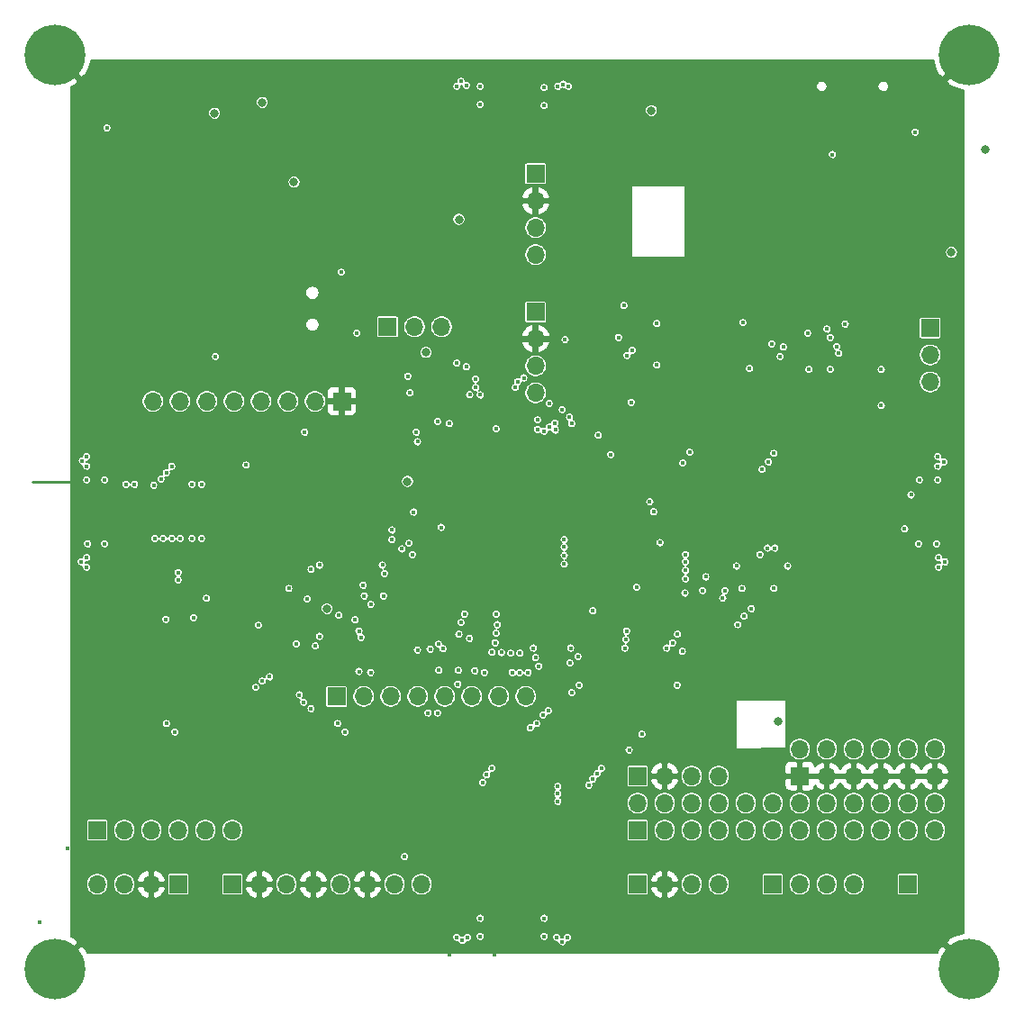
<source format=gbr>
%TF.GenerationSoftware,KiCad,Pcbnew,(5.1.9)-1*%
%TF.CreationDate,2021-03-02T10:58:18+01:00*%
%TF.ProjectId,Midular v2 Proto STM32F407VET6,4d696475-6c61-4722-9076-322050726f74,rev?*%
%TF.SameCoordinates,Original*%
%TF.FileFunction,Copper,L2,Inr*%
%TF.FilePolarity,Positive*%
%FSLAX46Y46*%
G04 Gerber Fmt 4.6, Leading zero omitted, Abs format (unit mm)*
G04 Created by KiCad (PCBNEW (5.1.9)-1) date 2021-03-02 10:58:18*
%MOMM*%
%LPD*%
G01*
G04 APERTURE LIST*
%TA.AperFunction,ComponentPad*%
%ADD10O,1.700000X1.700000*%
%TD*%
%TA.AperFunction,ComponentPad*%
%ADD11R,1.700000X1.700000*%
%TD*%
%TA.AperFunction,ComponentPad*%
%ADD12C,5.700000*%
%TD*%
%TA.AperFunction,ViaPad*%
%ADD13C,0.800000*%
%TD*%
%TA.AperFunction,ViaPad*%
%ADD14C,0.450000*%
%TD*%
%TA.AperFunction,Conductor*%
%ADD15C,0.250000*%
%TD*%
%TA.AperFunction,Conductor*%
%ADD16C,0.130000*%
%TD*%
%TA.AperFunction,Conductor*%
%ADD17C,0.100000*%
%TD*%
G04 APERTURE END LIST*
D10*
%TO.N,Net-(J21-Pad24)*%
%TO.C,J21*%
X86740000Y19620000D03*
%TO.N,Net-(J21-Pad23)*%
X86740000Y17080000D03*
%TO.N,Net-(J21-Pad22)*%
X84200000Y19620000D03*
%TO.N,Net-(J21-Pad21)*%
X84200000Y17080000D03*
%TO.N,Net-(J21-Pad20)*%
X81660000Y19620000D03*
%TO.N,Net-(J21-Pad19)*%
X81660000Y17080000D03*
%TO.N,Net-(J21-Pad18)*%
X79120000Y19620000D03*
%TO.N,Net-(J21-Pad17)*%
X79120000Y17080000D03*
%TO.N,Net-(J21-Pad16)*%
X76580000Y19620000D03*
%TO.N,Net-(J21-Pad15)*%
X76580000Y17080000D03*
%TO.N,Net-(J21-Pad14)*%
X74040000Y19620000D03*
%TO.N,Net-(J21-Pad13)*%
X74040000Y17080000D03*
%TO.N,Net-(J21-Pad12)*%
X71500000Y19620000D03*
%TO.N,Net-(J21-Pad11)*%
X71500000Y17080000D03*
%TO.N,Net-(J21-Pad10)*%
X68960000Y19620000D03*
%TO.N,Net-(J21-Pad9)*%
X68960000Y17080000D03*
%TO.N,Net-(J21-Pad8)*%
X66420000Y19620000D03*
%TO.N,Net-(J21-Pad7)*%
X66420000Y17080000D03*
%TO.N,Net-(J21-Pad6)*%
X63880000Y19620000D03*
%TO.N,Net-(J21-Pad5)*%
X63880000Y17080000D03*
%TO.N,Net-(J21-Pad4)*%
X61340000Y19620000D03*
%TO.N,Net-(J21-Pad3)*%
X61340000Y17080000D03*
%TO.N,Net-(J21-Pad2)*%
X58800000Y19620000D03*
D11*
%TO.N,Net-(J21-Pad1)*%
X58800000Y17080000D03*
%TD*%
D10*
%TO.N,+5V*%
%TO.C,J20*%
X86740000Y24700000D03*
%TO.N,GND*%
X86740000Y22160000D03*
%TO.N,+5V*%
X84200000Y24700000D03*
%TO.N,GND*%
X84200000Y22160000D03*
%TO.N,+5V*%
X81660000Y24700000D03*
%TO.N,GND*%
X81660000Y22160000D03*
%TO.N,+3V3*%
X79120000Y24700000D03*
%TO.N,GND*%
X79120000Y22160000D03*
%TO.N,+3V3*%
X76580000Y24700000D03*
%TO.N,GND*%
X76580000Y22160000D03*
%TO.N,+3V3*%
X74040000Y24700000D03*
D11*
%TO.N,GND*%
X74040000Y22160000D03*
%TD*%
D12*
%TO.N,GND*%
%TO.C,H4*%
X90000000Y4000000D03*
%TD*%
%TO.N,GND*%
%TO.C,H3*%
X4000000Y4000000D03*
%TD*%
%TO.N,GND*%
%TO.C,H2*%
X90000000Y90000000D03*
%TD*%
%TO.N,GND*%
%TO.C,H1*%
X4000000Y90000000D03*
%TD*%
D11*
%TO.N,PB14*%
%TO.C,J18*%
X84200000Y12000000D03*
%TD*%
D10*
%TO.N,Net-(J1-Pad3)*%
%TO.C,J1*%
X86300000Y59220000D03*
%TO.N,USB_ID*%
X86300000Y61760000D03*
D11*
%TO.N,Net-(J1-Pad1)*%
X86300000Y64300000D03*
%TD*%
D10*
%TO.N,Net-(BAT1-Pad1)*%
%TO.C,JP3*%
X40380000Y64400000D03*
%TO.N,VBAT*%
X37840000Y64400000D03*
D11*
%TO.N,+3V3*%
X35300000Y64400000D03*
%TD*%
D10*
%TO.N,PE6*%
%TO.C,J16*%
X20700000Y17080000D03*
%TO.N,PE5*%
X18160000Y17080000D03*
%TO.N,PE4*%
X15620000Y17080000D03*
%TO.N,PE3*%
X13080000Y17080000D03*
%TO.N,PE2*%
X10540000Y17080000D03*
D11*
%TO.N,PB9*%
X8000000Y17080000D03*
%TD*%
D10*
%TO.N,PE15*%
%TO.C,J13*%
X79120000Y12000000D03*
%TO.N,PE14*%
X76580000Y12000000D03*
%TO.N,PE13*%
X74040000Y12000000D03*
D11*
%TO.N,PE12*%
X71500000Y12000000D03*
%TD*%
D10*
%TO.N,BTNY4*%
%TO.C,J15*%
X48280000Y29650000D03*
%TO.N,BTNY3*%
X45740000Y29650000D03*
%TO.N,BTNY2*%
X43200000Y29650000D03*
%TO.N,BTNY1*%
X40660000Y29650000D03*
%TO.N,BTNX4*%
X38120000Y29650000D03*
%TO.N,BTNX3*%
X35580000Y29650000D03*
%TO.N,BTNX2*%
X33040000Y29650000D03*
D11*
%TO.N,BTNX1*%
X30500000Y29650000D03*
%TD*%
D10*
%TO.N,DAC_OUT2*%
%TO.C,J17*%
X8000000Y12000000D03*
%TO.N,+3V3*%
X10540000Y12000000D03*
%TO.N,GND*%
X13080000Y12000000D03*
D11*
%TO.N,DAC_OUT1*%
X15620000Y12000000D03*
%TD*%
D10*
%TO.N,+5V*%
%TO.C,J14*%
X38480000Y12000000D03*
%TO.N,I2S2_WS*%
X35940000Y12000000D03*
%TO.N,GND*%
X33400000Y12000000D03*
%TO.N,I2S2_CK*%
X30860000Y12000000D03*
%TO.N,GND*%
X28320000Y12000000D03*
%TO.N,I2S2_ext_SD*%
X25780000Y12000000D03*
%TO.N,GND*%
X23240000Y12000000D03*
D11*
%TO.N,I2S2_SD*%
X20700000Y12000000D03*
%TD*%
D10*
%TO.N,UART_Tx*%
%TO.C,J12*%
X49200000Y71180000D03*
%TO.N,+3V3*%
X49200000Y73720000D03*
%TO.N,GND*%
X49200000Y76260000D03*
D11*
%TO.N,UART_Rx*%
X49200000Y78800000D03*
%TD*%
D10*
%TO.N,I2C2_SDA*%
%TO.C,J11*%
X66420000Y22160000D03*
%TO.N,+3V3*%
X63880000Y22160000D03*
%TO.N,GND*%
X61340000Y22160000D03*
D11*
%TO.N,I2C2_SCL*%
X58800000Y22160000D03*
%TD*%
D10*
%TO.N,+5V*%
%TO.C,J10*%
X66420000Y12000000D03*
%TO.N,WS2812_B*%
X63880000Y12000000D03*
%TO.N,GND*%
X61340000Y12000000D03*
D11*
%TO.N,Net-(D7-Pad1)*%
X58800000Y12000000D03*
%TD*%
D10*
%TO.N,SPI3_MOSI*%
%TO.C,J9*%
X13220000Y57400000D03*
%TO.N,LCD_CS*%
X15760000Y57400000D03*
%TO.N,LCD_DC*%
X18300000Y57400000D03*
%TO.N,NRST*%
X20840000Y57400000D03*
%TO.N,SPI3_MISO*%
X23380000Y57400000D03*
%TO.N,SPI3_SCK*%
X25920000Y57400000D03*
%TO.N,+3V3*%
X28460000Y57400000D03*
D11*
%TO.N,GND*%
X31000000Y57400000D03*
%TD*%
D10*
%TO.N,CAN_Tx*%
%TO.C,J8*%
X49200000Y58180000D03*
%TO.N,+3V3*%
X49200000Y60720000D03*
%TO.N,GND*%
X49200000Y63260000D03*
D11*
%TO.N,CAN_Rx*%
X49200000Y65800000D03*
%TD*%
D13*
%TO.N,VBAT*%
X37166256Y49866256D03*
X38900000Y62000000D03*
D14*
%TO.N,GND*%
X37700000Y47850000D03*
X37615000Y42335000D03*
X41300000Y36600000D03*
X41800000Y55300000D03*
X54600000Y37000000D03*
X44000000Y56500000D03*
X47400000Y56200000D03*
X44000000Y55400000D03*
X48200000Y54900000D03*
X53700000Y54300000D03*
X52900000Y56600000D03*
X75300000Y64800000D03*
X75400000Y65600000D03*
X76800000Y67700000D03*
X75400000Y62500000D03*
X76600000Y62500000D03*
X49500000Y56900000D03*
X51700000Y57600000D03*
X29500000Y38800000D03*
X62500000Y46500000D03*
X62600000Y44200000D03*
X62300000Y47300000D03*
X62180000Y48270000D03*
X83200000Y48400000D03*
X83300000Y47300000D03*
X84500000Y47300000D03*
X83300000Y46500000D03*
X84500000Y46500000D03*
X81100000Y44200000D03*
X83200000Y44300000D03*
X62100000Y50700000D03*
X55800000Y53100000D03*
X52200000Y52200000D03*
X53200000Y51500000D03*
X78800000Y65800000D03*
X34400000Y45000000D03*
X33800000Y42900000D03*
X31700000Y42900000D03*
X33400000Y45000000D03*
X31300000Y44900000D03*
X32200000Y45800000D03*
X32900000Y42900000D03*
X33700000Y47200000D03*
X31900000Y48800000D03*
X79300000Y82400000D03*
X80300000Y83100000D03*
X78400000Y83100000D03*
X54400000Y34900000D03*
X55600000Y33500000D03*
X54000000Y33000000D03*
X54200000Y30800000D03*
X52500000Y29200000D03*
X55500000Y26200000D03*
X57100000Y27800000D03*
X58928000Y26924000D03*
X58200000Y25500000D03*
X56800000Y24800000D03*
X58200000Y23800000D03*
X56400000Y23800000D03*
X57400000Y20800000D03*
X65450000Y23690000D03*
X66950000Y23690000D03*
X67600000Y21200000D03*
X65200000Y21200000D03*
X69096000Y29972000D03*
X67056000Y30226000D03*
D13*
X18856936Y83234310D03*
X25000000Y85500000D03*
X27000000Y79000000D03*
D14*
X15900000Y52100000D03*
X18800000Y52200000D03*
X14600000Y54000000D03*
X17300000Y54600000D03*
X21200000Y54700000D03*
X21100000Y51500000D03*
X26100000Y54600000D03*
X26200000Y51400000D03*
X28900000Y52400000D03*
X18400000Y47000000D03*
X12500000Y47000000D03*
X20300000Y47000000D03*
X21900000Y48100000D03*
X20700000Y44500000D03*
X18600000Y44500000D03*
X23500000Y46500000D03*
X12500000Y45700000D03*
X12400000Y44700000D03*
X18500000Y45700000D03*
X20700000Y45700000D03*
X12500000Y48200000D03*
X18600000Y48200000D03*
X15300000Y48200000D03*
X15300000Y47000000D03*
X15300000Y49300000D03*
X12300000Y49500000D03*
X18900000Y49400000D03*
X31800000Y40300000D03*
X54000000Y57000000D03*
X55200000Y57700000D03*
X54000000Y55800000D03*
X59400000Y57400000D03*
X9050000Y49300000D03*
X10500000Y48200000D03*
X10500000Y47000000D03*
X10500000Y45700000D03*
X10500000Y44700000D03*
X12800000Y42700000D03*
X11600000Y41600000D03*
X16000000Y42000000D03*
X15400000Y39800000D03*
X12400000Y40800000D03*
X16400000Y45700000D03*
X40000000Y53800000D03*
X39500000Y52700000D03*
X41500000Y52600000D03*
X41500000Y51600000D03*
X35840000Y39060000D03*
X37300000Y39700000D03*
X8300000Y71300000D03*
D13*
X88000000Y76700000D03*
D14*
X63754000Y28956000D03*
X63754000Y26924000D03*
X61976000Y29972000D03*
X60452000Y31242000D03*
X62230000Y33020000D03*
X64770000Y32766000D03*
X63754000Y25400000D03*
X53600000Y20000000D03*
X52000000Y19200000D03*
X51400000Y22200000D03*
X41100000Y7100000D03*
X41100000Y8900000D03*
X42253728Y8815424D03*
X43253728Y8815424D03*
X44746272Y8815424D03*
X45703700Y8902466D03*
X47000000Y8900000D03*
X48203700Y8902466D03*
X49203700Y8902466D03*
X50796300Y8902466D03*
X51703700Y8902466D03*
X53000000Y7100000D03*
X52703700Y8902466D03*
X41100000Y5400000D03*
X45300000Y5400000D03*
X44865000Y6800000D03*
X45700000Y6900000D03*
X47000000Y7100000D03*
X48300000Y7000000D03*
X49122542Y6796079D03*
X49000000Y5900000D03*
X52900000Y5900000D03*
X17750000Y36300000D03*
X17400000Y39100000D03*
X20250000Y39000000D03*
X20250000Y36250000D03*
X22150000Y39100000D03*
X22250000Y35850000D03*
X24350000Y36050000D03*
X16600000Y37800000D03*
X14050000Y38000000D03*
X11500000Y38000000D03*
X19350000Y27800000D03*
X16650000Y27850000D03*
X16600000Y25500000D03*
X19350000Y25550000D03*
X21700000Y25550000D03*
X21700000Y27800000D03*
X22700000Y25550000D03*
X23000000Y27800000D03*
X25300000Y27800000D03*
X26350000Y27800000D03*
X25250000Y25450000D03*
X26300000Y25450000D03*
X64950000Y50500000D03*
X66200000Y50500000D03*
X65600000Y52850000D03*
X68750000Y50500000D03*
X68750000Y52800000D03*
X56900000Y59850000D03*
X61200000Y59800000D03*
X70800000Y59800000D03*
X77150000Y59450000D03*
X81900000Y58450000D03*
X83450000Y65000000D03*
X67400000Y65100000D03*
X59350000Y65150000D03*
X55900000Y51515000D03*
X57600000Y53150000D03*
X58950000Y52700000D03*
X6850000Y49100000D03*
X30950000Y63450000D03*
X71500000Y30100000D03*
X75500000Y30000000D03*
X79500000Y30000000D03*
X83500000Y30000000D03*
X29700000Y28000000D03*
X32100000Y25700000D03*
X30000000Y24400000D03*
X30400000Y49700000D03*
X30400000Y51900000D03*
X7000000Y41100000D03*
X8900000Y41200000D03*
X8902466Y42296300D03*
X5800000Y41300000D03*
X5800000Y44900000D03*
X6800000Y44865000D03*
X6800000Y45700000D03*
X6800000Y46700000D03*
X6800000Y47300000D03*
X6800000Y48200000D03*
X6500000Y50865000D03*
X6400000Y52800000D03*
X9000000Y52800000D03*
X9000000Y51800000D03*
X29800000Y79400000D03*
X82500000Y79400000D03*
X75100000Y80200000D03*
X75300000Y84700000D03*
X74400000Y82500000D03*
X82700000Y84700000D03*
X83600000Y81700000D03*
X84100000Y78900000D03*
X85300000Y78900000D03*
X75100000Y59400000D03*
X25600000Y39100000D03*
X31500000Y36900000D03*
X23900000Y39100000D03*
X41100000Y86900000D03*
X41200000Y85100000D03*
X42296300Y85097534D03*
X45000000Y88200000D03*
X41300000Y88200000D03*
X44865000Y87100000D03*
X44700000Y84900000D03*
X45800000Y87000000D03*
X45800000Y84900000D03*
X46700000Y87100000D03*
X46800000Y84800000D03*
X47300000Y87100000D03*
X47361594Y84800000D03*
X48200000Y87100000D03*
X48238406Y84700000D03*
X49300000Y84800000D03*
X49135000Y87100000D03*
X50865000Y87800000D03*
X50796300Y85097534D03*
X51800000Y85000000D03*
X52800000Y87700000D03*
X52800000Y85100000D03*
X86900000Y52900000D03*
X85100000Y52800000D03*
X85097534Y51796300D03*
X85000000Y50800000D03*
X88400000Y52700000D03*
X88100000Y49000000D03*
X87046272Y49015424D03*
X84900000Y49300000D03*
X87100000Y48100000D03*
X86800000Y47000000D03*
X86815424Y45753728D03*
X84900000Y44700000D03*
X87201222Y44901985D03*
X88100000Y44900000D03*
X88200000Y41300000D03*
X87100000Y41100000D03*
X85100000Y41200000D03*
X85097534Y42296300D03*
X85097534Y43203700D03*
X11200000Y76200000D03*
X9200000Y76200000D03*
X12600000Y83000000D03*
X11500000Y84900000D03*
X11800000Y79500000D03*
X9500000Y79500000D03*
X7000000Y79500000D03*
X49800000Y47900000D03*
X49700000Y49600000D03*
X49700000Y52100000D03*
X48600000Y43400000D03*
X47000000Y11300000D03*
X48300000Y11700000D03*
X49400000Y11300000D03*
X45700000Y11500000D03*
X44600000Y11300000D03*
X56900000Y33500000D03*
X57300000Y38600000D03*
X57050000Y36600000D03*
X63400000Y38400000D03*
X63850000Y35100000D03*
X67450000Y35450000D03*
X66100000Y37150000D03*
X65900000Y40200000D03*
X69850000Y43900000D03*
X69900000Y46900000D03*
X72700000Y42900000D03*
X73000000Y46900000D03*
X76950000Y49300000D03*
X78600000Y48450000D03*
X76850000Y46750000D03*
X80550000Y54200000D03*
X77800000Y54400000D03*
X75000000Y54550000D03*
X72600000Y52150000D03*
X69500000Y51550000D03*
X73600000Y61050000D03*
X71600000Y66950000D03*
X72700000Y65300000D03*
X67850000Y63250000D03*
X67850000Y61100000D03*
X67850000Y59450000D03*
X63800000Y63300000D03*
X63850000Y65000000D03*
X63900000Y66850000D03*
X61550000Y62350000D03*
X59800000Y63250000D03*
X60000000Y66700000D03*
X55100000Y64850000D03*
X51550000Y64900000D03*
X50000000Y69000000D03*
X53450000Y68950000D03*
X51300000Y70300000D03*
X49850000Y59500000D03*
X51700000Y60950000D03*
X55050000Y62900000D03*
X54650000Y61000000D03*
X71900000Y56550000D03*
X69750000Y56350000D03*
X61850000Y55200000D03*
X59000000Y55100000D03*
X69550000Y40900000D03*
X72700000Y40650000D03*
X47500000Y69000000D03*
X45050000Y68950000D03*
X43350000Y68950000D03*
X39900000Y68950000D03*
X48100000Y80600000D03*
X45050000Y80550000D03*
X43600000Y80550000D03*
X45950000Y68900000D03*
X45950000Y80550000D03*
X40400000Y62050000D03*
X41050000Y59650000D03*
X40100000Y58500000D03*
X32950000Y57500000D03*
X30400000Y59600000D03*
X32100000Y61950000D03*
X22850000Y56150000D03*
X14850000Y60100000D03*
X13150000Y60450000D03*
X13600000Y62550000D03*
X18450000Y62550000D03*
X11800000Y60900000D03*
X12550000Y55950000D03*
X9650000Y55950000D03*
X22950000Y49050000D03*
X26100000Y46300000D03*
X27400000Y42450000D03*
X28800000Y43650000D03*
X31800000Y35100000D03*
X29200000Y31000000D03*
X26100000Y30900000D03*
X25900000Y32100000D03*
X22450000Y33750000D03*
X27400000Y33700000D03*
X32050000Y33700000D03*
X36850000Y33850000D03*
X36850000Y30825000D03*
X30975000Y39800000D03*
X26100000Y41475000D03*
X38175000Y36700000D03*
X40000000Y38975000D03*
X38600000Y39100000D03*
D13*
X54800000Y52800000D03*
X55650000Y38875000D03*
X40950000Y40000000D03*
X42950000Y40000000D03*
X44950000Y40000000D03*
X46950000Y40000000D03*
X48950000Y40000000D03*
X50950000Y40000000D03*
X52950000Y40000000D03*
D14*
X50900000Y42000000D03*
D13*
X42950000Y42000000D03*
X46950000Y42000000D03*
X44950000Y42000000D03*
X48950000Y42000000D03*
X40950000Y42000000D03*
X42950000Y44000000D03*
X46950000Y44000000D03*
X44950000Y44000000D03*
X40950000Y44000000D03*
X42950000Y46000000D03*
X44950000Y46000000D03*
X50950000Y46000000D03*
X44950000Y48000000D03*
X42950000Y48000000D03*
X50950000Y48000000D03*
X40950000Y48000000D03*
X40950000Y50000000D03*
X42950000Y50000000D03*
X44950000Y50000000D03*
X44950000Y52000000D03*
X50950000Y52000000D03*
D14*
%TO.N,+12V*%
X84900000Y82700000D03*
D13*
%TO.N,+5V*%
X29600000Y37900000D03*
X60100000Y84720000D03*
X19020000Y84480000D03*
X91500000Y81100000D03*
D14*
X87000000Y50000000D03*
X86900000Y44000000D03*
X44000000Y7100000D03*
X50000000Y7100000D03*
X7100000Y44000000D03*
X7000000Y50000000D03*
X44000000Y87000000D03*
X50000000Y86900000D03*
X50000000Y85200000D03*
X44000000Y85300000D03*
X85300000Y50000000D03*
X85200000Y44000000D03*
X50000000Y8800000D03*
X44000000Y8800000D03*
X8700000Y44000000D03*
X8700000Y50000000D03*
X17050000Y37050000D03*
X14450000Y36900000D03*
X23150000Y36350000D03*
X26700000Y34600000D03*
X77100000Y80600000D03*
%TO.N,+3V3*%
X37749703Y46985102D03*
X37617143Y42988572D03*
X42200000Y36600000D03*
X41100000Y55300000D03*
X54600000Y37700000D03*
X27746272Y38815424D03*
D13*
X71996000Y27336000D03*
X23500000Y85500000D03*
X26500000Y78000000D03*
D14*
X35700000Y45300000D03*
X34900000Y39100000D03*
X35000000Y41200000D03*
X81700000Y57000000D03*
D13*
X88300000Y71400000D03*
D14*
X56280000Y52380000D03*
X63700000Y52600000D03*
X30944000Y69542000D03*
X18247746Y38874337D03*
X42000000Y35500000D03*
X63050000Y51600000D03*
X8900000Y83100000D03*
%TO.N,NRST*%
X35700000Y44400000D03*
X34800000Y42000000D03*
X33000000Y40100000D03*
X40340994Y45549208D03*
X55100000Y54200000D03*
X28900000Y42000000D03*
X22000000Y51400000D03*
X19100000Y61600000D03*
D13*
%TO.N,GND*%
X46950000Y48000000D03*
X46950000Y50000000D03*
X46950000Y52000000D03*
D14*
%TO.N,BOOT0*%
X38100000Y53600000D03*
X37400000Y58200000D03*
%TO.N,I2S2_ext_SD*%
X37300000Y44061594D03*
X33700000Y31900000D03*
%TO.N,I2S2_SD*%
X36623752Y43521732D03*
X32600000Y32000000D03*
%TO.N,ENC4_A*%
X33100000Y39100000D03*
X30700000Y37280000D03*
%TO.N,ENC4_B*%
X32240000Y36840000D03*
X33710000Y38310000D03*
%TO.N,DAC_OUT1*%
X42515000Y37400000D03*
%TO.N,DAC_OUT2*%
X40000000Y28100000D03*
X31300000Y26300000D03*
X15300000Y26300000D03*
X43000000Y35100000D03*
%TO.N,DAC_OUT1*%
X39100000Y28100000D03*
X30600000Y27100000D03*
X14500000Y27100000D03*
%TO.N,ENC2_A*%
X40082206Y34576812D03*
X38100000Y34000000D03*
X32800000Y35200000D03*
X28500000Y34400000D03*
%TO.N,ENC2_B*%
X40510000Y34138406D03*
X39290000Y34090000D03*
%TO.N,I2C2_SCL*%
X52600000Y30000000D03*
X58000000Y24600000D03*
%TO.N,I2C2_SDA*%
X53300000Y30700000D03*
X59200000Y26100000D03*
%TO.N,I2S2_WS*%
X36900000Y14600000D03*
%TO.N,ENC3_A*%
X62100000Y34700000D03*
X57700000Y35000000D03*
X52438406Y32800000D03*
X49500000Y32500000D03*
%TO.N,ENC3_B*%
X62538406Y35500000D03*
X57761594Y35800000D03*
X52500000Y34200000D03*
X49000000Y34200000D03*
%TO.N,CRx4*%
X83900000Y45400000D03*
X84500000Y48600000D03*
%TO.N,WS2812_A*%
X58200000Y57300000D03*
X59940000Y47960000D03*
%TO.N,WS2812_B*%
X60300000Y47000000D03*
X60915626Y44115626D03*
X63000000Y33900000D03*
X62500000Y30700000D03*
%TO.N,USB_ID*%
X81700000Y60400000D03*
%TO.N,ENC1_A*%
X70500000Y51000000D03*
X70300000Y43000000D03*
X51300000Y21200000D03*
X45100000Y22900000D03*
X22900000Y30500000D03*
X28100000Y28500000D03*
%TO.N,SPI3_SCK*%
X47519121Y59247803D03*
X43561594Y59500000D03*
%TO.N,SPI3_MISO*%
X47300000Y58700000D03*
X43561594Y58700000D03*
%TO.N,UART_Tx*%
X51061594Y54700000D03*
X51700000Y56600000D03*
%TO.N,CAN_Rx*%
X50500000Y54961594D03*
X50500000Y57200000D03*
%TO.N,CAN_Tx*%
X50000000Y54600000D03*
%TO.N,ENC1_B*%
X49400000Y55661594D03*
X52400000Y55900000D03*
X71600000Y52500000D03*
X51300000Y19800000D03*
X44235224Y21556816D03*
X27000000Y29800000D03*
X24200000Y31500000D03*
X71700000Y43600000D03*
%TO.N,SPI3_MOSI*%
X45500000Y54800000D03*
X44000000Y58000000D03*
%TO.N,VWS2812*%
X77520000Y62534998D03*
X78310000Y64660000D03*
X76900000Y60400000D03*
X74900000Y60400000D03*
X60600000Y64700000D03*
X60600000Y60800000D03*
X68700000Y64800000D03*
X69320000Y60480000D03*
%TO.N,ENC1BTN*%
X51020797Y55359203D03*
X52600000Y55300000D03*
X71100000Y51700000D03*
X71000000Y43600000D03*
X51300000Y20500000D03*
X44600000Y22300000D03*
X27400000Y29100000D03*
X23500000Y31100000D03*
%TO.N,ENC2BTN*%
X32600000Y35800000D03*
X28900000Y35300000D03*
%TO.N,WS2812_CONN_DIN*%
X58300000Y62200000D03*
X72500000Y62500000D03*
X76900000Y63400000D03*
X41800000Y61000000D03*
X15600000Y40600000D03*
X10700000Y49600000D03*
%TO.N,WS2812_CONN_BI*%
X77700000Y61900000D03*
X72200000Y61600000D03*
X57800000Y61700000D03*
X42700000Y60638406D03*
X11500000Y49600000D03*
X15600000Y41300000D03*
%TO.N,ENC3BTN*%
X61538406Y34200000D03*
X57600000Y34200000D03*
X53200000Y33400000D03*
X49200000Y33300000D03*
%TO.N,ENC4BTN*%
X26000000Y39800000D03*
X28100000Y41600000D03*
%TO.N,+12V*%
X42200000Y87500000D03*
X51800000Y87200000D03*
X6600000Y51800000D03*
X6500000Y42300000D03*
X42300000Y6700000D03*
X51700000Y6600000D03*
X87700000Y42300000D03*
X87600000Y51700000D03*
X51300000Y87000000D03*
X52300000Y87000000D03*
X41800000Y87000000D03*
X42700000Y87100000D03*
X87000000Y51300000D03*
X87000000Y52200000D03*
X87100000Y42700000D03*
X87100000Y41800000D03*
X52200000Y7000000D03*
X51200000Y7000000D03*
X41800000Y7000000D03*
X42800000Y7000000D03*
X7000000Y42700000D03*
X7000000Y41800000D03*
X7000000Y52200000D03*
X7000000Y51300000D03*
%TO.N,UART_Rx*%
X49400000Y54761594D03*
X48100000Y59600000D03*
%TO.N,Net-(WS2-Pad3)*%
X74800000Y63800000D03*
X71400000Y62800000D03*
X76582200Y64192897D03*
%TO.N,BTNY4*%
X47730000Y33710000D03*
X48500000Y31900000D03*
%TO.N,BTNY3*%
X46870000Y33730000D03*
X47700000Y31900000D03*
%TO.N,BTNY2*%
X46000000Y33782000D03*
X47000000Y31900000D03*
%TO.N,BTNY1*%
X45100000Y33800000D03*
X41900000Y30800000D03*
%TO.N,BTNX4*%
X45400000Y34700000D03*
X44400000Y31900000D03*
%TO.N,BTNX3*%
X45500000Y35600000D03*
X43500000Y32061594D03*
%TO.N,BTNX2*%
X45600000Y36400000D03*
X41946772Y32104112D03*
%TO.N,BTNX1*%
X45500000Y37400000D03*
X40099024Y32105653D03*
%TO.N,PE6*%
X17800000Y49600000D03*
X17800000Y44500000D03*
%TO.N,PE5*%
X16900000Y49600000D03*
X16900000Y44500000D03*
%TO.N,PE4*%
X15000000Y51300000D03*
X15800000Y44500000D03*
%TO.N,PE3*%
X14500000Y50700000D03*
X15000000Y44500000D03*
%TO.N,PE2*%
X14000000Y50100000D03*
X14200000Y44500000D03*
%TO.N,PB9*%
X43012814Y58012814D03*
X40000000Y55500000D03*
X38000000Y54500000D03*
X27500000Y54500000D03*
X13300000Y49500000D03*
X13400000Y44500000D03*
%TO.N,PE12*%
X48700000Y26700000D03*
X54200000Y21300000D03*
%TO.N,PE13*%
X49300000Y27100000D03*
X54600000Y21900000D03*
%TO.N,PE14*%
X49900000Y27900000D03*
X55000000Y22400000D03*
%TO.N,PE15*%
X50400000Y28300000D03*
X55400000Y22900000D03*
%TO.N,LEDTx*%
X51900000Y43700000D03*
X63300000Y42300000D03*
X67000000Y39600000D03*
X69500000Y37900000D03*
D13*
%TO.N,GND*%
X52950000Y46000000D03*
X52950000Y48000000D03*
X52950000Y50000000D03*
D14*
X50000000Y45200000D03*
X46500000Y46600000D03*
X47400000Y45400000D03*
X43500000Y51400000D03*
X43300000Y52400000D03*
X41000000Y46000000D03*
X43800000Y63000000D03*
X47400000Y63000000D03*
X45000000Y57600000D03*
X45950000Y56850000D03*
X43900000Y60900000D03*
X11400000Y32700000D03*
X15400000Y33000000D03*
X19100000Y32900000D03*
X6900000Y15600000D03*
X6500000Y14100000D03*
X5200000Y15400000D03*
X2600000Y8400000D03*
X9200000Y10900000D03*
X13100000Y9400000D03*
X16600000Y10300000D03*
X15700000Y13800000D03*
X21300000Y15700000D03*
X23800000Y15700000D03*
X27300000Y15700000D03*
X21900000Y9900000D03*
X24900000Y9900000D03*
X27000000Y9900000D03*
X29900000Y9900000D03*
X33400000Y13300000D03*
X33000000Y14800000D03*
X37100000Y13200000D03*
X35000000Y13200000D03*
X35000000Y9900000D03*
X37200000Y9900000D03*
X37700000Y15400000D03*
X44400000Y20300000D03*
X47300000Y19100000D03*
X47300000Y22000000D03*
X45800000Y24000000D03*
X48000000Y28200000D03*
X47900000Y31100000D03*
X49500000Y31300000D03*
X45900000Y31900000D03*
X41100000Y35100000D03*
X55800000Y15400000D03*
X53600000Y14900000D03*
X52800000Y13300000D03*
X51400000Y16500000D03*
X46700000Y15000000D03*
X43300000Y15800000D03*
X60300000Y13000000D03*
X62400000Y13000000D03*
X61200000Y15400000D03*
X64500000Y13200000D03*
X69400000Y15400000D03*
X73800000Y13500000D03*
X71300000Y13400000D03*
X76100000Y13800000D03*
X75300000Y15500000D03*
X79000000Y14400000D03*
X85500000Y13400000D03*
X85800000Y11000000D03*
X88500000Y22200000D03*
X88100000Y16000000D03*
X88200000Y29800000D03*
X39100000Y25900000D03*
X40900000Y23800000D03*
X43400000Y25800000D03*
X7000000Y20200000D03*
X5700000Y22200000D03*
X11300000Y27600000D03*
X12400000Y25500000D03*
X33900000Y49100000D03*
X35000000Y48500000D03*
X35000000Y47200000D03*
X35100000Y51100000D03*
X33100000Y51400000D03*
X33100000Y53400000D03*
X31300000Y53400000D03*
X29600000Y53300000D03*
X36400000Y50900000D03*
X28900000Y50400000D03*
X28900000Y48200000D03*
X31500000Y47500000D03*
X28900000Y46900000D03*
X28900000Y45300000D03*
X31300000Y41650000D03*
X35550000Y53400000D03*
X72850000Y49750000D03*
X80450000Y52700000D03*
X81650000Y51800000D03*
X84250000Y56350000D03*
X85200000Y55350000D03*
X83400000Y57900000D03*
X88600000Y57300000D03*
X87800000Y58150000D03*
X89000000Y60950000D03*
X87900000Y62800000D03*
X89000000Y65250000D03*
X87950000Y65250000D03*
X89000000Y62800000D03*
X87900000Y60950000D03*
X75250000Y68650000D03*
X77750000Y78350000D03*
X80850000Y78300000D03*
X80300000Y80300000D03*
X77550000Y81550000D03*
X77600000Y79650000D03*
X78450000Y71800000D03*
X80150000Y71100000D03*
X78500000Y74650000D03*
X80150000Y74650000D03*
X79300000Y78200000D03*
X78500000Y77250000D03*
X80100000Y77300000D03*
X56200000Y78250000D03*
X57250000Y76050000D03*
X21250000Y61800000D03*
X21250000Y59500000D03*
X16500000Y59400000D03*
X26800000Y59600000D03*
X28250000Y61850000D03*
X27700000Y58500000D03*
X35650000Y58750000D03*
X38150000Y56800000D03*
X37650000Y61750000D03*
X38250000Y59550000D03*
X23600000Y41400000D03*
X23550000Y44000000D03*
X25550000Y44350000D03*
X27250000Y44850000D03*
X19150000Y39900000D03*
X19150000Y42000000D03*
%TO.N,LEDRx*%
X51900000Y42900000D03*
X63300000Y41500000D03*
X66800000Y38900000D03*
X68800000Y37200000D03*
D13*
%TO.N,Net-(BAT1-Pad1)*%
X42000000Y74500000D03*
D14*
%TO.N,LEDStatus*%
X51900000Y44400000D03*
X63300000Y43000000D03*
X64900000Y39600000D03*
X68200000Y36400000D03*
%TO.N,LEDError*%
X63300000Y40700000D03*
X68600000Y39800000D03*
X71600000Y39800000D03*
X51900000Y42100000D03*
%TO.N,PB14*%
X58700000Y39900000D03*
X63246000Y39370000D03*
X72898000Y41910000D03*
X65200000Y40900000D03*
X68110000Y41910000D03*
%TO.N,Net-(R1-Pad2)*%
X37200000Y59761594D03*
X32400000Y63800000D03*
%TO.N,Net-(R12-Pad1)*%
X57000000Y63400000D03*
X57500000Y66400000D03*
X51985000Y63200000D03*
%TD*%
D15*
%TO.N,GND*%
X5759998Y49800000D02*
X3200000Y49800000D01*
X3200000Y49800000D02*
X1900000Y49800000D01*
%TD*%
D16*
%TO.N,GND*%
X86637484Y89276074D02*
X86843325Y88633989D01*
X87110449Y88134235D01*
X87539347Y87806633D01*
X89167714Y89435000D01*
X89435000Y89435000D01*
X89435000Y89167714D01*
X87806633Y87539347D01*
X88134235Y87110449D01*
X88733809Y86801979D01*
X89382041Y86616406D01*
X89435000Y86612029D01*
X89435000Y7380693D01*
X89276074Y7362516D01*
X88633989Y7156675D01*
X88134235Y6889551D01*
X87806633Y6460653D01*
X88702286Y5565000D01*
X88167714Y5565000D01*
X87539347Y6193367D01*
X87110449Y5865765D01*
X86955711Y5565000D01*
X7050313Y5565000D01*
X6889551Y5865765D01*
X6460653Y6193367D01*
X5832286Y5565000D01*
X5565000Y5565000D01*
X5565000Y5832286D01*
X6193367Y6460653D01*
X5865765Y6889551D01*
X5568767Y7042351D01*
X41370000Y7042351D01*
X41370000Y6957649D01*
X41386524Y6874574D01*
X41418939Y6796318D01*
X41465997Y6725891D01*
X41525891Y6665997D01*
X41596318Y6618939D01*
X41674574Y6586524D01*
X41757649Y6570000D01*
X41842351Y6570000D01*
X41885718Y6578626D01*
X41886524Y6574574D01*
X41918939Y6496318D01*
X41965997Y6425891D01*
X42025891Y6365997D01*
X42096318Y6318939D01*
X42174574Y6286524D01*
X42257649Y6270000D01*
X42342351Y6270000D01*
X42425426Y6286524D01*
X42503682Y6318939D01*
X42574109Y6365997D01*
X42634003Y6425891D01*
X42681061Y6496318D01*
X42713476Y6574574D01*
X42714282Y6578626D01*
X42757649Y6570000D01*
X42842351Y6570000D01*
X42925426Y6586524D01*
X43003682Y6618939D01*
X43074109Y6665997D01*
X43134003Y6725891D01*
X43181061Y6796318D01*
X43213476Y6874574D01*
X43230000Y6957649D01*
X43230000Y7042351D01*
X43213476Y7125426D01*
X43206466Y7142351D01*
X43570000Y7142351D01*
X43570000Y7057649D01*
X43586524Y6974574D01*
X43618939Y6896318D01*
X43665997Y6825891D01*
X43725891Y6765997D01*
X43796318Y6718939D01*
X43874574Y6686524D01*
X43957649Y6670000D01*
X44042351Y6670000D01*
X44125426Y6686524D01*
X44203682Y6718939D01*
X44274109Y6765997D01*
X44334003Y6825891D01*
X44381061Y6896318D01*
X44413476Y6974574D01*
X44430000Y7057649D01*
X44430000Y7142351D01*
X49570000Y7142351D01*
X49570000Y7057649D01*
X49586524Y6974574D01*
X49618939Y6896318D01*
X49665997Y6825891D01*
X49725891Y6765997D01*
X49796318Y6718939D01*
X49874574Y6686524D01*
X49957649Y6670000D01*
X50042351Y6670000D01*
X50125426Y6686524D01*
X50203682Y6718939D01*
X50274109Y6765997D01*
X50334003Y6825891D01*
X50381061Y6896318D01*
X50413476Y6974574D01*
X50426957Y7042351D01*
X50770000Y7042351D01*
X50770000Y6957649D01*
X50786524Y6874574D01*
X50818939Y6796318D01*
X50865997Y6725891D01*
X50925891Y6665997D01*
X50996318Y6618939D01*
X51074574Y6586524D01*
X51157649Y6570000D01*
X51242351Y6570000D01*
X51270000Y6575500D01*
X51270000Y6557649D01*
X51286524Y6474574D01*
X51318939Y6396318D01*
X51365997Y6325891D01*
X51425891Y6265997D01*
X51496318Y6218939D01*
X51574574Y6186524D01*
X51657649Y6170000D01*
X51742351Y6170000D01*
X51825426Y6186524D01*
X51903682Y6218939D01*
X51974109Y6265997D01*
X52034003Y6325891D01*
X52081061Y6396318D01*
X52113476Y6474574D01*
X52130000Y6557649D01*
X52130000Y6575500D01*
X52157649Y6570000D01*
X52242351Y6570000D01*
X52325426Y6586524D01*
X52403682Y6618939D01*
X52474109Y6665997D01*
X52534003Y6725891D01*
X52581061Y6796318D01*
X52613476Y6874574D01*
X52630000Y6957649D01*
X52630000Y7042351D01*
X52613476Y7125426D01*
X52581061Y7203682D01*
X52534003Y7274109D01*
X52474109Y7334003D01*
X52403682Y7381061D01*
X52325426Y7413476D01*
X52242351Y7430000D01*
X52157649Y7430000D01*
X52074574Y7413476D01*
X51996318Y7381061D01*
X51925891Y7334003D01*
X51865997Y7274109D01*
X51818939Y7203682D01*
X51786524Y7125426D01*
X51770000Y7042351D01*
X51770000Y7024500D01*
X51742351Y7030000D01*
X51657649Y7030000D01*
X51630000Y7024500D01*
X51630000Y7042351D01*
X51613476Y7125426D01*
X51581061Y7203682D01*
X51534003Y7274109D01*
X51474109Y7334003D01*
X51403682Y7381061D01*
X51325426Y7413476D01*
X51242351Y7430000D01*
X51157649Y7430000D01*
X51074574Y7413476D01*
X50996318Y7381061D01*
X50925891Y7334003D01*
X50865997Y7274109D01*
X50818939Y7203682D01*
X50786524Y7125426D01*
X50770000Y7042351D01*
X50426957Y7042351D01*
X50430000Y7057649D01*
X50430000Y7142351D01*
X50413476Y7225426D01*
X50381061Y7303682D01*
X50334003Y7374109D01*
X50274109Y7434003D01*
X50203682Y7481061D01*
X50125426Y7513476D01*
X50042351Y7530000D01*
X49957649Y7530000D01*
X49874574Y7513476D01*
X49796318Y7481061D01*
X49725891Y7434003D01*
X49665997Y7374109D01*
X49618939Y7303682D01*
X49586524Y7225426D01*
X49570000Y7142351D01*
X44430000Y7142351D01*
X44413476Y7225426D01*
X44381061Y7303682D01*
X44334003Y7374109D01*
X44274109Y7434003D01*
X44203682Y7481061D01*
X44125426Y7513476D01*
X44042351Y7530000D01*
X43957649Y7530000D01*
X43874574Y7513476D01*
X43796318Y7481061D01*
X43725891Y7434003D01*
X43665997Y7374109D01*
X43618939Y7303682D01*
X43586524Y7225426D01*
X43570000Y7142351D01*
X43206466Y7142351D01*
X43181061Y7203682D01*
X43134003Y7274109D01*
X43074109Y7334003D01*
X43003682Y7381061D01*
X42925426Y7413476D01*
X42842351Y7430000D01*
X42757649Y7430000D01*
X42674574Y7413476D01*
X42596318Y7381061D01*
X42525891Y7334003D01*
X42465997Y7274109D01*
X42418939Y7203682D01*
X42386524Y7125426D01*
X42385718Y7121374D01*
X42342351Y7130000D01*
X42257649Y7130000D01*
X42214282Y7121374D01*
X42213476Y7125426D01*
X42181061Y7203682D01*
X42134003Y7274109D01*
X42074109Y7334003D01*
X42003682Y7381061D01*
X41925426Y7413476D01*
X41842351Y7430000D01*
X41757649Y7430000D01*
X41674574Y7413476D01*
X41596318Y7381061D01*
X41525891Y7334003D01*
X41465997Y7274109D01*
X41418939Y7203682D01*
X41386524Y7125426D01*
X41370000Y7042351D01*
X5568767Y7042351D01*
X5565000Y7044289D01*
X5565000Y8842351D01*
X43570000Y8842351D01*
X43570000Y8757649D01*
X43586524Y8674574D01*
X43618939Y8596318D01*
X43665997Y8525891D01*
X43725891Y8465997D01*
X43796318Y8418939D01*
X43874574Y8386524D01*
X43957649Y8370000D01*
X44042351Y8370000D01*
X44125426Y8386524D01*
X44203682Y8418939D01*
X44274109Y8465997D01*
X44334003Y8525891D01*
X44381061Y8596318D01*
X44413476Y8674574D01*
X44430000Y8757649D01*
X44430000Y8842351D01*
X49570000Y8842351D01*
X49570000Y8757649D01*
X49586524Y8674574D01*
X49618939Y8596318D01*
X49665997Y8525891D01*
X49725891Y8465997D01*
X49796318Y8418939D01*
X49874574Y8386524D01*
X49957649Y8370000D01*
X50042351Y8370000D01*
X50125426Y8386524D01*
X50203682Y8418939D01*
X50274109Y8465997D01*
X50334003Y8525891D01*
X50381061Y8596318D01*
X50413476Y8674574D01*
X50430000Y8757649D01*
X50430000Y8842351D01*
X50413476Y8925426D01*
X50381061Y9003682D01*
X50334003Y9074109D01*
X50274109Y9134003D01*
X50203682Y9181061D01*
X50125426Y9213476D01*
X50042351Y9230000D01*
X49957649Y9230000D01*
X49874574Y9213476D01*
X49796318Y9181061D01*
X49725891Y9134003D01*
X49665997Y9074109D01*
X49618939Y9003682D01*
X49586524Y8925426D01*
X49570000Y8842351D01*
X44430000Y8842351D01*
X44413476Y8925426D01*
X44381061Y9003682D01*
X44334003Y9074109D01*
X44274109Y9134003D01*
X44203682Y9181061D01*
X44125426Y9213476D01*
X44042351Y9230000D01*
X43957649Y9230000D01*
X43874574Y9213476D01*
X43796318Y9181061D01*
X43725891Y9134003D01*
X43665997Y9074109D01*
X43618939Y9003682D01*
X43586524Y8925426D01*
X43570000Y8842351D01*
X5565000Y8842351D01*
X5565000Y12103908D01*
X6945000Y12103908D01*
X6945000Y11896092D01*
X6985543Y11692268D01*
X7065071Y11500270D01*
X7180528Y11327477D01*
X7327477Y11180528D01*
X7500270Y11065071D01*
X7692268Y10985543D01*
X7896092Y10945000D01*
X8103908Y10945000D01*
X8307732Y10985543D01*
X8499730Y11065071D01*
X8672523Y11180528D01*
X8819472Y11327477D01*
X8934929Y11500270D01*
X9014457Y11692268D01*
X9055000Y11896092D01*
X9055000Y12103908D01*
X9485000Y12103908D01*
X9485000Y11896092D01*
X9525543Y11692268D01*
X9605071Y11500270D01*
X9720528Y11327477D01*
X9867477Y11180528D01*
X10040270Y11065071D01*
X10232268Y10985543D01*
X10436092Y10945000D01*
X10643908Y10945000D01*
X10847732Y10985543D01*
X11039730Y11065071D01*
X11212523Y11180528D01*
X11359472Y11327477D01*
X11474929Y11500270D01*
X11513211Y11592692D01*
X11716530Y11592692D01*
X11822191Y11334519D01*
X11976188Y11101920D01*
X12172604Y10903833D01*
X12403891Y10747871D01*
X12661160Y10640028D01*
X12672693Y10636537D01*
X12891000Y10734283D01*
X12891000Y11811000D01*
X13269000Y11811000D01*
X13269000Y10734283D01*
X13487307Y10636537D01*
X13498840Y10640028D01*
X13756109Y10747871D01*
X13987396Y10903833D01*
X14183812Y11101920D01*
X14337809Y11334519D01*
X14443470Y11592692D01*
X14347150Y11811000D01*
X13269000Y11811000D01*
X12891000Y11811000D01*
X11812850Y11811000D01*
X11716530Y11592692D01*
X11513211Y11592692D01*
X11554457Y11692268D01*
X11595000Y11896092D01*
X11595000Y12103908D01*
X11554457Y12307732D01*
X11513212Y12407308D01*
X11716530Y12407308D01*
X11812850Y12189000D01*
X12891000Y12189000D01*
X12891000Y13265717D01*
X13269000Y13265717D01*
X13269000Y12189000D01*
X14347150Y12189000D01*
X14443470Y12407308D01*
X14337809Y12665481D01*
X14215645Y12850000D01*
X14564009Y12850000D01*
X14564009Y11150000D01*
X14567967Y11109813D01*
X14579689Y11071171D01*
X14598725Y11035558D01*
X14624342Y11004342D01*
X14655558Y10978725D01*
X14691171Y10959689D01*
X14729813Y10947967D01*
X14770000Y10944009D01*
X16470000Y10944009D01*
X16510187Y10947967D01*
X16548829Y10959689D01*
X16584442Y10978725D01*
X16615658Y11004342D01*
X16641275Y11035558D01*
X16660311Y11071171D01*
X16672033Y11109813D01*
X16675991Y11150000D01*
X16675991Y12850000D01*
X19644009Y12850000D01*
X19644009Y11150000D01*
X19647967Y11109813D01*
X19659689Y11071171D01*
X19678725Y11035558D01*
X19704342Y11004342D01*
X19735558Y10978725D01*
X19771171Y10959689D01*
X19809813Y10947967D01*
X19850000Y10944009D01*
X21550000Y10944009D01*
X21590187Y10947967D01*
X21628829Y10959689D01*
X21664442Y10978725D01*
X21695658Y11004342D01*
X21721275Y11035558D01*
X21740311Y11071171D01*
X21752033Y11109813D01*
X21755991Y11150000D01*
X21755991Y11592692D01*
X21876530Y11592692D01*
X21982191Y11334519D01*
X22136188Y11101920D01*
X22332604Y10903833D01*
X22563891Y10747871D01*
X22821160Y10640028D01*
X22832693Y10636537D01*
X23051000Y10734283D01*
X23051000Y11811000D01*
X23429000Y11811000D01*
X23429000Y10734283D01*
X23647307Y10636537D01*
X23658840Y10640028D01*
X23916109Y10747871D01*
X24147396Y10903833D01*
X24343812Y11101920D01*
X24497809Y11334519D01*
X24603470Y11592692D01*
X24507150Y11811000D01*
X23429000Y11811000D01*
X23051000Y11811000D01*
X21972850Y11811000D01*
X21876530Y11592692D01*
X21755991Y11592692D01*
X21755991Y12103908D01*
X24725000Y12103908D01*
X24725000Y11896092D01*
X24765543Y11692268D01*
X24845071Y11500270D01*
X24960528Y11327477D01*
X25107477Y11180528D01*
X25280270Y11065071D01*
X25472268Y10985543D01*
X25676092Y10945000D01*
X25883908Y10945000D01*
X26087732Y10985543D01*
X26279730Y11065071D01*
X26452523Y11180528D01*
X26599472Y11327477D01*
X26714929Y11500270D01*
X26753211Y11592692D01*
X26956530Y11592692D01*
X27062191Y11334519D01*
X27216188Y11101920D01*
X27412604Y10903833D01*
X27643891Y10747871D01*
X27901160Y10640028D01*
X27912693Y10636537D01*
X28131000Y10734283D01*
X28131000Y11811000D01*
X28509000Y11811000D01*
X28509000Y10734283D01*
X28727307Y10636537D01*
X28738840Y10640028D01*
X28996109Y10747871D01*
X29227396Y10903833D01*
X29423812Y11101920D01*
X29577809Y11334519D01*
X29683470Y11592692D01*
X29587150Y11811000D01*
X28509000Y11811000D01*
X28131000Y11811000D01*
X27052850Y11811000D01*
X26956530Y11592692D01*
X26753211Y11592692D01*
X26794457Y11692268D01*
X26835000Y11896092D01*
X26835000Y12103908D01*
X29805000Y12103908D01*
X29805000Y11896092D01*
X29845543Y11692268D01*
X29925071Y11500270D01*
X30040528Y11327477D01*
X30187477Y11180528D01*
X30360270Y11065071D01*
X30552268Y10985543D01*
X30756092Y10945000D01*
X30963908Y10945000D01*
X31167732Y10985543D01*
X31359730Y11065071D01*
X31532523Y11180528D01*
X31679472Y11327477D01*
X31794929Y11500270D01*
X31833211Y11592692D01*
X32036530Y11592692D01*
X32142191Y11334519D01*
X32296188Y11101920D01*
X32492604Y10903833D01*
X32723891Y10747871D01*
X32981160Y10640028D01*
X32992693Y10636537D01*
X33211000Y10734283D01*
X33211000Y11811000D01*
X33589000Y11811000D01*
X33589000Y10734283D01*
X33807307Y10636537D01*
X33818840Y10640028D01*
X34076109Y10747871D01*
X34307396Y10903833D01*
X34503812Y11101920D01*
X34657809Y11334519D01*
X34763470Y11592692D01*
X34667150Y11811000D01*
X33589000Y11811000D01*
X33211000Y11811000D01*
X32132850Y11811000D01*
X32036530Y11592692D01*
X31833211Y11592692D01*
X31874457Y11692268D01*
X31915000Y11896092D01*
X31915000Y12103908D01*
X34885000Y12103908D01*
X34885000Y11896092D01*
X34925543Y11692268D01*
X35005071Y11500270D01*
X35120528Y11327477D01*
X35267477Y11180528D01*
X35440270Y11065071D01*
X35632268Y10985543D01*
X35836092Y10945000D01*
X36043908Y10945000D01*
X36247732Y10985543D01*
X36439730Y11065071D01*
X36612523Y11180528D01*
X36759472Y11327477D01*
X36874929Y11500270D01*
X36954457Y11692268D01*
X36995000Y11896092D01*
X36995000Y12103908D01*
X37425000Y12103908D01*
X37425000Y11896092D01*
X37465543Y11692268D01*
X37545071Y11500270D01*
X37660528Y11327477D01*
X37807477Y11180528D01*
X37980270Y11065071D01*
X38172268Y10985543D01*
X38376092Y10945000D01*
X38583908Y10945000D01*
X38787732Y10985543D01*
X38979730Y11065071D01*
X39152523Y11180528D01*
X39299472Y11327477D01*
X39414929Y11500270D01*
X39494457Y11692268D01*
X39535000Y11896092D01*
X39535000Y12103908D01*
X39494457Y12307732D01*
X39414929Y12499730D01*
X39299472Y12672523D01*
X39152523Y12819472D01*
X39106835Y12850000D01*
X57744009Y12850000D01*
X57744009Y11150000D01*
X57747967Y11109813D01*
X57759689Y11071171D01*
X57778725Y11035558D01*
X57804342Y11004342D01*
X57835558Y10978725D01*
X57871171Y10959689D01*
X57909813Y10947967D01*
X57950000Y10944009D01*
X59650000Y10944009D01*
X59690187Y10947967D01*
X59728829Y10959689D01*
X59764442Y10978725D01*
X59795658Y11004342D01*
X59821275Y11035558D01*
X59840311Y11071171D01*
X59852033Y11109813D01*
X59855991Y11150000D01*
X59855991Y11592692D01*
X59976530Y11592692D01*
X60082191Y11334519D01*
X60236188Y11101920D01*
X60432604Y10903833D01*
X60663891Y10747871D01*
X60921160Y10640028D01*
X60932693Y10636537D01*
X61151000Y10734283D01*
X61151000Y11811000D01*
X61529000Y11811000D01*
X61529000Y10734283D01*
X61747307Y10636537D01*
X61758840Y10640028D01*
X62016109Y10747871D01*
X62247396Y10903833D01*
X62443812Y11101920D01*
X62597809Y11334519D01*
X62703470Y11592692D01*
X62607150Y11811000D01*
X61529000Y11811000D01*
X61151000Y11811000D01*
X60072850Y11811000D01*
X59976530Y11592692D01*
X59855991Y11592692D01*
X59855991Y12103908D01*
X62825000Y12103908D01*
X62825000Y11896092D01*
X62865543Y11692268D01*
X62945071Y11500270D01*
X63060528Y11327477D01*
X63207477Y11180528D01*
X63380270Y11065071D01*
X63572268Y10985543D01*
X63776092Y10945000D01*
X63983908Y10945000D01*
X64187732Y10985543D01*
X64379730Y11065071D01*
X64552523Y11180528D01*
X64699472Y11327477D01*
X64814929Y11500270D01*
X64894457Y11692268D01*
X64935000Y11896092D01*
X64935000Y12103908D01*
X65365000Y12103908D01*
X65365000Y11896092D01*
X65405543Y11692268D01*
X65485071Y11500270D01*
X65600528Y11327477D01*
X65747477Y11180528D01*
X65920270Y11065071D01*
X66112268Y10985543D01*
X66316092Y10945000D01*
X66523908Y10945000D01*
X66727732Y10985543D01*
X66919730Y11065071D01*
X67092523Y11180528D01*
X67239472Y11327477D01*
X67354929Y11500270D01*
X67434457Y11692268D01*
X67475000Y11896092D01*
X67475000Y12103908D01*
X67434457Y12307732D01*
X67354929Y12499730D01*
X67239472Y12672523D01*
X67092523Y12819472D01*
X67046835Y12850000D01*
X70444009Y12850000D01*
X70444009Y11150000D01*
X70447967Y11109813D01*
X70459689Y11071171D01*
X70478725Y11035558D01*
X70504342Y11004342D01*
X70535558Y10978725D01*
X70571171Y10959689D01*
X70609813Y10947967D01*
X70650000Y10944009D01*
X72350000Y10944009D01*
X72390187Y10947967D01*
X72428829Y10959689D01*
X72464442Y10978725D01*
X72495658Y11004342D01*
X72521275Y11035558D01*
X72540311Y11071171D01*
X72552033Y11109813D01*
X72555991Y11150000D01*
X72555991Y12103908D01*
X72985000Y12103908D01*
X72985000Y11896092D01*
X73025543Y11692268D01*
X73105071Y11500270D01*
X73220528Y11327477D01*
X73367477Y11180528D01*
X73540270Y11065071D01*
X73732268Y10985543D01*
X73936092Y10945000D01*
X74143908Y10945000D01*
X74347732Y10985543D01*
X74539730Y11065071D01*
X74712523Y11180528D01*
X74859472Y11327477D01*
X74974929Y11500270D01*
X75054457Y11692268D01*
X75095000Y11896092D01*
X75095000Y12103908D01*
X75525000Y12103908D01*
X75525000Y11896092D01*
X75565543Y11692268D01*
X75645071Y11500270D01*
X75760528Y11327477D01*
X75907477Y11180528D01*
X76080270Y11065071D01*
X76272268Y10985543D01*
X76476092Y10945000D01*
X76683908Y10945000D01*
X76887732Y10985543D01*
X77079730Y11065071D01*
X77252523Y11180528D01*
X77399472Y11327477D01*
X77514929Y11500270D01*
X77594457Y11692268D01*
X77635000Y11896092D01*
X77635000Y12103908D01*
X78065000Y12103908D01*
X78065000Y11896092D01*
X78105543Y11692268D01*
X78185071Y11500270D01*
X78300528Y11327477D01*
X78447477Y11180528D01*
X78620270Y11065071D01*
X78812268Y10985543D01*
X79016092Y10945000D01*
X79223908Y10945000D01*
X79427732Y10985543D01*
X79619730Y11065071D01*
X79792523Y11180528D01*
X79939472Y11327477D01*
X80054929Y11500270D01*
X80134457Y11692268D01*
X80175000Y11896092D01*
X80175000Y12103908D01*
X80134457Y12307732D01*
X80054929Y12499730D01*
X79939472Y12672523D01*
X79792523Y12819472D01*
X79746835Y12850000D01*
X83144009Y12850000D01*
X83144009Y11150000D01*
X83147967Y11109813D01*
X83159689Y11071171D01*
X83178725Y11035558D01*
X83204342Y11004342D01*
X83235558Y10978725D01*
X83271171Y10959689D01*
X83309813Y10947967D01*
X83350000Y10944009D01*
X85050000Y10944009D01*
X85090187Y10947967D01*
X85128829Y10959689D01*
X85164442Y10978725D01*
X85195658Y11004342D01*
X85221275Y11035558D01*
X85240311Y11071171D01*
X85252033Y11109813D01*
X85255991Y11150000D01*
X85255991Y12850000D01*
X85252033Y12890187D01*
X85240311Y12928829D01*
X85221275Y12964442D01*
X85195658Y12995658D01*
X85164442Y13021275D01*
X85128829Y13040311D01*
X85090187Y13052033D01*
X85050000Y13055991D01*
X83350000Y13055991D01*
X83309813Y13052033D01*
X83271171Y13040311D01*
X83235558Y13021275D01*
X83204342Y12995658D01*
X83178725Y12964442D01*
X83159689Y12928829D01*
X83147967Y12890187D01*
X83144009Y12850000D01*
X79746835Y12850000D01*
X79619730Y12934929D01*
X79427732Y13014457D01*
X79223908Y13055000D01*
X79016092Y13055000D01*
X78812268Y13014457D01*
X78620270Y12934929D01*
X78447477Y12819472D01*
X78300528Y12672523D01*
X78185071Y12499730D01*
X78105543Y12307732D01*
X78065000Y12103908D01*
X77635000Y12103908D01*
X77594457Y12307732D01*
X77514929Y12499730D01*
X77399472Y12672523D01*
X77252523Y12819472D01*
X77079730Y12934929D01*
X76887732Y13014457D01*
X76683908Y13055000D01*
X76476092Y13055000D01*
X76272268Y13014457D01*
X76080270Y12934929D01*
X75907477Y12819472D01*
X75760528Y12672523D01*
X75645071Y12499730D01*
X75565543Y12307732D01*
X75525000Y12103908D01*
X75095000Y12103908D01*
X75054457Y12307732D01*
X74974929Y12499730D01*
X74859472Y12672523D01*
X74712523Y12819472D01*
X74539730Y12934929D01*
X74347732Y13014457D01*
X74143908Y13055000D01*
X73936092Y13055000D01*
X73732268Y13014457D01*
X73540270Y12934929D01*
X73367477Y12819472D01*
X73220528Y12672523D01*
X73105071Y12499730D01*
X73025543Y12307732D01*
X72985000Y12103908D01*
X72555991Y12103908D01*
X72555991Y12850000D01*
X72552033Y12890187D01*
X72540311Y12928829D01*
X72521275Y12964442D01*
X72495658Y12995658D01*
X72464442Y13021275D01*
X72428829Y13040311D01*
X72390187Y13052033D01*
X72350000Y13055991D01*
X70650000Y13055991D01*
X70609813Y13052033D01*
X70571171Y13040311D01*
X70535558Y13021275D01*
X70504342Y12995658D01*
X70478725Y12964442D01*
X70459689Y12928829D01*
X70447967Y12890187D01*
X70444009Y12850000D01*
X67046835Y12850000D01*
X66919730Y12934929D01*
X66727732Y13014457D01*
X66523908Y13055000D01*
X66316092Y13055000D01*
X66112268Y13014457D01*
X65920270Y12934929D01*
X65747477Y12819472D01*
X65600528Y12672523D01*
X65485071Y12499730D01*
X65405543Y12307732D01*
X65365000Y12103908D01*
X64935000Y12103908D01*
X64894457Y12307732D01*
X64814929Y12499730D01*
X64699472Y12672523D01*
X64552523Y12819472D01*
X64379730Y12934929D01*
X64187732Y13014457D01*
X63983908Y13055000D01*
X63776092Y13055000D01*
X63572268Y13014457D01*
X63380270Y12934929D01*
X63207477Y12819472D01*
X63060528Y12672523D01*
X62945071Y12499730D01*
X62865543Y12307732D01*
X62825000Y12103908D01*
X59855991Y12103908D01*
X59855991Y12407308D01*
X59976530Y12407308D01*
X60072850Y12189000D01*
X61151000Y12189000D01*
X61151000Y13265717D01*
X61529000Y13265717D01*
X61529000Y12189000D01*
X62607150Y12189000D01*
X62703470Y12407308D01*
X62597809Y12665481D01*
X62443812Y12898080D01*
X62247396Y13096167D01*
X62016109Y13252129D01*
X61758840Y13359972D01*
X61747307Y13363463D01*
X61529000Y13265717D01*
X61151000Y13265717D01*
X60932693Y13363463D01*
X60921160Y13359972D01*
X60663891Y13252129D01*
X60432604Y13096167D01*
X60236188Y12898080D01*
X60082191Y12665481D01*
X59976530Y12407308D01*
X59855991Y12407308D01*
X59855991Y12850000D01*
X59852033Y12890187D01*
X59840311Y12928829D01*
X59821275Y12964442D01*
X59795658Y12995658D01*
X59764442Y13021275D01*
X59728829Y13040311D01*
X59690187Y13052033D01*
X59650000Y13055991D01*
X57950000Y13055991D01*
X57909813Y13052033D01*
X57871171Y13040311D01*
X57835558Y13021275D01*
X57804342Y12995658D01*
X57778725Y12964442D01*
X57759689Y12928829D01*
X57747967Y12890187D01*
X57744009Y12850000D01*
X39106835Y12850000D01*
X38979730Y12934929D01*
X38787732Y13014457D01*
X38583908Y13055000D01*
X38376092Y13055000D01*
X38172268Y13014457D01*
X37980270Y12934929D01*
X37807477Y12819472D01*
X37660528Y12672523D01*
X37545071Y12499730D01*
X37465543Y12307732D01*
X37425000Y12103908D01*
X36995000Y12103908D01*
X36954457Y12307732D01*
X36874929Y12499730D01*
X36759472Y12672523D01*
X36612523Y12819472D01*
X36439730Y12934929D01*
X36247732Y13014457D01*
X36043908Y13055000D01*
X35836092Y13055000D01*
X35632268Y13014457D01*
X35440270Y12934929D01*
X35267477Y12819472D01*
X35120528Y12672523D01*
X35005071Y12499730D01*
X34925543Y12307732D01*
X34885000Y12103908D01*
X31915000Y12103908D01*
X31874457Y12307732D01*
X31833212Y12407308D01*
X32036530Y12407308D01*
X32132850Y12189000D01*
X33211000Y12189000D01*
X33211000Y13265717D01*
X33589000Y13265717D01*
X33589000Y12189000D01*
X34667150Y12189000D01*
X34763470Y12407308D01*
X34657809Y12665481D01*
X34503812Y12898080D01*
X34307396Y13096167D01*
X34076109Y13252129D01*
X33818840Y13359972D01*
X33807307Y13363463D01*
X33589000Y13265717D01*
X33211000Y13265717D01*
X32992693Y13363463D01*
X32981160Y13359972D01*
X32723891Y13252129D01*
X32492604Y13096167D01*
X32296188Y12898080D01*
X32142191Y12665481D01*
X32036530Y12407308D01*
X31833212Y12407308D01*
X31794929Y12499730D01*
X31679472Y12672523D01*
X31532523Y12819472D01*
X31359730Y12934929D01*
X31167732Y13014457D01*
X30963908Y13055000D01*
X30756092Y13055000D01*
X30552268Y13014457D01*
X30360270Y12934929D01*
X30187477Y12819472D01*
X30040528Y12672523D01*
X29925071Y12499730D01*
X29845543Y12307732D01*
X29805000Y12103908D01*
X26835000Y12103908D01*
X26794457Y12307732D01*
X26753212Y12407308D01*
X26956530Y12407308D01*
X27052850Y12189000D01*
X28131000Y12189000D01*
X28131000Y13265717D01*
X28509000Y13265717D01*
X28509000Y12189000D01*
X29587150Y12189000D01*
X29683470Y12407308D01*
X29577809Y12665481D01*
X29423812Y12898080D01*
X29227396Y13096167D01*
X28996109Y13252129D01*
X28738840Y13359972D01*
X28727307Y13363463D01*
X28509000Y13265717D01*
X28131000Y13265717D01*
X27912693Y13363463D01*
X27901160Y13359972D01*
X27643891Y13252129D01*
X27412604Y13096167D01*
X27216188Y12898080D01*
X27062191Y12665481D01*
X26956530Y12407308D01*
X26753212Y12407308D01*
X26714929Y12499730D01*
X26599472Y12672523D01*
X26452523Y12819472D01*
X26279730Y12934929D01*
X26087732Y13014457D01*
X25883908Y13055000D01*
X25676092Y13055000D01*
X25472268Y13014457D01*
X25280270Y12934929D01*
X25107477Y12819472D01*
X24960528Y12672523D01*
X24845071Y12499730D01*
X24765543Y12307732D01*
X24725000Y12103908D01*
X21755991Y12103908D01*
X21755991Y12407308D01*
X21876530Y12407308D01*
X21972850Y12189000D01*
X23051000Y12189000D01*
X23051000Y13265717D01*
X23429000Y13265717D01*
X23429000Y12189000D01*
X24507150Y12189000D01*
X24603470Y12407308D01*
X24497809Y12665481D01*
X24343812Y12898080D01*
X24147396Y13096167D01*
X23916109Y13252129D01*
X23658840Y13359972D01*
X23647307Y13363463D01*
X23429000Y13265717D01*
X23051000Y13265717D01*
X22832693Y13363463D01*
X22821160Y13359972D01*
X22563891Y13252129D01*
X22332604Y13096167D01*
X22136188Y12898080D01*
X21982191Y12665481D01*
X21876530Y12407308D01*
X21755991Y12407308D01*
X21755991Y12850000D01*
X21752033Y12890187D01*
X21740311Y12928829D01*
X21721275Y12964442D01*
X21695658Y12995658D01*
X21664442Y13021275D01*
X21628829Y13040311D01*
X21590187Y13052033D01*
X21550000Y13055991D01*
X19850000Y13055991D01*
X19809813Y13052033D01*
X19771171Y13040311D01*
X19735558Y13021275D01*
X19704342Y12995658D01*
X19678725Y12964442D01*
X19659689Y12928829D01*
X19647967Y12890187D01*
X19644009Y12850000D01*
X16675991Y12850000D01*
X16672033Y12890187D01*
X16660311Y12928829D01*
X16641275Y12964442D01*
X16615658Y12995658D01*
X16584442Y13021275D01*
X16548829Y13040311D01*
X16510187Y13052033D01*
X16470000Y13055991D01*
X14770000Y13055991D01*
X14729813Y13052033D01*
X14691171Y13040311D01*
X14655558Y13021275D01*
X14624342Y12995658D01*
X14598725Y12964442D01*
X14579689Y12928829D01*
X14567967Y12890187D01*
X14564009Y12850000D01*
X14215645Y12850000D01*
X14183812Y12898080D01*
X13987396Y13096167D01*
X13756109Y13252129D01*
X13498840Y13359972D01*
X13487307Y13363463D01*
X13269000Y13265717D01*
X12891000Y13265717D01*
X12672693Y13363463D01*
X12661160Y13359972D01*
X12403891Y13252129D01*
X12172604Y13096167D01*
X11976188Y12898080D01*
X11822191Y12665481D01*
X11716530Y12407308D01*
X11513212Y12407308D01*
X11474929Y12499730D01*
X11359472Y12672523D01*
X11212523Y12819472D01*
X11039730Y12934929D01*
X10847732Y13014457D01*
X10643908Y13055000D01*
X10436092Y13055000D01*
X10232268Y13014457D01*
X10040270Y12934929D01*
X9867477Y12819472D01*
X9720528Y12672523D01*
X9605071Y12499730D01*
X9525543Y12307732D01*
X9485000Y12103908D01*
X9055000Y12103908D01*
X9014457Y12307732D01*
X8934929Y12499730D01*
X8819472Y12672523D01*
X8672523Y12819472D01*
X8499730Y12934929D01*
X8307732Y13014457D01*
X8103908Y13055000D01*
X7896092Y13055000D01*
X7692268Y13014457D01*
X7500270Y12934929D01*
X7327477Y12819472D01*
X7180528Y12672523D01*
X7065071Y12499730D01*
X6985543Y12307732D01*
X6945000Y12103908D01*
X5565000Y12103908D01*
X5565000Y14642351D01*
X36470000Y14642351D01*
X36470000Y14557649D01*
X36486524Y14474574D01*
X36518939Y14396318D01*
X36565997Y14325891D01*
X36625891Y14265997D01*
X36696318Y14218939D01*
X36774574Y14186524D01*
X36857649Y14170000D01*
X36942351Y14170000D01*
X37025426Y14186524D01*
X37103682Y14218939D01*
X37174109Y14265997D01*
X37234003Y14325891D01*
X37281061Y14396318D01*
X37313476Y14474574D01*
X37330000Y14557649D01*
X37330000Y14642351D01*
X37313476Y14725426D01*
X37281061Y14803682D01*
X37234003Y14874109D01*
X37174109Y14934003D01*
X37103682Y14981061D01*
X37025426Y15013476D01*
X36942351Y15030000D01*
X36857649Y15030000D01*
X36774574Y15013476D01*
X36696318Y14981061D01*
X36625891Y14934003D01*
X36565997Y14874109D01*
X36518939Y14803682D01*
X36486524Y14725426D01*
X36470000Y14642351D01*
X5565000Y14642351D01*
X5565000Y17930000D01*
X6944009Y17930000D01*
X6944009Y16230000D01*
X6947967Y16189813D01*
X6959689Y16151171D01*
X6978725Y16115558D01*
X7004342Y16084342D01*
X7035558Y16058725D01*
X7071171Y16039689D01*
X7109813Y16027967D01*
X7150000Y16024009D01*
X8850000Y16024009D01*
X8890187Y16027967D01*
X8928829Y16039689D01*
X8964442Y16058725D01*
X8995658Y16084342D01*
X9021275Y16115558D01*
X9040311Y16151171D01*
X9052033Y16189813D01*
X9055991Y16230000D01*
X9055991Y17183908D01*
X9485000Y17183908D01*
X9485000Y16976092D01*
X9525543Y16772268D01*
X9605071Y16580270D01*
X9720528Y16407477D01*
X9867477Y16260528D01*
X10040270Y16145071D01*
X10232268Y16065543D01*
X10436092Y16025000D01*
X10643908Y16025000D01*
X10847732Y16065543D01*
X11039730Y16145071D01*
X11212523Y16260528D01*
X11359472Y16407477D01*
X11474929Y16580270D01*
X11554457Y16772268D01*
X11595000Y16976092D01*
X11595000Y17183908D01*
X12025000Y17183908D01*
X12025000Y16976092D01*
X12065543Y16772268D01*
X12145071Y16580270D01*
X12260528Y16407477D01*
X12407477Y16260528D01*
X12580270Y16145071D01*
X12772268Y16065543D01*
X12976092Y16025000D01*
X13183908Y16025000D01*
X13387732Y16065543D01*
X13579730Y16145071D01*
X13752523Y16260528D01*
X13899472Y16407477D01*
X14014929Y16580270D01*
X14094457Y16772268D01*
X14135000Y16976092D01*
X14135000Y17183908D01*
X14565000Y17183908D01*
X14565000Y16976092D01*
X14605543Y16772268D01*
X14685071Y16580270D01*
X14800528Y16407477D01*
X14947477Y16260528D01*
X15120270Y16145071D01*
X15312268Y16065543D01*
X15516092Y16025000D01*
X15723908Y16025000D01*
X15927732Y16065543D01*
X16119730Y16145071D01*
X16292523Y16260528D01*
X16439472Y16407477D01*
X16554929Y16580270D01*
X16634457Y16772268D01*
X16675000Y16976092D01*
X16675000Y17183908D01*
X17105000Y17183908D01*
X17105000Y16976092D01*
X17145543Y16772268D01*
X17225071Y16580270D01*
X17340528Y16407477D01*
X17487477Y16260528D01*
X17660270Y16145071D01*
X17852268Y16065543D01*
X18056092Y16025000D01*
X18263908Y16025000D01*
X18467732Y16065543D01*
X18659730Y16145071D01*
X18832523Y16260528D01*
X18979472Y16407477D01*
X19094929Y16580270D01*
X19174457Y16772268D01*
X19215000Y16976092D01*
X19215000Y17183908D01*
X19645000Y17183908D01*
X19645000Y16976092D01*
X19685543Y16772268D01*
X19765071Y16580270D01*
X19880528Y16407477D01*
X20027477Y16260528D01*
X20200270Y16145071D01*
X20392268Y16065543D01*
X20596092Y16025000D01*
X20803908Y16025000D01*
X21007732Y16065543D01*
X21199730Y16145071D01*
X21372523Y16260528D01*
X21519472Y16407477D01*
X21634929Y16580270D01*
X21714457Y16772268D01*
X21755000Y16976092D01*
X21755000Y17183908D01*
X21714457Y17387732D01*
X21634929Y17579730D01*
X21519472Y17752523D01*
X21372523Y17899472D01*
X21326835Y17930000D01*
X57744009Y17930000D01*
X57744009Y16230000D01*
X57747967Y16189813D01*
X57759689Y16151171D01*
X57778725Y16115558D01*
X57804342Y16084342D01*
X57835558Y16058725D01*
X57871171Y16039689D01*
X57909813Y16027967D01*
X57950000Y16024009D01*
X59650000Y16024009D01*
X59690187Y16027967D01*
X59728829Y16039689D01*
X59764442Y16058725D01*
X59795658Y16084342D01*
X59821275Y16115558D01*
X59840311Y16151171D01*
X59852033Y16189813D01*
X59855991Y16230000D01*
X59855991Y17183908D01*
X60285000Y17183908D01*
X60285000Y16976092D01*
X60325543Y16772268D01*
X60405071Y16580270D01*
X60520528Y16407477D01*
X60667477Y16260528D01*
X60840270Y16145071D01*
X61032268Y16065543D01*
X61236092Y16025000D01*
X61443908Y16025000D01*
X61647732Y16065543D01*
X61839730Y16145071D01*
X62012523Y16260528D01*
X62159472Y16407477D01*
X62274929Y16580270D01*
X62354457Y16772268D01*
X62395000Y16976092D01*
X62395000Y17183908D01*
X62825000Y17183908D01*
X62825000Y16976092D01*
X62865543Y16772268D01*
X62945071Y16580270D01*
X63060528Y16407477D01*
X63207477Y16260528D01*
X63380270Y16145071D01*
X63572268Y16065543D01*
X63776092Y16025000D01*
X63983908Y16025000D01*
X64187732Y16065543D01*
X64379730Y16145071D01*
X64552523Y16260528D01*
X64699472Y16407477D01*
X64814929Y16580270D01*
X64894457Y16772268D01*
X64935000Y16976092D01*
X64935000Y17183908D01*
X65365000Y17183908D01*
X65365000Y16976092D01*
X65405543Y16772268D01*
X65485071Y16580270D01*
X65600528Y16407477D01*
X65747477Y16260528D01*
X65920270Y16145071D01*
X66112268Y16065543D01*
X66316092Y16025000D01*
X66523908Y16025000D01*
X66727732Y16065543D01*
X66919730Y16145071D01*
X67092523Y16260528D01*
X67239472Y16407477D01*
X67354929Y16580270D01*
X67434457Y16772268D01*
X67475000Y16976092D01*
X67475000Y17183908D01*
X67905000Y17183908D01*
X67905000Y16976092D01*
X67945543Y16772268D01*
X68025071Y16580270D01*
X68140528Y16407477D01*
X68287477Y16260528D01*
X68460270Y16145071D01*
X68652268Y16065543D01*
X68856092Y16025000D01*
X69063908Y16025000D01*
X69267732Y16065543D01*
X69459730Y16145071D01*
X69632523Y16260528D01*
X69779472Y16407477D01*
X69894929Y16580270D01*
X69974457Y16772268D01*
X70015000Y16976092D01*
X70015000Y17183908D01*
X70445000Y17183908D01*
X70445000Y16976092D01*
X70485543Y16772268D01*
X70565071Y16580270D01*
X70680528Y16407477D01*
X70827477Y16260528D01*
X71000270Y16145071D01*
X71192268Y16065543D01*
X71396092Y16025000D01*
X71603908Y16025000D01*
X71807732Y16065543D01*
X71999730Y16145071D01*
X72172523Y16260528D01*
X72319472Y16407477D01*
X72434929Y16580270D01*
X72514457Y16772268D01*
X72555000Y16976092D01*
X72555000Y17183908D01*
X72985000Y17183908D01*
X72985000Y16976092D01*
X73025543Y16772268D01*
X73105071Y16580270D01*
X73220528Y16407477D01*
X73367477Y16260528D01*
X73540270Y16145071D01*
X73732268Y16065543D01*
X73936092Y16025000D01*
X74143908Y16025000D01*
X74347732Y16065543D01*
X74539730Y16145071D01*
X74712523Y16260528D01*
X74859472Y16407477D01*
X74974929Y16580270D01*
X75054457Y16772268D01*
X75095000Y16976092D01*
X75095000Y17183908D01*
X75525000Y17183908D01*
X75525000Y16976092D01*
X75565543Y16772268D01*
X75645071Y16580270D01*
X75760528Y16407477D01*
X75907477Y16260528D01*
X76080270Y16145071D01*
X76272268Y16065543D01*
X76476092Y16025000D01*
X76683908Y16025000D01*
X76887732Y16065543D01*
X77079730Y16145071D01*
X77252523Y16260528D01*
X77399472Y16407477D01*
X77514929Y16580270D01*
X77594457Y16772268D01*
X77635000Y16976092D01*
X77635000Y17183908D01*
X78065000Y17183908D01*
X78065000Y16976092D01*
X78105543Y16772268D01*
X78185071Y16580270D01*
X78300528Y16407477D01*
X78447477Y16260528D01*
X78620270Y16145071D01*
X78812268Y16065543D01*
X79016092Y16025000D01*
X79223908Y16025000D01*
X79427732Y16065543D01*
X79619730Y16145071D01*
X79792523Y16260528D01*
X79939472Y16407477D01*
X80054929Y16580270D01*
X80134457Y16772268D01*
X80175000Y16976092D01*
X80175000Y17183908D01*
X80605000Y17183908D01*
X80605000Y16976092D01*
X80645543Y16772268D01*
X80725071Y16580270D01*
X80840528Y16407477D01*
X80987477Y16260528D01*
X81160270Y16145071D01*
X81352268Y16065543D01*
X81556092Y16025000D01*
X81763908Y16025000D01*
X81967732Y16065543D01*
X82159730Y16145071D01*
X82332523Y16260528D01*
X82479472Y16407477D01*
X82594929Y16580270D01*
X82674457Y16772268D01*
X82715000Y16976092D01*
X82715000Y17183908D01*
X83145000Y17183908D01*
X83145000Y16976092D01*
X83185543Y16772268D01*
X83265071Y16580270D01*
X83380528Y16407477D01*
X83527477Y16260528D01*
X83700270Y16145071D01*
X83892268Y16065543D01*
X84096092Y16025000D01*
X84303908Y16025000D01*
X84507732Y16065543D01*
X84699730Y16145071D01*
X84872523Y16260528D01*
X85019472Y16407477D01*
X85134929Y16580270D01*
X85214457Y16772268D01*
X85255000Y16976092D01*
X85255000Y17183908D01*
X85685000Y17183908D01*
X85685000Y16976092D01*
X85725543Y16772268D01*
X85805071Y16580270D01*
X85920528Y16407477D01*
X86067477Y16260528D01*
X86240270Y16145071D01*
X86432268Y16065543D01*
X86636092Y16025000D01*
X86843908Y16025000D01*
X87047732Y16065543D01*
X87239730Y16145071D01*
X87412523Y16260528D01*
X87559472Y16407477D01*
X87674929Y16580270D01*
X87754457Y16772268D01*
X87795000Y16976092D01*
X87795000Y17183908D01*
X87754457Y17387732D01*
X87674929Y17579730D01*
X87559472Y17752523D01*
X87412523Y17899472D01*
X87239730Y18014929D01*
X87047732Y18094457D01*
X86843908Y18135000D01*
X86636092Y18135000D01*
X86432268Y18094457D01*
X86240270Y18014929D01*
X86067477Y17899472D01*
X85920528Y17752523D01*
X85805071Y17579730D01*
X85725543Y17387732D01*
X85685000Y17183908D01*
X85255000Y17183908D01*
X85214457Y17387732D01*
X85134929Y17579730D01*
X85019472Y17752523D01*
X84872523Y17899472D01*
X84699730Y18014929D01*
X84507732Y18094457D01*
X84303908Y18135000D01*
X84096092Y18135000D01*
X83892268Y18094457D01*
X83700270Y18014929D01*
X83527477Y17899472D01*
X83380528Y17752523D01*
X83265071Y17579730D01*
X83185543Y17387732D01*
X83145000Y17183908D01*
X82715000Y17183908D01*
X82674457Y17387732D01*
X82594929Y17579730D01*
X82479472Y17752523D01*
X82332523Y17899472D01*
X82159730Y18014929D01*
X81967732Y18094457D01*
X81763908Y18135000D01*
X81556092Y18135000D01*
X81352268Y18094457D01*
X81160270Y18014929D01*
X80987477Y17899472D01*
X80840528Y17752523D01*
X80725071Y17579730D01*
X80645543Y17387732D01*
X80605000Y17183908D01*
X80175000Y17183908D01*
X80134457Y17387732D01*
X80054929Y17579730D01*
X79939472Y17752523D01*
X79792523Y17899472D01*
X79619730Y18014929D01*
X79427732Y18094457D01*
X79223908Y18135000D01*
X79016092Y18135000D01*
X78812268Y18094457D01*
X78620270Y18014929D01*
X78447477Y17899472D01*
X78300528Y17752523D01*
X78185071Y17579730D01*
X78105543Y17387732D01*
X78065000Y17183908D01*
X77635000Y17183908D01*
X77594457Y17387732D01*
X77514929Y17579730D01*
X77399472Y17752523D01*
X77252523Y17899472D01*
X77079730Y18014929D01*
X76887732Y18094457D01*
X76683908Y18135000D01*
X76476092Y18135000D01*
X76272268Y18094457D01*
X76080270Y18014929D01*
X75907477Y17899472D01*
X75760528Y17752523D01*
X75645071Y17579730D01*
X75565543Y17387732D01*
X75525000Y17183908D01*
X75095000Y17183908D01*
X75054457Y17387732D01*
X74974929Y17579730D01*
X74859472Y17752523D01*
X74712523Y17899472D01*
X74539730Y18014929D01*
X74347732Y18094457D01*
X74143908Y18135000D01*
X73936092Y18135000D01*
X73732268Y18094457D01*
X73540270Y18014929D01*
X73367477Y17899472D01*
X73220528Y17752523D01*
X73105071Y17579730D01*
X73025543Y17387732D01*
X72985000Y17183908D01*
X72555000Y17183908D01*
X72514457Y17387732D01*
X72434929Y17579730D01*
X72319472Y17752523D01*
X72172523Y17899472D01*
X71999730Y18014929D01*
X71807732Y18094457D01*
X71603908Y18135000D01*
X71396092Y18135000D01*
X71192268Y18094457D01*
X71000270Y18014929D01*
X70827477Y17899472D01*
X70680528Y17752523D01*
X70565071Y17579730D01*
X70485543Y17387732D01*
X70445000Y17183908D01*
X70015000Y17183908D01*
X69974457Y17387732D01*
X69894929Y17579730D01*
X69779472Y17752523D01*
X69632523Y17899472D01*
X69459730Y18014929D01*
X69267732Y18094457D01*
X69063908Y18135000D01*
X68856092Y18135000D01*
X68652268Y18094457D01*
X68460270Y18014929D01*
X68287477Y17899472D01*
X68140528Y17752523D01*
X68025071Y17579730D01*
X67945543Y17387732D01*
X67905000Y17183908D01*
X67475000Y17183908D01*
X67434457Y17387732D01*
X67354929Y17579730D01*
X67239472Y17752523D01*
X67092523Y17899472D01*
X66919730Y18014929D01*
X66727732Y18094457D01*
X66523908Y18135000D01*
X66316092Y18135000D01*
X66112268Y18094457D01*
X65920270Y18014929D01*
X65747477Y17899472D01*
X65600528Y17752523D01*
X65485071Y17579730D01*
X65405543Y17387732D01*
X65365000Y17183908D01*
X64935000Y17183908D01*
X64894457Y17387732D01*
X64814929Y17579730D01*
X64699472Y17752523D01*
X64552523Y17899472D01*
X64379730Y18014929D01*
X64187732Y18094457D01*
X63983908Y18135000D01*
X63776092Y18135000D01*
X63572268Y18094457D01*
X63380270Y18014929D01*
X63207477Y17899472D01*
X63060528Y17752523D01*
X62945071Y17579730D01*
X62865543Y17387732D01*
X62825000Y17183908D01*
X62395000Y17183908D01*
X62354457Y17387732D01*
X62274929Y17579730D01*
X62159472Y17752523D01*
X62012523Y17899472D01*
X61839730Y18014929D01*
X61647732Y18094457D01*
X61443908Y18135000D01*
X61236092Y18135000D01*
X61032268Y18094457D01*
X60840270Y18014929D01*
X60667477Y17899472D01*
X60520528Y17752523D01*
X60405071Y17579730D01*
X60325543Y17387732D01*
X60285000Y17183908D01*
X59855991Y17183908D01*
X59855991Y17930000D01*
X59852033Y17970187D01*
X59840311Y18008829D01*
X59821275Y18044442D01*
X59795658Y18075658D01*
X59764442Y18101275D01*
X59728829Y18120311D01*
X59690187Y18132033D01*
X59650000Y18135991D01*
X57950000Y18135991D01*
X57909813Y18132033D01*
X57871171Y18120311D01*
X57835558Y18101275D01*
X57804342Y18075658D01*
X57778725Y18044442D01*
X57759689Y18008829D01*
X57747967Y17970187D01*
X57744009Y17930000D01*
X21326835Y17930000D01*
X21199730Y18014929D01*
X21007732Y18094457D01*
X20803908Y18135000D01*
X20596092Y18135000D01*
X20392268Y18094457D01*
X20200270Y18014929D01*
X20027477Y17899472D01*
X19880528Y17752523D01*
X19765071Y17579730D01*
X19685543Y17387732D01*
X19645000Y17183908D01*
X19215000Y17183908D01*
X19174457Y17387732D01*
X19094929Y17579730D01*
X18979472Y17752523D01*
X18832523Y17899472D01*
X18659730Y18014929D01*
X18467732Y18094457D01*
X18263908Y18135000D01*
X18056092Y18135000D01*
X17852268Y18094457D01*
X17660270Y18014929D01*
X17487477Y17899472D01*
X17340528Y17752523D01*
X17225071Y17579730D01*
X17145543Y17387732D01*
X17105000Y17183908D01*
X16675000Y17183908D01*
X16634457Y17387732D01*
X16554929Y17579730D01*
X16439472Y17752523D01*
X16292523Y17899472D01*
X16119730Y18014929D01*
X15927732Y18094457D01*
X15723908Y18135000D01*
X15516092Y18135000D01*
X15312268Y18094457D01*
X15120270Y18014929D01*
X14947477Y17899472D01*
X14800528Y17752523D01*
X14685071Y17579730D01*
X14605543Y17387732D01*
X14565000Y17183908D01*
X14135000Y17183908D01*
X14094457Y17387732D01*
X14014929Y17579730D01*
X13899472Y17752523D01*
X13752523Y17899472D01*
X13579730Y18014929D01*
X13387732Y18094457D01*
X13183908Y18135000D01*
X12976092Y18135000D01*
X12772268Y18094457D01*
X12580270Y18014929D01*
X12407477Y17899472D01*
X12260528Y17752523D01*
X12145071Y17579730D01*
X12065543Y17387732D01*
X12025000Y17183908D01*
X11595000Y17183908D01*
X11554457Y17387732D01*
X11474929Y17579730D01*
X11359472Y17752523D01*
X11212523Y17899472D01*
X11039730Y18014929D01*
X10847732Y18094457D01*
X10643908Y18135000D01*
X10436092Y18135000D01*
X10232268Y18094457D01*
X10040270Y18014929D01*
X9867477Y17899472D01*
X9720528Y17752523D01*
X9605071Y17579730D01*
X9525543Y17387732D01*
X9485000Y17183908D01*
X9055991Y17183908D01*
X9055991Y17930000D01*
X9052033Y17970187D01*
X9040311Y18008829D01*
X9021275Y18044442D01*
X8995658Y18075658D01*
X8964442Y18101275D01*
X8928829Y18120311D01*
X8890187Y18132033D01*
X8850000Y18135991D01*
X7150000Y18135991D01*
X7109813Y18132033D01*
X7071171Y18120311D01*
X7035558Y18101275D01*
X7004342Y18075658D01*
X6978725Y18044442D01*
X6959689Y18008829D01*
X6947967Y17970187D01*
X6944009Y17930000D01*
X5565000Y17930000D01*
X5565000Y21599167D01*
X43805224Y21599167D01*
X43805224Y21514465D01*
X43821748Y21431390D01*
X43854163Y21353134D01*
X43901221Y21282707D01*
X43961115Y21222813D01*
X44031542Y21175755D01*
X44109798Y21143340D01*
X44192873Y21126816D01*
X44277575Y21126816D01*
X44360650Y21143340D01*
X44438906Y21175755D01*
X44509333Y21222813D01*
X44528871Y21242351D01*
X50870000Y21242351D01*
X50870000Y21157649D01*
X50886524Y21074574D01*
X50918939Y20996318D01*
X50965997Y20925891D01*
X51025891Y20865997D01*
X51049832Y20850000D01*
X51025891Y20834003D01*
X50965997Y20774109D01*
X50918939Y20703682D01*
X50886524Y20625426D01*
X50870000Y20542351D01*
X50870000Y20457649D01*
X50886524Y20374574D01*
X50918939Y20296318D01*
X50965997Y20225891D01*
X51025891Y20165997D01*
X51049832Y20150000D01*
X51025891Y20134003D01*
X50965997Y20074109D01*
X50918939Y20003682D01*
X50886524Y19925426D01*
X50870000Y19842351D01*
X50870000Y19757649D01*
X50886524Y19674574D01*
X50918939Y19596318D01*
X50965997Y19525891D01*
X51025891Y19465997D01*
X51096318Y19418939D01*
X51174574Y19386524D01*
X51257649Y19370000D01*
X51342351Y19370000D01*
X51425426Y19386524D01*
X51503682Y19418939D01*
X51574109Y19465997D01*
X51634003Y19525891D01*
X51681061Y19596318D01*
X51713476Y19674574D01*
X51723288Y19723908D01*
X57745000Y19723908D01*
X57745000Y19516092D01*
X57785543Y19312268D01*
X57865071Y19120270D01*
X57980528Y18947477D01*
X58127477Y18800528D01*
X58300270Y18685071D01*
X58492268Y18605543D01*
X58696092Y18565000D01*
X58903908Y18565000D01*
X59107732Y18605543D01*
X59299730Y18685071D01*
X59472523Y18800528D01*
X59619472Y18947477D01*
X59734929Y19120270D01*
X59814457Y19312268D01*
X59855000Y19516092D01*
X59855000Y19723908D01*
X60285000Y19723908D01*
X60285000Y19516092D01*
X60325543Y19312268D01*
X60405071Y19120270D01*
X60520528Y18947477D01*
X60667477Y18800528D01*
X60840270Y18685071D01*
X61032268Y18605543D01*
X61236092Y18565000D01*
X61443908Y18565000D01*
X61647732Y18605543D01*
X61839730Y18685071D01*
X62012523Y18800528D01*
X62159472Y18947477D01*
X62274929Y19120270D01*
X62354457Y19312268D01*
X62395000Y19516092D01*
X62395000Y19723908D01*
X62825000Y19723908D01*
X62825000Y19516092D01*
X62865543Y19312268D01*
X62945071Y19120270D01*
X63060528Y18947477D01*
X63207477Y18800528D01*
X63380270Y18685071D01*
X63572268Y18605543D01*
X63776092Y18565000D01*
X63983908Y18565000D01*
X64187732Y18605543D01*
X64379730Y18685071D01*
X64552523Y18800528D01*
X64699472Y18947477D01*
X64814929Y19120270D01*
X64894457Y19312268D01*
X64935000Y19516092D01*
X64935000Y19723908D01*
X65365000Y19723908D01*
X65365000Y19516092D01*
X65405543Y19312268D01*
X65485071Y19120270D01*
X65600528Y18947477D01*
X65747477Y18800528D01*
X65920270Y18685071D01*
X66112268Y18605543D01*
X66316092Y18565000D01*
X66523908Y18565000D01*
X66727732Y18605543D01*
X66919730Y18685071D01*
X67092523Y18800528D01*
X67239472Y18947477D01*
X67354929Y19120270D01*
X67434457Y19312268D01*
X67475000Y19516092D01*
X67475000Y19723908D01*
X67905000Y19723908D01*
X67905000Y19516092D01*
X67945543Y19312268D01*
X68025071Y19120270D01*
X68140528Y18947477D01*
X68287477Y18800528D01*
X68460270Y18685071D01*
X68652268Y18605543D01*
X68856092Y18565000D01*
X69063908Y18565000D01*
X69267732Y18605543D01*
X69459730Y18685071D01*
X69632523Y18800528D01*
X69779472Y18947477D01*
X69894929Y19120270D01*
X69974457Y19312268D01*
X70015000Y19516092D01*
X70015000Y19723908D01*
X70445000Y19723908D01*
X70445000Y19516092D01*
X70485543Y19312268D01*
X70565071Y19120270D01*
X70680528Y18947477D01*
X70827477Y18800528D01*
X71000270Y18685071D01*
X71192268Y18605543D01*
X71396092Y18565000D01*
X71603908Y18565000D01*
X71807732Y18605543D01*
X71999730Y18685071D01*
X72172523Y18800528D01*
X72319472Y18947477D01*
X72434929Y19120270D01*
X72514457Y19312268D01*
X72555000Y19516092D01*
X72555000Y19723908D01*
X72985000Y19723908D01*
X72985000Y19516092D01*
X73025543Y19312268D01*
X73105071Y19120270D01*
X73220528Y18947477D01*
X73367477Y18800528D01*
X73540270Y18685071D01*
X73732268Y18605543D01*
X73936092Y18565000D01*
X74143908Y18565000D01*
X74347732Y18605543D01*
X74539730Y18685071D01*
X74712523Y18800528D01*
X74859472Y18947477D01*
X74974929Y19120270D01*
X75054457Y19312268D01*
X75095000Y19516092D01*
X75095000Y19723908D01*
X75525000Y19723908D01*
X75525000Y19516092D01*
X75565543Y19312268D01*
X75645071Y19120270D01*
X75760528Y18947477D01*
X75907477Y18800528D01*
X76080270Y18685071D01*
X76272268Y18605543D01*
X76476092Y18565000D01*
X76683908Y18565000D01*
X76887732Y18605543D01*
X77079730Y18685071D01*
X77252523Y18800528D01*
X77399472Y18947477D01*
X77514929Y19120270D01*
X77594457Y19312268D01*
X77635000Y19516092D01*
X77635000Y19723908D01*
X78065000Y19723908D01*
X78065000Y19516092D01*
X78105543Y19312268D01*
X78185071Y19120270D01*
X78300528Y18947477D01*
X78447477Y18800528D01*
X78620270Y18685071D01*
X78812268Y18605543D01*
X79016092Y18565000D01*
X79223908Y18565000D01*
X79427732Y18605543D01*
X79619730Y18685071D01*
X79792523Y18800528D01*
X79939472Y18947477D01*
X80054929Y19120270D01*
X80134457Y19312268D01*
X80175000Y19516092D01*
X80175000Y19723908D01*
X80605000Y19723908D01*
X80605000Y19516092D01*
X80645543Y19312268D01*
X80725071Y19120270D01*
X80840528Y18947477D01*
X80987477Y18800528D01*
X81160270Y18685071D01*
X81352268Y18605543D01*
X81556092Y18565000D01*
X81763908Y18565000D01*
X81967732Y18605543D01*
X82159730Y18685071D01*
X82332523Y18800528D01*
X82479472Y18947477D01*
X82594929Y19120270D01*
X82674457Y19312268D01*
X82715000Y19516092D01*
X82715000Y19723908D01*
X83145000Y19723908D01*
X83145000Y19516092D01*
X83185543Y19312268D01*
X83265071Y19120270D01*
X83380528Y18947477D01*
X83527477Y18800528D01*
X83700270Y18685071D01*
X83892268Y18605543D01*
X84096092Y18565000D01*
X84303908Y18565000D01*
X84507732Y18605543D01*
X84699730Y18685071D01*
X84872523Y18800528D01*
X85019472Y18947477D01*
X85134929Y19120270D01*
X85214457Y19312268D01*
X85255000Y19516092D01*
X85255000Y19723908D01*
X85685000Y19723908D01*
X85685000Y19516092D01*
X85725543Y19312268D01*
X85805071Y19120270D01*
X85920528Y18947477D01*
X86067477Y18800528D01*
X86240270Y18685071D01*
X86432268Y18605543D01*
X86636092Y18565000D01*
X86843908Y18565000D01*
X87047732Y18605543D01*
X87239730Y18685071D01*
X87412523Y18800528D01*
X87559472Y18947477D01*
X87674929Y19120270D01*
X87754457Y19312268D01*
X87795000Y19516092D01*
X87795000Y19723908D01*
X87754457Y19927732D01*
X87674929Y20119730D01*
X87559472Y20292523D01*
X87412523Y20439472D01*
X87239730Y20554929D01*
X87047732Y20634457D01*
X86843908Y20675000D01*
X86636092Y20675000D01*
X86432268Y20634457D01*
X86240270Y20554929D01*
X86067477Y20439472D01*
X85920528Y20292523D01*
X85805071Y20119730D01*
X85725543Y19927732D01*
X85685000Y19723908D01*
X85255000Y19723908D01*
X85214457Y19927732D01*
X85134929Y20119730D01*
X85019472Y20292523D01*
X84872523Y20439472D01*
X84699730Y20554929D01*
X84507732Y20634457D01*
X84303908Y20675000D01*
X84096092Y20675000D01*
X83892268Y20634457D01*
X83700270Y20554929D01*
X83527477Y20439472D01*
X83380528Y20292523D01*
X83265071Y20119730D01*
X83185543Y19927732D01*
X83145000Y19723908D01*
X82715000Y19723908D01*
X82674457Y19927732D01*
X82594929Y20119730D01*
X82479472Y20292523D01*
X82332523Y20439472D01*
X82159730Y20554929D01*
X81967732Y20634457D01*
X81763908Y20675000D01*
X81556092Y20675000D01*
X81352268Y20634457D01*
X81160270Y20554929D01*
X80987477Y20439472D01*
X80840528Y20292523D01*
X80725071Y20119730D01*
X80645543Y19927732D01*
X80605000Y19723908D01*
X80175000Y19723908D01*
X80134457Y19927732D01*
X80054929Y20119730D01*
X79939472Y20292523D01*
X79792523Y20439472D01*
X79619730Y20554929D01*
X79427732Y20634457D01*
X79223908Y20675000D01*
X79016092Y20675000D01*
X78812268Y20634457D01*
X78620270Y20554929D01*
X78447477Y20439472D01*
X78300528Y20292523D01*
X78185071Y20119730D01*
X78105543Y19927732D01*
X78065000Y19723908D01*
X77635000Y19723908D01*
X77594457Y19927732D01*
X77514929Y20119730D01*
X77399472Y20292523D01*
X77252523Y20439472D01*
X77079730Y20554929D01*
X76887732Y20634457D01*
X76683908Y20675000D01*
X76476092Y20675000D01*
X76272268Y20634457D01*
X76080270Y20554929D01*
X75907477Y20439472D01*
X75760528Y20292523D01*
X75645071Y20119730D01*
X75565543Y19927732D01*
X75525000Y19723908D01*
X75095000Y19723908D01*
X75054457Y19927732D01*
X74974929Y20119730D01*
X74859472Y20292523D01*
X74712523Y20439472D01*
X74539730Y20554929D01*
X74347732Y20634457D01*
X74143908Y20675000D01*
X73936092Y20675000D01*
X73732268Y20634457D01*
X73540270Y20554929D01*
X73367477Y20439472D01*
X73220528Y20292523D01*
X73105071Y20119730D01*
X73025543Y19927732D01*
X72985000Y19723908D01*
X72555000Y19723908D01*
X72514457Y19927732D01*
X72434929Y20119730D01*
X72319472Y20292523D01*
X72172523Y20439472D01*
X71999730Y20554929D01*
X71807732Y20634457D01*
X71603908Y20675000D01*
X71396092Y20675000D01*
X71192268Y20634457D01*
X71000270Y20554929D01*
X70827477Y20439472D01*
X70680528Y20292523D01*
X70565071Y20119730D01*
X70485543Y19927732D01*
X70445000Y19723908D01*
X70015000Y19723908D01*
X69974457Y19927732D01*
X69894929Y20119730D01*
X69779472Y20292523D01*
X69632523Y20439472D01*
X69459730Y20554929D01*
X69267732Y20634457D01*
X69063908Y20675000D01*
X68856092Y20675000D01*
X68652268Y20634457D01*
X68460270Y20554929D01*
X68287477Y20439472D01*
X68140528Y20292523D01*
X68025071Y20119730D01*
X67945543Y19927732D01*
X67905000Y19723908D01*
X67475000Y19723908D01*
X67434457Y19927732D01*
X67354929Y20119730D01*
X67239472Y20292523D01*
X67092523Y20439472D01*
X66919730Y20554929D01*
X66727732Y20634457D01*
X66523908Y20675000D01*
X66316092Y20675000D01*
X66112268Y20634457D01*
X65920270Y20554929D01*
X65747477Y20439472D01*
X65600528Y20292523D01*
X65485071Y20119730D01*
X65405543Y19927732D01*
X65365000Y19723908D01*
X64935000Y19723908D01*
X64894457Y19927732D01*
X64814929Y20119730D01*
X64699472Y20292523D01*
X64552523Y20439472D01*
X64379730Y20554929D01*
X64187732Y20634457D01*
X63983908Y20675000D01*
X63776092Y20675000D01*
X63572268Y20634457D01*
X63380270Y20554929D01*
X63207477Y20439472D01*
X63060528Y20292523D01*
X62945071Y20119730D01*
X62865543Y19927732D01*
X62825000Y19723908D01*
X62395000Y19723908D01*
X62354457Y19927732D01*
X62274929Y20119730D01*
X62159472Y20292523D01*
X62012523Y20439472D01*
X61839730Y20554929D01*
X61647732Y20634457D01*
X61443908Y20675000D01*
X61236092Y20675000D01*
X61032268Y20634457D01*
X60840270Y20554929D01*
X60667477Y20439472D01*
X60520528Y20292523D01*
X60405071Y20119730D01*
X60325543Y19927732D01*
X60285000Y19723908D01*
X59855000Y19723908D01*
X59814457Y19927732D01*
X59734929Y20119730D01*
X59619472Y20292523D01*
X59472523Y20439472D01*
X59299730Y20554929D01*
X59107732Y20634457D01*
X58903908Y20675000D01*
X58696092Y20675000D01*
X58492268Y20634457D01*
X58300270Y20554929D01*
X58127477Y20439472D01*
X57980528Y20292523D01*
X57865071Y20119730D01*
X57785543Y19927732D01*
X57745000Y19723908D01*
X51723288Y19723908D01*
X51730000Y19757649D01*
X51730000Y19842351D01*
X51713476Y19925426D01*
X51681061Y20003682D01*
X51634003Y20074109D01*
X51574109Y20134003D01*
X51550168Y20150000D01*
X51574109Y20165997D01*
X51634003Y20225891D01*
X51681061Y20296318D01*
X51713476Y20374574D01*
X51730000Y20457649D01*
X51730000Y20542351D01*
X51713476Y20625426D01*
X51681061Y20703682D01*
X51634003Y20774109D01*
X51574109Y20834003D01*
X51550168Y20850000D01*
X51574109Y20865997D01*
X51634003Y20925891D01*
X51681061Y20996318D01*
X51713476Y21074574D01*
X51730000Y21157649D01*
X51730000Y21242351D01*
X51713476Y21325426D01*
X51706466Y21342351D01*
X53770000Y21342351D01*
X53770000Y21257649D01*
X53786524Y21174574D01*
X53818939Y21096318D01*
X53865997Y21025891D01*
X53925891Y20965997D01*
X53996318Y20918939D01*
X54074574Y20886524D01*
X54157649Y20870000D01*
X54242351Y20870000D01*
X54325426Y20886524D01*
X54403682Y20918939D01*
X54474109Y20965997D01*
X54534003Y21025891D01*
X54581061Y21096318D01*
X54613476Y21174574D01*
X54630000Y21257649D01*
X54630000Y21342351D01*
X54613476Y21425426D01*
X54595013Y21470000D01*
X54642351Y21470000D01*
X54725426Y21486524D01*
X54803682Y21518939D01*
X54874109Y21565997D01*
X54934003Y21625891D01*
X54981061Y21696318D01*
X55013476Y21774574D01*
X55030000Y21857649D01*
X55030000Y21942351D01*
X55024500Y21970000D01*
X55042351Y21970000D01*
X55125426Y21986524D01*
X55203682Y22018939D01*
X55274109Y22065997D01*
X55334003Y22125891D01*
X55381061Y22196318D01*
X55413476Y22274574D01*
X55430000Y22357649D01*
X55430000Y22442351D01*
X55424500Y22470000D01*
X55442351Y22470000D01*
X55525426Y22486524D01*
X55603682Y22518939D01*
X55674109Y22565997D01*
X55734003Y22625891D01*
X55781061Y22696318D01*
X55813476Y22774574D01*
X55830000Y22857649D01*
X55830000Y22942351D01*
X55816545Y23010000D01*
X57744009Y23010000D01*
X57744009Y21310000D01*
X57747967Y21269813D01*
X57759689Y21231171D01*
X57778725Y21195558D01*
X57804342Y21164342D01*
X57835558Y21138725D01*
X57871171Y21119689D01*
X57909813Y21107967D01*
X57950000Y21104009D01*
X59650000Y21104009D01*
X59690187Y21107967D01*
X59728829Y21119689D01*
X59764442Y21138725D01*
X59795658Y21164342D01*
X59821275Y21195558D01*
X59840311Y21231171D01*
X59852033Y21269813D01*
X59855991Y21310000D01*
X59855991Y21752692D01*
X59976530Y21752692D01*
X60082191Y21494519D01*
X60236188Y21261920D01*
X60432604Y21063833D01*
X60663891Y20907871D01*
X60921160Y20800028D01*
X60932693Y20796537D01*
X61151000Y20894283D01*
X61151000Y21971000D01*
X61529000Y21971000D01*
X61529000Y20894283D01*
X61747307Y20796537D01*
X61758840Y20800028D01*
X62016109Y20907871D01*
X62247396Y21063833D01*
X62443812Y21261920D01*
X62597809Y21494519D01*
X62703470Y21752692D01*
X62607150Y21971000D01*
X61529000Y21971000D01*
X61151000Y21971000D01*
X60072850Y21971000D01*
X59976530Y21752692D01*
X59855991Y21752692D01*
X59855991Y22263908D01*
X62825000Y22263908D01*
X62825000Y22056092D01*
X62865543Y21852268D01*
X62945071Y21660270D01*
X63060528Y21487477D01*
X63207477Y21340528D01*
X63380270Y21225071D01*
X63572268Y21145543D01*
X63776092Y21105000D01*
X63983908Y21105000D01*
X64187732Y21145543D01*
X64379730Y21225071D01*
X64552523Y21340528D01*
X64699472Y21487477D01*
X64814929Y21660270D01*
X64894457Y21852268D01*
X64935000Y22056092D01*
X64935000Y22263908D01*
X65365000Y22263908D01*
X65365000Y22056092D01*
X65405543Y21852268D01*
X65485071Y21660270D01*
X65600528Y21487477D01*
X65747477Y21340528D01*
X65920270Y21225071D01*
X66112268Y21145543D01*
X66316092Y21105000D01*
X66523908Y21105000D01*
X66727732Y21145543D01*
X66919730Y21225071D01*
X67046834Y21310000D01*
X72614227Y21310000D01*
X72625290Y21197672D01*
X72658055Y21089661D01*
X72711262Y20990118D01*
X72782867Y20902867D01*
X72870118Y20831262D01*
X72969661Y20778055D01*
X73077672Y20745290D01*
X73190000Y20734227D01*
X73707750Y20737000D01*
X73851000Y20880250D01*
X73851000Y21971000D01*
X74229000Y21971000D01*
X74229000Y20880250D01*
X74372250Y20737000D01*
X74890000Y20734227D01*
X75002328Y20745290D01*
X75110339Y20778055D01*
X75209882Y20831262D01*
X75297133Y20902867D01*
X75368738Y20990118D01*
X75421945Y21089661D01*
X75454710Y21197672D01*
X75463000Y21281840D01*
X75476188Y21261920D01*
X75672604Y21063833D01*
X75903891Y20907871D01*
X76161160Y20800028D01*
X76172693Y20796537D01*
X76391000Y20894283D01*
X76391000Y21971000D01*
X76769000Y21971000D01*
X76769000Y20894283D01*
X76987307Y20796537D01*
X76998840Y20800028D01*
X77256109Y20907871D01*
X77487396Y21063833D01*
X77683812Y21261920D01*
X77837809Y21494519D01*
X77850000Y21524307D01*
X77862191Y21494519D01*
X78016188Y21261920D01*
X78212604Y21063833D01*
X78443891Y20907871D01*
X78701160Y20800028D01*
X78712693Y20796537D01*
X78931000Y20894283D01*
X78931000Y21971000D01*
X79309000Y21971000D01*
X79309000Y20894283D01*
X79527307Y20796537D01*
X79538840Y20800028D01*
X79796109Y20907871D01*
X80027396Y21063833D01*
X80223812Y21261920D01*
X80377809Y21494519D01*
X80390000Y21524307D01*
X80402191Y21494519D01*
X80556188Y21261920D01*
X80752604Y21063833D01*
X80983891Y20907871D01*
X81241160Y20800028D01*
X81252693Y20796537D01*
X81471000Y20894283D01*
X81471000Y21971000D01*
X81849000Y21971000D01*
X81849000Y20894283D01*
X82067307Y20796537D01*
X82078840Y20800028D01*
X82336109Y20907871D01*
X82567396Y21063833D01*
X82763812Y21261920D01*
X82917809Y21494519D01*
X82930000Y21524307D01*
X82942191Y21494519D01*
X83096188Y21261920D01*
X83292604Y21063833D01*
X83523891Y20907871D01*
X83781160Y20800028D01*
X83792693Y20796537D01*
X84011000Y20894283D01*
X84011000Y21971000D01*
X84389000Y21971000D01*
X84389000Y20894283D01*
X84607307Y20796537D01*
X84618840Y20800028D01*
X84876109Y20907871D01*
X85107396Y21063833D01*
X85303812Y21261920D01*
X85457809Y21494519D01*
X85470000Y21524307D01*
X85482191Y21494519D01*
X85636188Y21261920D01*
X85832604Y21063833D01*
X86063891Y20907871D01*
X86321160Y20800028D01*
X86332693Y20796537D01*
X86551000Y20894283D01*
X86551000Y21971000D01*
X86929000Y21971000D01*
X86929000Y20894283D01*
X87147307Y20796537D01*
X87158840Y20800028D01*
X87416109Y20907871D01*
X87647396Y21063833D01*
X87843812Y21261920D01*
X87997809Y21494519D01*
X88103470Y21752692D01*
X88007150Y21971000D01*
X86929000Y21971000D01*
X86551000Y21971000D01*
X85472850Y21971000D01*
X85470000Y21964541D01*
X85467150Y21971000D01*
X84389000Y21971000D01*
X84011000Y21971000D01*
X82932850Y21971000D01*
X82930000Y21964541D01*
X82927150Y21971000D01*
X81849000Y21971000D01*
X81471000Y21971000D01*
X80392850Y21971000D01*
X80390000Y21964541D01*
X80387150Y21971000D01*
X79309000Y21971000D01*
X78931000Y21971000D01*
X77852850Y21971000D01*
X77850000Y21964541D01*
X77847150Y21971000D01*
X76769000Y21971000D01*
X76391000Y21971000D01*
X74229000Y21971000D01*
X73851000Y21971000D01*
X72760250Y21971000D01*
X72617000Y21827750D01*
X72614227Y21310000D01*
X67046834Y21310000D01*
X67092523Y21340528D01*
X67239472Y21487477D01*
X67354929Y21660270D01*
X67434457Y21852268D01*
X67475000Y22056092D01*
X67475000Y22263908D01*
X67434457Y22467732D01*
X67354929Y22659730D01*
X67239472Y22832523D01*
X67092523Y22979472D01*
X67046835Y23010000D01*
X72614227Y23010000D01*
X72617000Y22492250D01*
X72760250Y22349000D01*
X73851000Y22349000D01*
X73851000Y23439750D01*
X74229000Y23439750D01*
X74229000Y22349000D01*
X76391000Y22349000D01*
X76391000Y23425717D01*
X76769000Y23425717D01*
X76769000Y22349000D01*
X77847150Y22349000D01*
X77850000Y22355459D01*
X77852850Y22349000D01*
X78931000Y22349000D01*
X78931000Y23425717D01*
X79309000Y23425717D01*
X79309000Y22349000D01*
X80387150Y22349000D01*
X80390000Y22355459D01*
X80392850Y22349000D01*
X81471000Y22349000D01*
X81471000Y23425717D01*
X81849000Y23425717D01*
X81849000Y22349000D01*
X82927150Y22349000D01*
X82930000Y22355459D01*
X82932850Y22349000D01*
X84011000Y22349000D01*
X84011000Y23425717D01*
X84389000Y23425717D01*
X84389000Y22349000D01*
X85467150Y22349000D01*
X85470000Y22355459D01*
X85472850Y22349000D01*
X86551000Y22349000D01*
X86551000Y23425717D01*
X86929000Y23425717D01*
X86929000Y22349000D01*
X88007150Y22349000D01*
X88103470Y22567308D01*
X87997809Y22825481D01*
X87843812Y23058080D01*
X87647396Y23256167D01*
X87416109Y23412129D01*
X87158840Y23519972D01*
X87147307Y23523463D01*
X86929000Y23425717D01*
X86551000Y23425717D01*
X86332693Y23523463D01*
X86321160Y23519972D01*
X86063891Y23412129D01*
X85832604Y23256167D01*
X85636188Y23058080D01*
X85482191Y22825481D01*
X85470000Y22795693D01*
X85457809Y22825481D01*
X85303812Y23058080D01*
X85107396Y23256167D01*
X84876109Y23412129D01*
X84618840Y23519972D01*
X84607307Y23523463D01*
X84389000Y23425717D01*
X84011000Y23425717D01*
X83792693Y23523463D01*
X83781160Y23519972D01*
X83523891Y23412129D01*
X83292604Y23256167D01*
X83096188Y23058080D01*
X82942191Y22825481D01*
X82930000Y22795693D01*
X82917809Y22825481D01*
X82763812Y23058080D01*
X82567396Y23256167D01*
X82336109Y23412129D01*
X82078840Y23519972D01*
X82067307Y23523463D01*
X81849000Y23425717D01*
X81471000Y23425717D01*
X81252693Y23523463D01*
X81241160Y23519972D01*
X80983891Y23412129D01*
X80752604Y23256167D01*
X80556188Y23058080D01*
X80402191Y22825481D01*
X80390000Y22795693D01*
X80377809Y22825481D01*
X80223812Y23058080D01*
X80027396Y23256167D01*
X79796109Y23412129D01*
X79538840Y23519972D01*
X79527307Y23523463D01*
X79309000Y23425717D01*
X78931000Y23425717D01*
X78712693Y23523463D01*
X78701160Y23519972D01*
X78443891Y23412129D01*
X78212604Y23256167D01*
X78016188Y23058080D01*
X77862191Y22825481D01*
X77850000Y22795693D01*
X77837809Y22825481D01*
X77683812Y23058080D01*
X77487396Y23256167D01*
X77256109Y23412129D01*
X76998840Y23519972D01*
X76987307Y23523463D01*
X76769000Y23425717D01*
X76391000Y23425717D01*
X76172693Y23523463D01*
X76161160Y23519972D01*
X75903891Y23412129D01*
X75672604Y23256167D01*
X75476188Y23058080D01*
X75463000Y23038160D01*
X75454710Y23122328D01*
X75421945Y23230339D01*
X75368738Y23329882D01*
X75297133Y23417133D01*
X75209882Y23488738D01*
X75110339Y23541945D01*
X75002328Y23574710D01*
X74890000Y23585773D01*
X74372250Y23583000D01*
X74229000Y23439750D01*
X73851000Y23439750D01*
X73707750Y23583000D01*
X73190000Y23585773D01*
X73077672Y23574710D01*
X72969661Y23541945D01*
X72870118Y23488738D01*
X72782867Y23417133D01*
X72711262Y23329882D01*
X72658055Y23230339D01*
X72625290Y23122328D01*
X72614227Y23010000D01*
X67046835Y23010000D01*
X66919730Y23094929D01*
X66727732Y23174457D01*
X66523908Y23215000D01*
X66316092Y23215000D01*
X66112268Y23174457D01*
X65920270Y23094929D01*
X65747477Y22979472D01*
X65600528Y22832523D01*
X65485071Y22659730D01*
X65405543Y22467732D01*
X65365000Y22263908D01*
X64935000Y22263908D01*
X64894457Y22467732D01*
X64814929Y22659730D01*
X64699472Y22832523D01*
X64552523Y22979472D01*
X64379730Y23094929D01*
X64187732Y23174457D01*
X63983908Y23215000D01*
X63776092Y23215000D01*
X63572268Y23174457D01*
X63380270Y23094929D01*
X63207477Y22979472D01*
X63060528Y22832523D01*
X62945071Y22659730D01*
X62865543Y22467732D01*
X62825000Y22263908D01*
X59855991Y22263908D01*
X59855991Y22567308D01*
X59976530Y22567308D01*
X60072850Y22349000D01*
X61151000Y22349000D01*
X61151000Y23425717D01*
X61529000Y23425717D01*
X61529000Y22349000D01*
X62607150Y22349000D01*
X62703470Y22567308D01*
X62597809Y22825481D01*
X62443812Y23058080D01*
X62247396Y23256167D01*
X62016109Y23412129D01*
X61758840Y23519972D01*
X61747307Y23523463D01*
X61529000Y23425717D01*
X61151000Y23425717D01*
X60932693Y23523463D01*
X60921160Y23519972D01*
X60663891Y23412129D01*
X60432604Y23256167D01*
X60236188Y23058080D01*
X60082191Y22825481D01*
X59976530Y22567308D01*
X59855991Y22567308D01*
X59855991Y23010000D01*
X59852033Y23050187D01*
X59840311Y23088829D01*
X59821275Y23124442D01*
X59795658Y23155658D01*
X59764442Y23181275D01*
X59728829Y23200311D01*
X59690187Y23212033D01*
X59650000Y23215991D01*
X57950000Y23215991D01*
X57909813Y23212033D01*
X57871171Y23200311D01*
X57835558Y23181275D01*
X57804342Y23155658D01*
X57778725Y23124442D01*
X57759689Y23088829D01*
X57747967Y23050187D01*
X57744009Y23010000D01*
X55816545Y23010000D01*
X55813476Y23025426D01*
X55781061Y23103682D01*
X55734003Y23174109D01*
X55674109Y23234003D01*
X55603682Y23281061D01*
X55525426Y23313476D01*
X55442351Y23330000D01*
X55357649Y23330000D01*
X55274574Y23313476D01*
X55196318Y23281061D01*
X55125891Y23234003D01*
X55065997Y23174109D01*
X55018939Y23103682D01*
X54986524Y23025426D01*
X54970000Y22942351D01*
X54970000Y22857649D01*
X54975500Y22830000D01*
X54957649Y22830000D01*
X54874574Y22813476D01*
X54796318Y22781061D01*
X54725891Y22734003D01*
X54665997Y22674109D01*
X54618939Y22603682D01*
X54586524Y22525426D01*
X54570000Y22442351D01*
X54570000Y22357649D01*
X54575500Y22330000D01*
X54557649Y22330000D01*
X54474574Y22313476D01*
X54396318Y22281061D01*
X54325891Y22234003D01*
X54265997Y22174109D01*
X54218939Y22103682D01*
X54186524Y22025426D01*
X54170000Y21942351D01*
X54170000Y21857649D01*
X54186524Y21774574D01*
X54204987Y21730000D01*
X54157649Y21730000D01*
X54074574Y21713476D01*
X53996318Y21681061D01*
X53925891Y21634003D01*
X53865997Y21574109D01*
X53818939Y21503682D01*
X53786524Y21425426D01*
X53770000Y21342351D01*
X51706466Y21342351D01*
X51681061Y21403682D01*
X51634003Y21474109D01*
X51574109Y21534003D01*
X51503682Y21581061D01*
X51425426Y21613476D01*
X51342351Y21630000D01*
X51257649Y21630000D01*
X51174574Y21613476D01*
X51096318Y21581061D01*
X51025891Y21534003D01*
X50965997Y21474109D01*
X50918939Y21403682D01*
X50886524Y21325426D01*
X50870000Y21242351D01*
X44528871Y21242351D01*
X44569227Y21282707D01*
X44616285Y21353134D01*
X44648700Y21431390D01*
X44665224Y21514465D01*
X44665224Y21599167D01*
X44648700Y21682242D01*
X44616285Y21760498D01*
X44569227Y21830925D01*
X44523325Y21876827D01*
X44557649Y21870000D01*
X44642351Y21870000D01*
X44725426Y21886524D01*
X44803682Y21918939D01*
X44874109Y21965997D01*
X44934003Y22025891D01*
X44981061Y22096318D01*
X45013476Y22174574D01*
X45030000Y22257649D01*
X45030000Y22342351D01*
X45013476Y22425426D01*
X44989389Y22483577D01*
X45057649Y22470000D01*
X45142351Y22470000D01*
X45225426Y22486524D01*
X45303682Y22518939D01*
X45374109Y22565997D01*
X45434003Y22625891D01*
X45481061Y22696318D01*
X45513476Y22774574D01*
X45530000Y22857649D01*
X45530000Y22942351D01*
X45513476Y23025426D01*
X45481061Y23103682D01*
X45434003Y23174109D01*
X45374109Y23234003D01*
X45303682Y23281061D01*
X45225426Y23313476D01*
X45142351Y23330000D01*
X45057649Y23330000D01*
X44974574Y23313476D01*
X44896318Y23281061D01*
X44825891Y23234003D01*
X44765997Y23174109D01*
X44718939Y23103682D01*
X44686524Y23025426D01*
X44670000Y22942351D01*
X44670000Y22857649D01*
X44686524Y22774574D01*
X44710611Y22716423D01*
X44642351Y22730000D01*
X44557649Y22730000D01*
X44474574Y22713476D01*
X44396318Y22681061D01*
X44325891Y22634003D01*
X44265997Y22574109D01*
X44218939Y22503682D01*
X44186524Y22425426D01*
X44170000Y22342351D01*
X44170000Y22257649D01*
X44186524Y22174574D01*
X44218939Y22096318D01*
X44265997Y22025891D01*
X44311899Y21979989D01*
X44277575Y21986816D01*
X44192873Y21986816D01*
X44109798Y21970292D01*
X44031542Y21937877D01*
X43961115Y21890819D01*
X43901221Y21830925D01*
X43854163Y21760498D01*
X43821748Y21682242D01*
X43805224Y21599167D01*
X5565000Y21599167D01*
X5565000Y24642351D01*
X57570000Y24642351D01*
X57570000Y24557649D01*
X57586524Y24474574D01*
X57618939Y24396318D01*
X57665997Y24325891D01*
X57725891Y24265997D01*
X57796318Y24218939D01*
X57874574Y24186524D01*
X57957649Y24170000D01*
X58042351Y24170000D01*
X58125426Y24186524D01*
X58203682Y24218939D01*
X58274109Y24265997D01*
X58334003Y24325891D01*
X58381061Y24396318D01*
X58413476Y24474574D01*
X58430000Y24557649D01*
X58430000Y24642351D01*
X58413476Y24725426D01*
X58381061Y24803682D01*
X58334003Y24874109D01*
X58274109Y24934003D01*
X58203682Y24981061D01*
X58125426Y25013476D01*
X58042351Y25030000D01*
X57957649Y25030000D01*
X57874574Y25013476D01*
X57796318Y24981061D01*
X57725891Y24934003D01*
X57665997Y24874109D01*
X57618939Y24803682D01*
X57586524Y24725426D01*
X57570000Y24642351D01*
X5565000Y24642351D01*
X5565000Y26342351D01*
X14870000Y26342351D01*
X14870000Y26257649D01*
X14886524Y26174574D01*
X14918939Y26096318D01*
X14965997Y26025891D01*
X15025891Y25965997D01*
X15096318Y25918939D01*
X15174574Y25886524D01*
X15257649Y25870000D01*
X15342351Y25870000D01*
X15425426Y25886524D01*
X15503682Y25918939D01*
X15574109Y25965997D01*
X15634003Y26025891D01*
X15681061Y26096318D01*
X15713476Y26174574D01*
X15730000Y26257649D01*
X15730000Y26342351D01*
X30870000Y26342351D01*
X30870000Y26257649D01*
X30886524Y26174574D01*
X30918939Y26096318D01*
X30965997Y26025891D01*
X31025891Y25965997D01*
X31096318Y25918939D01*
X31174574Y25886524D01*
X31257649Y25870000D01*
X31342351Y25870000D01*
X31425426Y25886524D01*
X31503682Y25918939D01*
X31574109Y25965997D01*
X31634003Y26025891D01*
X31681061Y26096318D01*
X31700128Y26142351D01*
X58770000Y26142351D01*
X58770000Y26057649D01*
X58786524Y25974574D01*
X58818939Y25896318D01*
X58865997Y25825891D01*
X58925891Y25765997D01*
X58996318Y25718939D01*
X59074574Y25686524D01*
X59157649Y25670000D01*
X59242351Y25670000D01*
X59325426Y25686524D01*
X59403682Y25718939D01*
X59474109Y25765997D01*
X59534003Y25825891D01*
X59581061Y25896318D01*
X59613476Y25974574D01*
X59630000Y26057649D01*
X59630000Y26142351D01*
X59613476Y26225426D01*
X59581061Y26303682D01*
X59534003Y26374109D01*
X59474109Y26434003D01*
X59403682Y26481061D01*
X59325426Y26513476D01*
X59242351Y26530000D01*
X59157649Y26530000D01*
X59074574Y26513476D01*
X58996318Y26481061D01*
X58925891Y26434003D01*
X58865997Y26374109D01*
X58818939Y26303682D01*
X58786524Y26225426D01*
X58770000Y26142351D01*
X31700128Y26142351D01*
X31713476Y26174574D01*
X31730000Y26257649D01*
X31730000Y26342351D01*
X31713476Y26425426D01*
X31681061Y26503682D01*
X31634003Y26574109D01*
X31574109Y26634003D01*
X31503682Y26681061D01*
X31425426Y26713476D01*
X31342351Y26730000D01*
X31257649Y26730000D01*
X31174574Y26713476D01*
X31096318Y26681061D01*
X31025891Y26634003D01*
X30965997Y26574109D01*
X30918939Y26503682D01*
X30886524Y26425426D01*
X30870000Y26342351D01*
X15730000Y26342351D01*
X15713476Y26425426D01*
X15681061Y26503682D01*
X15634003Y26574109D01*
X15574109Y26634003D01*
X15503682Y26681061D01*
X15425426Y26713476D01*
X15342351Y26730000D01*
X15257649Y26730000D01*
X15174574Y26713476D01*
X15096318Y26681061D01*
X15025891Y26634003D01*
X14965997Y26574109D01*
X14918939Y26503682D01*
X14886524Y26425426D01*
X14870000Y26342351D01*
X5565000Y26342351D01*
X5565000Y27142351D01*
X14070000Y27142351D01*
X14070000Y27057649D01*
X14086524Y26974574D01*
X14118939Y26896318D01*
X14165997Y26825891D01*
X14225891Y26765997D01*
X14296318Y26718939D01*
X14374574Y26686524D01*
X14457649Y26670000D01*
X14542351Y26670000D01*
X14625426Y26686524D01*
X14703682Y26718939D01*
X14774109Y26765997D01*
X14834003Y26825891D01*
X14881061Y26896318D01*
X14913476Y26974574D01*
X14930000Y27057649D01*
X14930000Y27142351D01*
X30170000Y27142351D01*
X30170000Y27057649D01*
X30186524Y26974574D01*
X30218939Y26896318D01*
X30265997Y26825891D01*
X30325891Y26765997D01*
X30396318Y26718939D01*
X30474574Y26686524D01*
X30557649Y26670000D01*
X30642351Y26670000D01*
X30725426Y26686524D01*
X30803682Y26718939D01*
X30838720Y26742351D01*
X48270000Y26742351D01*
X48270000Y26657649D01*
X48286524Y26574574D01*
X48318939Y26496318D01*
X48365997Y26425891D01*
X48425891Y26365997D01*
X48496318Y26318939D01*
X48574574Y26286524D01*
X48657649Y26270000D01*
X48742351Y26270000D01*
X48825426Y26286524D01*
X48903682Y26318939D01*
X48974109Y26365997D01*
X49034003Y26425891D01*
X49081061Y26496318D01*
X49113476Y26574574D01*
X49130000Y26657649D01*
X49130000Y26704987D01*
X49174574Y26686524D01*
X49257649Y26670000D01*
X49342351Y26670000D01*
X49425426Y26686524D01*
X49503682Y26718939D01*
X49574109Y26765997D01*
X49634003Y26825891D01*
X49681061Y26896318D01*
X49713476Y26974574D01*
X49730000Y27057649D01*
X49730000Y27142351D01*
X49713476Y27225426D01*
X49681061Y27303682D01*
X49634003Y27374109D01*
X49574109Y27434003D01*
X49503682Y27481061D01*
X49425426Y27513476D01*
X49342351Y27530000D01*
X49257649Y27530000D01*
X49174574Y27513476D01*
X49096318Y27481061D01*
X49025891Y27434003D01*
X48965997Y27374109D01*
X48918939Y27303682D01*
X48886524Y27225426D01*
X48870000Y27142351D01*
X48870000Y27095013D01*
X48825426Y27113476D01*
X48742351Y27130000D01*
X48657649Y27130000D01*
X48574574Y27113476D01*
X48496318Y27081061D01*
X48425891Y27034003D01*
X48365997Y26974109D01*
X48318939Y26903682D01*
X48286524Y26825426D01*
X48270000Y26742351D01*
X30838720Y26742351D01*
X30874109Y26765997D01*
X30934003Y26825891D01*
X30981061Y26896318D01*
X31013476Y26974574D01*
X31030000Y27057649D01*
X31030000Y27142351D01*
X31013476Y27225426D01*
X30981061Y27303682D01*
X30934003Y27374109D01*
X30874109Y27434003D01*
X30803682Y27481061D01*
X30725426Y27513476D01*
X30642351Y27530000D01*
X30557649Y27530000D01*
X30474574Y27513476D01*
X30396318Y27481061D01*
X30325891Y27434003D01*
X30265997Y27374109D01*
X30218939Y27303682D01*
X30186524Y27225426D01*
X30170000Y27142351D01*
X14930000Y27142351D01*
X14913476Y27225426D01*
X14881061Y27303682D01*
X14834003Y27374109D01*
X14774109Y27434003D01*
X14703682Y27481061D01*
X14625426Y27513476D01*
X14542351Y27530000D01*
X14457649Y27530000D01*
X14374574Y27513476D01*
X14296318Y27481061D01*
X14225891Y27434003D01*
X14165997Y27374109D01*
X14118939Y27303682D01*
X14086524Y27225426D01*
X14070000Y27142351D01*
X5565000Y27142351D01*
X5565000Y28542351D01*
X27670000Y28542351D01*
X27670000Y28457649D01*
X27686524Y28374574D01*
X27718939Y28296318D01*
X27765997Y28225891D01*
X27825891Y28165997D01*
X27896318Y28118939D01*
X27974574Y28086524D01*
X28057649Y28070000D01*
X28142351Y28070000D01*
X28225426Y28086524D01*
X28303682Y28118939D01*
X28338720Y28142351D01*
X38670000Y28142351D01*
X38670000Y28057649D01*
X38686524Y27974574D01*
X38718939Y27896318D01*
X38765997Y27825891D01*
X38825891Y27765997D01*
X38896318Y27718939D01*
X38974574Y27686524D01*
X39057649Y27670000D01*
X39142351Y27670000D01*
X39225426Y27686524D01*
X39303682Y27718939D01*
X39374109Y27765997D01*
X39434003Y27825891D01*
X39481061Y27896318D01*
X39513476Y27974574D01*
X39530000Y28057649D01*
X39530000Y28142351D01*
X39570000Y28142351D01*
X39570000Y28057649D01*
X39586524Y27974574D01*
X39618939Y27896318D01*
X39665997Y27825891D01*
X39725891Y27765997D01*
X39796318Y27718939D01*
X39874574Y27686524D01*
X39957649Y27670000D01*
X40042351Y27670000D01*
X40125426Y27686524D01*
X40203682Y27718939D01*
X40274109Y27765997D01*
X40334003Y27825891D01*
X40381061Y27896318D01*
X40400128Y27942351D01*
X49470000Y27942351D01*
X49470000Y27857649D01*
X49486524Y27774574D01*
X49518939Y27696318D01*
X49565997Y27625891D01*
X49625891Y27565997D01*
X49696318Y27518939D01*
X49774574Y27486524D01*
X49857649Y27470000D01*
X49942351Y27470000D01*
X50025426Y27486524D01*
X50103682Y27518939D01*
X50174109Y27565997D01*
X50234003Y27625891D01*
X50281061Y27696318D01*
X50313476Y27774574D01*
X50330000Y27857649D01*
X50330000Y27875500D01*
X50357649Y27870000D01*
X50442351Y27870000D01*
X50525426Y27886524D01*
X50603682Y27918939D01*
X50674109Y27965997D01*
X50734003Y28025891D01*
X50781061Y28096318D01*
X50813476Y28174574D01*
X50830000Y28257649D01*
X50830000Y28342351D01*
X50813476Y28425426D01*
X50781061Y28503682D01*
X50734003Y28574109D01*
X50674109Y28634003D01*
X50603682Y28681061D01*
X50525426Y28713476D01*
X50442351Y28730000D01*
X50357649Y28730000D01*
X50274574Y28713476D01*
X50196318Y28681061D01*
X50125891Y28634003D01*
X50065997Y28574109D01*
X50018939Y28503682D01*
X49986524Y28425426D01*
X49970000Y28342351D01*
X49970000Y28324500D01*
X49942351Y28330000D01*
X49857649Y28330000D01*
X49774574Y28313476D01*
X49696318Y28281061D01*
X49625891Y28234003D01*
X49565997Y28174109D01*
X49518939Y28103682D01*
X49486524Y28025426D01*
X49470000Y27942351D01*
X40400128Y27942351D01*
X40413476Y27974574D01*
X40430000Y28057649D01*
X40430000Y28142351D01*
X40413476Y28225426D01*
X40381061Y28303682D01*
X40334003Y28374109D01*
X40274109Y28434003D01*
X40203682Y28481061D01*
X40125426Y28513476D01*
X40042351Y28530000D01*
X39957649Y28530000D01*
X39874574Y28513476D01*
X39796318Y28481061D01*
X39725891Y28434003D01*
X39665997Y28374109D01*
X39618939Y28303682D01*
X39586524Y28225426D01*
X39570000Y28142351D01*
X39530000Y28142351D01*
X39513476Y28225426D01*
X39481061Y28303682D01*
X39434003Y28374109D01*
X39374109Y28434003D01*
X39303682Y28481061D01*
X39225426Y28513476D01*
X39142351Y28530000D01*
X39057649Y28530000D01*
X38974574Y28513476D01*
X38896318Y28481061D01*
X38825891Y28434003D01*
X38765997Y28374109D01*
X38718939Y28303682D01*
X38686524Y28225426D01*
X38670000Y28142351D01*
X28338720Y28142351D01*
X28374109Y28165997D01*
X28434003Y28225891D01*
X28481061Y28296318D01*
X28513476Y28374574D01*
X28530000Y28457649D01*
X28530000Y28542351D01*
X28513476Y28625426D01*
X28481061Y28703682D01*
X28434003Y28774109D01*
X28374109Y28834003D01*
X28303682Y28881061D01*
X28225426Y28913476D01*
X28142351Y28930000D01*
X28057649Y28930000D01*
X27974574Y28913476D01*
X27896318Y28881061D01*
X27825891Y28834003D01*
X27765997Y28774109D01*
X27718939Y28703682D01*
X27686524Y28625426D01*
X27670000Y28542351D01*
X5565000Y28542351D01*
X5565000Y29842351D01*
X26570000Y29842351D01*
X26570000Y29757649D01*
X26586524Y29674574D01*
X26618939Y29596318D01*
X26665997Y29525891D01*
X26725891Y29465997D01*
X26796318Y29418939D01*
X26874574Y29386524D01*
X26957649Y29370000D01*
X27042351Y29370000D01*
X27066739Y29374851D01*
X27065997Y29374109D01*
X27018939Y29303682D01*
X26986524Y29225426D01*
X26970000Y29142351D01*
X26970000Y29057649D01*
X26986524Y28974574D01*
X27018939Y28896318D01*
X27065997Y28825891D01*
X27125891Y28765997D01*
X27196318Y28718939D01*
X27274574Y28686524D01*
X27357649Y28670000D01*
X27442351Y28670000D01*
X27525426Y28686524D01*
X27603682Y28718939D01*
X27674109Y28765997D01*
X27734003Y28825891D01*
X27781061Y28896318D01*
X27813476Y28974574D01*
X27830000Y29057649D01*
X27830000Y29142351D01*
X27813476Y29225426D01*
X27781061Y29303682D01*
X27734003Y29374109D01*
X27674109Y29434003D01*
X27603682Y29481061D01*
X27525426Y29513476D01*
X27442351Y29530000D01*
X27357649Y29530000D01*
X27333261Y29525149D01*
X27334003Y29525891D01*
X27381061Y29596318D01*
X27413476Y29674574D01*
X27430000Y29757649D01*
X27430000Y29842351D01*
X27413476Y29925426D01*
X27381061Y30003682D01*
X27334003Y30074109D01*
X27274109Y30134003D01*
X27203682Y30181061D01*
X27125426Y30213476D01*
X27042351Y30230000D01*
X26957649Y30230000D01*
X26874574Y30213476D01*
X26796318Y30181061D01*
X26725891Y30134003D01*
X26665997Y30074109D01*
X26618939Y30003682D01*
X26586524Y29925426D01*
X26570000Y29842351D01*
X5565000Y29842351D01*
X5565000Y30542351D01*
X22470000Y30542351D01*
X22470000Y30457649D01*
X22486524Y30374574D01*
X22518939Y30296318D01*
X22565997Y30225891D01*
X22625891Y30165997D01*
X22696318Y30118939D01*
X22774574Y30086524D01*
X22857649Y30070000D01*
X22942351Y30070000D01*
X23025426Y30086524D01*
X23103682Y30118939D01*
X23174109Y30165997D01*
X23234003Y30225891D01*
X23281061Y30296318D01*
X23313476Y30374574D01*
X23330000Y30457649D01*
X23330000Y30500000D01*
X29444009Y30500000D01*
X29444009Y28800000D01*
X29447967Y28759813D01*
X29459689Y28721171D01*
X29478725Y28685558D01*
X29504342Y28654342D01*
X29535558Y28628725D01*
X29571171Y28609689D01*
X29609813Y28597967D01*
X29650000Y28594009D01*
X31350000Y28594009D01*
X31390187Y28597967D01*
X31428829Y28609689D01*
X31464442Y28628725D01*
X31495658Y28654342D01*
X31521275Y28685558D01*
X31540311Y28721171D01*
X31552033Y28759813D01*
X31555991Y28800000D01*
X31555991Y29753908D01*
X31985000Y29753908D01*
X31985000Y29546092D01*
X32025543Y29342268D01*
X32105071Y29150270D01*
X32220528Y28977477D01*
X32367477Y28830528D01*
X32540270Y28715071D01*
X32732268Y28635543D01*
X32936092Y28595000D01*
X33143908Y28595000D01*
X33347732Y28635543D01*
X33539730Y28715071D01*
X33712523Y28830528D01*
X33859472Y28977477D01*
X33974929Y29150270D01*
X34054457Y29342268D01*
X34095000Y29546092D01*
X34095000Y29753908D01*
X34525000Y29753908D01*
X34525000Y29546092D01*
X34565543Y29342268D01*
X34645071Y29150270D01*
X34760528Y28977477D01*
X34907477Y28830528D01*
X35080270Y28715071D01*
X35272268Y28635543D01*
X35476092Y28595000D01*
X35683908Y28595000D01*
X35887732Y28635543D01*
X36079730Y28715071D01*
X36252523Y28830528D01*
X36399472Y28977477D01*
X36514929Y29150270D01*
X36594457Y29342268D01*
X36635000Y29546092D01*
X36635000Y29753908D01*
X37065000Y29753908D01*
X37065000Y29546092D01*
X37105543Y29342268D01*
X37185071Y29150270D01*
X37300528Y28977477D01*
X37447477Y28830528D01*
X37620270Y28715071D01*
X37812268Y28635543D01*
X38016092Y28595000D01*
X38223908Y28595000D01*
X38427732Y28635543D01*
X38619730Y28715071D01*
X38792523Y28830528D01*
X38939472Y28977477D01*
X39054929Y29150270D01*
X39134457Y29342268D01*
X39175000Y29546092D01*
X39175000Y29753908D01*
X39605000Y29753908D01*
X39605000Y29546092D01*
X39645543Y29342268D01*
X39725071Y29150270D01*
X39840528Y28977477D01*
X39987477Y28830528D01*
X40160270Y28715071D01*
X40352268Y28635543D01*
X40556092Y28595000D01*
X40763908Y28595000D01*
X40967732Y28635543D01*
X41159730Y28715071D01*
X41332523Y28830528D01*
X41479472Y28977477D01*
X41594929Y29150270D01*
X41674457Y29342268D01*
X41715000Y29546092D01*
X41715000Y29753908D01*
X42145000Y29753908D01*
X42145000Y29546092D01*
X42185543Y29342268D01*
X42265071Y29150270D01*
X42380528Y28977477D01*
X42527477Y28830528D01*
X42700270Y28715071D01*
X42892268Y28635543D01*
X43096092Y28595000D01*
X43303908Y28595000D01*
X43507732Y28635543D01*
X43699730Y28715071D01*
X43872523Y28830528D01*
X44019472Y28977477D01*
X44134929Y29150270D01*
X44214457Y29342268D01*
X44255000Y29546092D01*
X44255000Y29753908D01*
X44685000Y29753908D01*
X44685000Y29546092D01*
X44725543Y29342268D01*
X44805071Y29150270D01*
X44920528Y28977477D01*
X45067477Y28830528D01*
X45240270Y28715071D01*
X45432268Y28635543D01*
X45636092Y28595000D01*
X45843908Y28595000D01*
X46047732Y28635543D01*
X46239730Y28715071D01*
X46412523Y28830528D01*
X46559472Y28977477D01*
X46674929Y29150270D01*
X46754457Y29342268D01*
X46795000Y29546092D01*
X46795000Y29753908D01*
X47225000Y29753908D01*
X47225000Y29546092D01*
X47265543Y29342268D01*
X47345071Y29150270D01*
X47460528Y28977477D01*
X47607477Y28830528D01*
X47780270Y28715071D01*
X47972268Y28635543D01*
X48176092Y28595000D01*
X48383908Y28595000D01*
X48587732Y28635543D01*
X48779730Y28715071D01*
X48952523Y28830528D01*
X49099472Y28977477D01*
X49214929Y29150270D01*
X49271771Y29287500D01*
X68035000Y29287500D01*
X68035000Y24787500D01*
X68036319Y24774473D01*
X68040084Y24762300D01*
X68046152Y24751095D01*
X68054289Y24741289D01*
X68064182Y24733259D01*
X68075452Y24727314D01*
X68087666Y24723681D01*
X68100353Y24722501D01*
X72700353Y24747501D01*
X72712681Y24748749D01*
X72724874Y24752448D01*
X72736112Y24758454D01*
X72745962Y24766538D01*
X72754046Y24776388D01*
X72760052Y24787626D01*
X72763751Y24799819D01*
X72764153Y24803908D01*
X72985000Y24803908D01*
X72985000Y24596092D01*
X73025543Y24392268D01*
X73105071Y24200270D01*
X73220528Y24027477D01*
X73367477Y23880528D01*
X73540270Y23765071D01*
X73732268Y23685543D01*
X73936092Y23645000D01*
X74143908Y23645000D01*
X74347732Y23685543D01*
X74539730Y23765071D01*
X74712523Y23880528D01*
X74859472Y24027477D01*
X74974929Y24200270D01*
X75054457Y24392268D01*
X75095000Y24596092D01*
X75095000Y24803908D01*
X75525000Y24803908D01*
X75525000Y24596092D01*
X75565543Y24392268D01*
X75645071Y24200270D01*
X75760528Y24027477D01*
X75907477Y23880528D01*
X76080270Y23765071D01*
X76272268Y23685543D01*
X76476092Y23645000D01*
X76683908Y23645000D01*
X76887732Y23685543D01*
X77079730Y23765071D01*
X77252523Y23880528D01*
X77399472Y24027477D01*
X77514929Y24200270D01*
X77594457Y24392268D01*
X77635000Y24596092D01*
X77635000Y24803908D01*
X78065000Y24803908D01*
X78065000Y24596092D01*
X78105543Y24392268D01*
X78185071Y24200270D01*
X78300528Y24027477D01*
X78447477Y23880528D01*
X78620270Y23765071D01*
X78812268Y23685543D01*
X79016092Y23645000D01*
X79223908Y23645000D01*
X79427732Y23685543D01*
X79619730Y23765071D01*
X79792523Y23880528D01*
X79939472Y24027477D01*
X80054929Y24200270D01*
X80134457Y24392268D01*
X80175000Y24596092D01*
X80175000Y24803908D01*
X80605000Y24803908D01*
X80605000Y24596092D01*
X80645543Y24392268D01*
X80725071Y24200270D01*
X80840528Y24027477D01*
X80987477Y23880528D01*
X81160270Y23765071D01*
X81352268Y23685543D01*
X81556092Y23645000D01*
X81763908Y23645000D01*
X81967732Y23685543D01*
X82159730Y23765071D01*
X82332523Y23880528D01*
X82479472Y24027477D01*
X82594929Y24200270D01*
X82674457Y24392268D01*
X82715000Y24596092D01*
X82715000Y24803908D01*
X83145000Y24803908D01*
X83145000Y24596092D01*
X83185543Y24392268D01*
X83265071Y24200270D01*
X83380528Y24027477D01*
X83527477Y23880528D01*
X83700270Y23765071D01*
X83892268Y23685543D01*
X84096092Y23645000D01*
X84303908Y23645000D01*
X84507732Y23685543D01*
X84699730Y23765071D01*
X84872523Y23880528D01*
X85019472Y24027477D01*
X85134929Y24200270D01*
X85214457Y24392268D01*
X85255000Y24596092D01*
X85255000Y24803908D01*
X85685000Y24803908D01*
X85685000Y24596092D01*
X85725543Y24392268D01*
X85805071Y24200270D01*
X85920528Y24027477D01*
X86067477Y23880528D01*
X86240270Y23765071D01*
X86432268Y23685543D01*
X86636092Y23645000D01*
X86843908Y23645000D01*
X87047732Y23685543D01*
X87239730Y23765071D01*
X87412523Y23880528D01*
X87559472Y24027477D01*
X87674929Y24200270D01*
X87754457Y24392268D01*
X87795000Y24596092D01*
X87795000Y24803908D01*
X87754457Y25007732D01*
X87674929Y25199730D01*
X87559472Y25372523D01*
X87412523Y25519472D01*
X87239730Y25634929D01*
X87047732Y25714457D01*
X86843908Y25755000D01*
X86636092Y25755000D01*
X86432268Y25714457D01*
X86240270Y25634929D01*
X86067477Y25519472D01*
X85920528Y25372523D01*
X85805071Y25199730D01*
X85725543Y25007732D01*
X85685000Y24803908D01*
X85255000Y24803908D01*
X85214457Y25007732D01*
X85134929Y25199730D01*
X85019472Y25372523D01*
X84872523Y25519472D01*
X84699730Y25634929D01*
X84507732Y25714457D01*
X84303908Y25755000D01*
X84096092Y25755000D01*
X83892268Y25714457D01*
X83700270Y25634929D01*
X83527477Y25519472D01*
X83380528Y25372523D01*
X83265071Y25199730D01*
X83185543Y25007732D01*
X83145000Y24803908D01*
X82715000Y24803908D01*
X82674457Y25007732D01*
X82594929Y25199730D01*
X82479472Y25372523D01*
X82332523Y25519472D01*
X82159730Y25634929D01*
X81967732Y25714457D01*
X81763908Y25755000D01*
X81556092Y25755000D01*
X81352268Y25714457D01*
X81160270Y25634929D01*
X80987477Y25519472D01*
X80840528Y25372523D01*
X80725071Y25199730D01*
X80645543Y25007732D01*
X80605000Y24803908D01*
X80175000Y24803908D01*
X80134457Y25007732D01*
X80054929Y25199730D01*
X79939472Y25372523D01*
X79792523Y25519472D01*
X79619730Y25634929D01*
X79427732Y25714457D01*
X79223908Y25755000D01*
X79016092Y25755000D01*
X78812268Y25714457D01*
X78620270Y25634929D01*
X78447477Y25519472D01*
X78300528Y25372523D01*
X78185071Y25199730D01*
X78105543Y25007732D01*
X78065000Y24803908D01*
X77635000Y24803908D01*
X77594457Y25007732D01*
X77514929Y25199730D01*
X77399472Y25372523D01*
X77252523Y25519472D01*
X77079730Y25634929D01*
X76887732Y25714457D01*
X76683908Y25755000D01*
X76476092Y25755000D01*
X76272268Y25714457D01*
X76080270Y25634929D01*
X75907477Y25519472D01*
X75760528Y25372523D01*
X75645071Y25199730D01*
X75565543Y25007732D01*
X75525000Y24803908D01*
X75095000Y24803908D01*
X75054457Y25007732D01*
X74974929Y25199730D01*
X74859472Y25372523D01*
X74712523Y25519472D01*
X74539730Y25634929D01*
X74347732Y25714457D01*
X74143908Y25755000D01*
X73936092Y25755000D01*
X73732268Y25714457D01*
X73540270Y25634929D01*
X73367477Y25519472D01*
X73220528Y25372523D01*
X73105071Y25199730D01*
X73025543Y25007732D01*
X72985000Y24803908D01*
X72764153Y24803908D01*
X72765000Y24812500D01*
X72765000Y29312500D01*
X72763681Y29325527D01*
X72759916Y29337700D01*
X72753848Y29348905D01*
X72745711Y29358711D01*
X72735818Y29366741D01*
X72724548Y29372686D01*
X72712334Y29376319D01*
X72699647Y29377499D01*
X68099647Y29352499D01*
X68087319Y29351251D01*
X68075126Y29347552D01*
X68063888Y29341546D01*
X68054038Y29333462D01*
X68045954Y29323612D01*
X68039948Y29312374D01*
X68036249Y29300181D01*
X68035000Y29287500D01*
X49271771Y29287500D01*
X49294457Y29342268D01*
X49335000Y29546092D01*
X49335000Y29753908D01*
X49294457Y29957732D01*
X49259407Y30042351D01*
X52170000Y30042351D01*
X52170000Y29957649D01*
X52186524Y29874574D01*
X52218939Y29796318D01*
X52265997Y29725891D01*
X52325891Y29665997D01*
X52396318Y29618939D01*
X52474574Y29586524D01*
X52557649Y29570000D01*
X52642351Y29570000D01*
X52725426Y29586524D01*
X52803682Y29618939D01*
X52874109Y29665997D01*
X52934003Y29725891D01*
X52981061Y29796318D01*
X53013476Y29874574D01*
X53030000Y29957649D01*
X53030000Y30042351D01*
X53013476Y30125426D01*
X52981061Y30203682D01*
X52934003Y30274109D01*
X52874109Y30334003D01*
X52803682Y30381061D01*
X52725426Y30413476D01*
X52642351Y30430000D01*
X52557649Y30430000D01*
X52474574Y30413476D01*
X52396318Y30381061D01*
X52325891Y30334003D01*
X52265997Y30274109D01*
X52218939Y30203682D01*
X52186524Y30125426D01*
X52170000Y30042351D01*
X49259407Y30042351D01*
X49214929Y30149730D01*
X49099472Y30322523D01*
X48952523Y30469472D01*
X48779730Y30584929D01*
X48587732Y30664457D01*
X48383908Y30705000D01*
X48176092Y30705000D01*
X47972268Y30664457D01*
X47780270Y30584929D01*
X47607477Y30469472D01*
X47460528Y30322523D01*
X47345071Y30149730D01*
X47265543Y29957732D01*
X47225000Y29753908D01*
X46795000Y29753908D01*
X46754457Y29957732D01*
X46674929Y30149730D01*
X46559472Y30322523D01*
X46412523Y30469472D01*
X46239730Y30584929D01*
X46047732Y30664457D01*
X45843908Y30705000D01*
X45636092Y30705000D01*
X45432268Y30664457D01*
X45240270Y30584929D01*
X45067477Y30469472D01*
X44920528Y30322523D01*
X44805071Y30149730D01*
X44725543Y29957732D01*
X44685000Y29753908D01*
X44255000Y29753908D01*
X44214457Y29957732D01*
X44134929Y30149730D01*
X44019472Y30322523D01*
X43872523Y30469472D01*
X43699730Y30584929D01*
X43507732Y30664457D01*
X43303908Y30705000D01*
X43096092Y30705000D01*
X42892268Y30664457D01*
X42700270Y30584929D01*
X42527477Y30469472D01*
X42380528Y30322523D01*
X42265071Y30149730D01*
X42185543Y29957732D01*
X42145000Y29753908D01*
X41715000Y29753908D01*
X41674457Y29957732D01*
X41594929Y30149730D01*
X41479472Y30322523D01*
X41332523Y30469472D01*
X41159730Y30584929D01*
X40967732Y30664457D01*
X40763908Y30705000D01*
X40556092Y30705000D01*
X40352268Y30664457D01*
X40160270Y30584929D01*
X39987477Y30469472D01*
X39840528Y30322523D01*
X39725071Y30149730D01*
X39645543Y29957732D01*
X39605000Y29753908D01*
X39175000Y29753908D01*
X39134457Y29957732D01*
X39054929Y30149730D01*
X38939472Y30322523D01*
X38792523Y30469472D01*
X38619730Y30584929D01*
X38427732Y30664457D01*
X38223908Y30705000D01*
X38016092Y30705000D01*
X37812268Y30664457D01*
X37620270Y30584929D01*
X37447477Y30469472D01*
X37300528Y30322523D01*
X37185071Y30149730D01*
X37105543Y29957732D01*
X37065000Y29753908D01*
X36635000Y29753908D01*
X36594457Y29957732D01*
X36514929Y30149730D01*
X36399472Y30322523D01*
X36252523Y30469472D01*
X36079730Y30584929D01*
X35887732Y30664457D01*
X35683908Y30705000D01*
X35476092Y30705000D01*
X35272268Y30664457D01*
X35080270Y30584929D01*
X34907477Y30469472D01*
X34760528Y30322523D01*
X34645071Y30149730D01*
X34565543Y29957732D01*
X34525000Y29753908D01*
X34095000Y29753908D01*
X34054457Y29957732D01*
X33974929Y30149730D01*
X33859472Y30322523D01*
X33712523Y30469472D01*
X33539730Y30584929D01*
X33347732Y30664457D01*
X33143908Y30705000D01*
X32936092Y30705000D01*
X32732268Y30664457D01*
X32540270Y30584929D01*
X32367477Y30469472D01*
X32220528Y30322523D01*
X32105071Y30149730D01*
X32025543Y29957732D01*
X31985000Y29753908D01*
X31555991Y29753908D01*
X31555991Y30500000D01*
X31552033Y30540187D01*
X31540311Y30578829D01*
X31521275Y30614442D01*
X31495658Y30645658D01*
X31464442Y30671275D01*
X31428829Y30690311D01*
X31390187Y30702033D01*
X31350000Y30705991D01*
X29650000Y30705991D01*
X29609813Y30702033D01*
X29571171Y30690311D01*
X29535558Y30671275D01*
X29504342Y30645658D01*
X29478725Y30614442D01*
X29459689Y30578829D01*
X29447967Y30540187D01*
X29444009Y30500000D01*
X23330000Y30500000D01*
X23330000Y30542351D01*
X23313476Y30625426D01*
X23281061Y30703682D01*
X23250338Y30749662D01*
X23296318Y30718939D01*
X23374574Y30686524D01*
X23457649Y30670000D01*
X23542351Y30670000D01*
X23625426Y30686524D01*
X23703682Y30718939D01*
X23774109Y30765997D01*
X23834003Y30825891D01*
X23845001Y30842351D01*
X41470000Y30842351D01*
X41470000Y30757649D01*
X41486524Y30674574D01*
X41518939Y30596318D01*
X41565997Y30525891D01*
X41625891Y30465997D01*
X41696318Y30418939D01*
X41774574Y30386524D01*
X41857649Y30370000D01*
X41942351Y30370000D01*
X42025426Y30386524D01*
X42103682Y30418939D01*
X42174109Y30465997D01*
X42234003Y30525891D01*
X42281061Y30596318D01*
X42313476Y30674574D01*
X42326957Y30742351D01*
X52870000Y30742351D01*
X52870000Y30657649D01*
X52886524Y30574574D01*
X52918939Y30496318D01*
X52965997Y30425891D01*
X53025891Y30365997D01*
X53096318Y30318939D01*
X53174574Y30286524D01*
X53257649Y30270000D01*
X53342351Y30270000D01*
X53425426Y30286524D01*
X53503682Y30318939D01*
X53574109Y30365997D01*
X53634003Y30425891D01*
X53681061Y30496318D01*
X53713476Y30574574D01*
X53730000Y30657649D01*
X53730000Y30742351D01*
X62070000Y30742351D01*
X62070000Y30657649D01*
X62086524Y30574574D01*
X62118939Y30496318D01*
X62165997Y30425891D01*
X62225891Y30365997D01*
X62296318Y30318939D01*
X62374574Y30286524D01*
X62457649Y30270000D01*
X62542351Y30270000D01*
X62625426Y30286524D01*
X62703682Y30318939D01*
X62774109Y30365997D01*
X62834003Y30425891D01*
X62881061Y30496318D01*
X62913476Y30574574D01*
X62930000Y30657649D01*
X62930000Y30742351D01*
X62913476Y30825426D01*
X62881061Y30903682D01*
X62834003Y30974109D01*
X62774109Y31034003D01*
X62703682Y31081061D01*
X62625426Y31113476D01*
X62542351Y31130000D01*
X62457649Y31130000D01*
X62374574Y31113476D01*
X62296318Y31081061D01*
X62225891Y31034003D01*
X62165997Y30974109D01*
X62118939Y30903682D01*
X62086524Y30825426D01*
X62070000Y30742351D01*
X53730000Y30742351D01*
X53713476Y30825426D01*
X53681061Y30903682D01*
X53634003Y30974109D01*
X53574109Y31034003D01*
X53503682Y31081061D01*
X53425426Y31113476D01*
X53342351Y31130000D01*
X53257649Y31130000D01*
X53174574Y31113476D01*
X53096318Y31081061D01*
X53025891Y31034003D01*
X52965997Y30974109D01*
X52918939Y30903682D01*
X52886524Y30825426D01*
X52870000Y30742351D01*
X42326957Y30742351D01*
X42330000Y30757649D01*
X42330000Y30842351D01*
X42313476Y30925426D01*
X42281061Y31003682D01*
X42234003Y31074109D01*
X42174109Y31134003D01*
X42103682Y31181061D01*
X42025426Y31213476D01*
X41942351Y31230000D01*
X41857649Y31230000D01*
X41774574Y31213476D01*
X41696318Y31181061D01*
X41625891Y31134003D01*
X41565997Y31074109D01*
X41518939Y31003682D01*
X41486524Y30925426D01*
X41470000Y30842351D01*
X23845001Y30842351D01*
X23881061Y30896318D01*
X23913476Y30974574D01*
X23930000Y31057649D01*
X23930000Y31142351D01*
X23925149Y31166739D01*
X23925891Y31165997D01*
X23996318Y31118939D01*
X24074574Y31086524D01*
X24157649Y31070000D01*
X24242351Y31070000D01*
X24325426Y31086524D01*
X24403682Y31118939D01*
X24474109Y31165997D01*
X24534003Y31225891D01*
X24581061Y31296318D01*
X24613476Y31374574D01*
X24630000Y31457649D01*
X24630000Y31542351D01*
X24613476Y31625426D01*
X24581061Y31703682D01*
X24534003Y31774109D01*
X24474109Y31834003D01*
X24403682Y31881061D01*
X24325426Y31913476D01*
X24242351Y31930000D01*
X24157649Y31930000D01*
X24074574Y31913476D01*
X23996318Y31881061D01*
X23925891Y31834003D01*
X23865997Y31774109D01*
X23818939Y31703682D01*
X23786524Y31625426D01*
X23770000Y31542351D01*
X23770000Y31457649D01*
X23774851Y31433261D01*
X23774109Y31434003D01*
X23703682Y31481061D01*
X23625426Y31513476D01*
X23542351Y31530000D01*
X23457649Y31530000D01*
X23374574Y31513476D01*
X23296318Y31481061D01*
X23225891Y31434003D01*
X23165997Y31374109D01*
X23118939Y31303682D01*
X23086524Y31225426D01*
X23070000Y31142351D01*
X23070000Y31057649D01*
X23086524Y30974574D01*
X23118939Y30896318D01*
X23149662Y30850338D01*
X23103682Y30881061D01*
X23025426Y30913476D01*
X22942351Y30930000D01*
X22857649Y30930000D01*
X22774574Y30913476D01*
X22696318Y30881061D01*
X22625891Y30834003D01*
X22565997Y30774109D01*
X22518939Y30703682D01*
X22486524Y30625426D01*
X22470000Y30542351D01*
X5565000Y30542351D01*
X5565000Y32042351D01*
X32170000Y32042351D01*
X32170000Y31957649D01*
X32186524Y31874574D01*
X32218939Y31796318D01*
X32265997Y31725891D01*
X32325891Y31665997D01*
X32396318Y31618939D01*
X32474574Y31586524D01*
X32557649Y31570000D01*
X32642351Y31570000D01*
X32725426Y31586524D01*
X32803682Y31618939D01*
X32874109Y31665997D01*
X32934003Y31725891D01*
X32981061Y31796318D01*
X33013476Y31874574D01*
X33026957Y31942351D01*
X33270000Y31942351D01*
X33270000Y31857649D01*
X33286524Y31774574D01*
X33318939Y31696318D01*
X33365997Y31625891D01*
X33425891Y31565997D01*
X33496318Y31518939D01*
X33574574Y31486524D01*
X33657649Y31470000D01*
X33742351Y31470000D01*
X33825426Y31486524D01*
X33903682Y31518939D01*
X33974109Y31565997D01*
X34034003Y31625891D01*
X34081061Y31696318D01*
X34113476Y31774574D01*
X34130000Y31857649D01*
X34130000Y31942351D01*
X34113476Y32025426D01*
X34081061Y32103682D01*
X34051446Y32148004D01*
X39669024Y32148004D01*
X39669024Y32063302D01*
X39685548Y31980227D01*
X39717963Y31901971D01*
X39765021Y31831544D01*
X39824915Y31771650D01*
X39895342Y31724592D01*
X39973598Y31692177D01*
X40056673Y31675653D01*
X40141375Y31675653D01*
X40224450Y31692177D01*
X40302706Y31724592D01*
X40373133Y31771650D01*
X40433027Y31831544D01*
X40480085Y31901971D01*
X40512500Y31980227D01*
X40529024Y32063302D01*
X40529024Y32146463D01*
X41516772Y32146463D01*
X41516772Y32061761D01*
X41533296Y31978686D01*
X41565711Y31900430D01*
X41612769Y31830003D01*
X41672663Y31770109D01*
X41743090Y31723051D01*
X41821346Y31690636D01*
X41904421Y31674112D01*
X41989123Y31674112D01*
X42072198Y31690636D01*
X42150454Y31723051D01*
X42220881Y31770109D01*
X42280775Y31830003D01*
X42327833Y31900430D01*
X42360248Y31978686D01*
X42376772Y32061761D01*
X42376772Y32103945D01*
X43070000Y32103945D01*
X43070000Y32019243D01*
X43086524Y31936168D01*
X43118939Y31857912D01*
X43165997Y31787485D01*
X43225891Y31727591D01*
X43296318Y31680533D01*
X43374574Y31648118D01*
X43457649Y31631594D01*
X43542351Y31631594D01*
X43625426Y31648118D01*
X43703682Y31680533D01*
X43774109Y31727591D01*
X43834003Y31787485D01*
X43881061Y31857912D01*
X43913476Y31936168D01*
X43914705Y31942351D01*
X43970000Y31942351D01*
X43970000Y31857649D01*
X43986524Y31774574D01*
X44018939Y31696318D01*
X44065997Y31625891D01*
X44125891Y31565997D01*
X44196318Y31518939D01*
X44274574Y31486524D01*
X44357649Y31470000D01*
X44442351Y31470000D01*
X44525426Y31486524D01*
X44603682Y31518939D01*
X44674109Y31565997D01*
X44734003Y31625891D01*
X44781061Y31696318D01*
X44813476Y31774574D01*
X44830000Y31857649D01*
X44830000Y31942351D01*
X46570000Y31942351D01*
X46570000Y31857649D01*
X46586524Y31774574D01*
X46618939Y31696318D01*
X46665997Y31625891D01*
X46725891Y31565997D01*
X46796318Y31518939D01*
X46874574Y31486524D01*
X46957649Y31470000D01*
X47042351Y31470000D01*
X47125426Y31486524D01*
X47203682Y31518939D01*
X47274109Y31565997D01*
X47334003Y31625891D01*
X47350000Y31649832D01*
X47365997Y31625891D01*
X47425891Y31565997D01*
X47496318Y31518939D01*
X47574574Y31486524D01*
X47657649Y31470000D01*
X47742351Y31470000D01*
X47825426Y31486524D01*
X47903682Y31518939D01*
X47974109Y31565997D01*
X48034003Y31625891D01*
X48081061Y31696318D01*
X48100000Y31742040D01*
X48118939Y31696318D01*
X48165997Y31625891D01*
X48225891Y31565997D01*
X48296318Y31518939D01*
X48374574Y31486524D01*
X48457649Y31470000D01*
X48542351Y31470000D01*
X48625426Y31486524D01*
X48703682Y31518939D01*
X48774109Y31565997D01*
X48834003Y31625891D01*
X48881061Y31696318D01*
X48913476Y31774574D01*
X48930000Y31857649D01*
X48930000Y31942351D01*
X48913476Y32025426D01*
X48881061Y32103682D01*
X48834003Y32174109D01*
X48774109Y32234003D01*
X48703682Y32281061D01*
X48625426Y32313476D01*
X48542351Y32330000D01*
X48457649Y32330000D01*
X48374574Y32313476D01*
X48296318Y32281061D01*
X48225891Y32234003D01*
X48165997Y32174109D01*
X48118939Y32103682D01*
X48100000Y32057960D01*
X48081061Y32103682D01*
X48034003Y32174109D01*
X47974109Y32234003D01*
X47903682Y32281061D01*
X47825426Y32313476D01*
X47742351Y32330000D01*
X47657649Y32330000D01*
X47574574Y32313476D01*
X47496318Y32281061D01*
X47425891Y32234003D01*
X47365997Y32174109D01*
X47350000Y32150168D01*
X47334003Y32174109D01*
X47274109Y32234003D01*
X47203682Y32281061D01*
X47125426Y32313476D01*
X47042351Y32330000D01*
X46957649Y32330000D01*
X46874574Y32313476D01*
X46796318Y32281061D01*
X46725891Y32234003D01*
X46665997Y32174109D01*
X46618939Y32103682D01*
X46586524Y32025426D01*
X46570000Y31942351D01*
X44830000Y31942351D01*
X44813476Y32025426D01*
X44781061Y32103682D01*
X44734003Y32174109D01*
X44674109Y32234003D01*
X44603682Y32281061D01*
X44525426Y32313476D01*
X44442351Y32330000D01*
X44357649Y32330000D01*
X44274574Y32313476D01*
X44196318Y32281061D01*
X44125891Y32234003D01*
X44065997Y32174109D01*
X44018939Y32103682D01*
X43986524Y32025426D01*
X43970000Y31942351D01*
X43914705Y31942351D01*
X43930000Y32019243D01*
X43930000Y32103945D01*
X43913476Y32187020D01*
X43881061Y32265276D01*
X43834003Y32335703D01*
X43774109Y32395597D01*
X43703682Y32442655D01*
X43625426Y32475070D01*
X43542351Y32491594D01*
X43457649Y32491594D01*
X43374574Y32475070D01*
X43296318Y32442655D01*
X43225891Y32395597D01*
X43165997Y32335703D01*
X43118939Y32265276D01*
X43086524Y32187020D01*
X43070000Y32103945D01*
X42376772Y32103945D01*
X42376772Y32146463D01*
X42360248Y32229538D01*
X42327833Y32307794D01*
X42280775Y32378221D01*
X42220881Y32438115D01*
X42150454Y32485173D01*
X42072198Y32517588D01*
X41989123Y32534112D01*
X41904421Y32534112D01*
X41821346Y32517588D01*
X41743090Y32485173D01*
X41672663Y32438115D01*
X41612769Y32378221D01*
X41565711Y32307794D01*
X41533296Y32229538D01*
X41516772Y32146463D01*
X40529024Y32146463D01*
X40529024Y32148004D01*
X40512500Y32231079D01*
X40480085Y32309335D01*
X40433027Y32379762D01*
X40373133Y32439656D01*
X40302706Y32486714D01*
X40224450Y32519129D01*
X40141375Y32535653D01*
X40056673Y32535653D01*
X39973598Y32519129D01*
X39895342Y32486714D01*
X39824915Y32439656D01*
X39765021Y32379762D01*
X39717963Y32309335D01*
X39685548Y32231079D01*
X39669024Y32148004D01*
X34051446Y32148004D01*
X34034003Y32174109D01*
X33974109Y32234003D01*
X33903682Y32281061D01*
X33825426Y32313476D01*
X33742351Y32330000D01*
X33657649Y32330000D01*
X33574574Y32313476D01*
X33496318Y32281061D01*
X33425891Y32234003D01*
X33365997Y32174109D01*
X33318939Y32103682D01*
X33286524Y32025426D01*
X33270000Y31942351D01*
X33026957Y31942351D01*
X33030000Y31957649D01*
X33030000Y32042351D01*
X33013476Y32125426D01*
X32981061Y32203682D01*
X32934003Y32274109D01*
X32874109Y32334003D01*
X32803682Y32381061D01*
X32725426Y32413476D01*
X32642351Y32430000D01*
X32557649Y32430000D01*
X32474574Y32413476D01*
X32396318Y32381061D01*
X32325891Y32334003D01*
X32265997Y32274109D01*
X32218939Y32203682D01*
X32186524Y32125426D01*
X32170000Y32042351D01*
X5565000Y32042351D01*
X5565000Y34642351D01*
X26270000Y34642351D01*
X26270000Y34557649D01*
X26286524Y34474574D01*
X26318939Y34396318D01*
X26365997Y34325891D01*
X26425891Y34265997D01*
X26496318Y34218939D01*
X26574574Y34186524D01*
X26657649Y34170000D01*
X26742351Y34170000D01*
X26825426Y34186524D01*
X26903682Y34218939D01*
X26974109Y34265997D01*
X27034003Y34325891D01*
X27081061Y34396318D01*
X27100128Y34442351D01*
X28070000Y34442351D01*
X28070000Y34357649D01*
X28086524Y34274574D01*
X28118939Y34196318D01*
X28165997Y34125891D01*
X28225891Y34065997D01*
X28296318Y34018939D01*
X28374574Y33986524D01*
X28457649Y33970000D01*
X28542351Y33970000D01*
X28625426Y33986524D01*
X28703682Y34018939D01*
X28738720Y34042351D01*
X37670000Y34042351D01*
X37670000Y33957649D01*
X37686524Y33874574D01*
X37718939Y33796318D01*
X37765997Y33725891D01*
X37825891Y33665997D01*
X37896318Y33618939D01*
X37974574Y33586524D01*
X38057649Y33570000D01*
X38142351Y33570000D01*
X38225426Y33586524D01*
X38303682Y33618939D01*
X38374109Y33665997D01*
X38434003Y33725891D01*
X38481061Y33796318D01*
X38513476Y33874574D01*
X38530000Y33957649D01*
X38530000Y34042351D01*
X38513476Y34125426D01*
X38510608Y34132351D01*
X38860000Y34132351D01*
X38860000Y34047649D01*
X38876524Y33964574D01*
X38908939Y33886318D01*
X38955997Y33815891D01*
X39015891Y33755997D01*
X39086318Y33708939D01*
X39164574Y33676524D01*
X39247649Y33660000D01*
X39332351Y33660000D01*
X39415426Y33676524D01*
X39493682Y33708939D01*
X39564109Y33755997D01*
X39624003Y33815891D01*
X39671061Y33886318D01*
X39703476Y33964574D01*
X39720000Y34047649D01*
X39720000Y34132351D01*
X39703476Y34215426D01*
X39671061Y34293682D01*
X39624003Y34364109D01*
X39564109Y34424003D01*
X39493682Y34471061D01*
X39415426Y34503476D01*
X39332351Y34520000D01*
X39247649Y34520000D01*
X39164574Y34503476D01*
X39086318Y34471061D01*
X39015891Y34424003D01*
X38955997Y34364109D01*
X38908939Y34293682D01*
X38876524Y34215426D01*
X38860000Y34132351D01*
X38510608Y34132351D01*
X38481061Y34203682D01*
X38434003Y34274109D01*
X38374109Y34334003D01*
X38303682Y34381061D01*
X38225426Y34413476D01*
X38142351Y34430000D01*
X38057649Y34430000D01*
X37974574Y34413476D01*
X37896318Y34381061D01*
X37825891Y34334003D01*
X37765997Y34274109D01*
X37718939Y34203682D01*
X37686524Y34125426D01*
X37670000Y34042351D01*
X28738720Y34042351D01*
X28774109Y34065997D01*
X28834003Y34125891D01*
X28881061Y34196318D01*
X28913476Y34274574D01*
X28930000Y34357649D01*
X28930000Y34442351D01*
X28913476Y34525426D01*
X28881061Y34603682D01*
X28870717Y34619163D01*
X39652206Y34619163D01*
X39652206Y34534461D01*
X39668730Y34451386D01*
X39701145Y34373130D01*
X39748203Y34302703D01*
X39808097Y34242809D01*
X39878524Y34195751D01*
X39956780Y34163336D01*
X40039855Y34146812D01*
X40080000Y34146812D01*
X40080000Y34096055D01*
X40096524Y34012980D01*
X40128939Y33934724D01*
X40175997Y33864297D01*
X40235891Y33804403D01*
X40306318Y33757345D01*
X40384574Y33724930D01*
X40467649Y33708406D01*
X40552351Y33708406D01*
X40635426Y33724930D01*
X40713682Y33757345D01*
X40784109Y33804403D01*
X40822057Y33842351D01*
X44670000Y33842351D01*
X44670000Y33757649D01*
X44686524Y33674574D01*
X44718939Y33596318D01*
X44765997Y33525891D01*
X44825891Y33465997D01*
X44896318Y33418939D01*
X44974574Y33386524D01*
X45057649Y33370000D01*
X45142351Y33370000D01*
X45225426Y33386524D01*
X45303682Y33418939D01*
X45374109Y33465997D01*
X45434003Y33525891D01*
X45481061Y33596318D01*
X45513476Y33674574D01*
X45530000Y33757649D01*
X45530000Y33824351D01*
X45570000Y33824351D01*
X45570000Y33739649D01*
X45586524Y33656574D01*
X45618939Y33578318D01*
X45665997Y33507891D01*
X45725891Y33447997D01*
X45796318Y33400939D01*
X45874574Y33368524D01*
X45957649Y33352000D01*
X46042351Y33352000D01*
X46125426Y33368524D01*
X46203682Y33400939D01*
X46274109Y33447997D01*
X46334003Y33507891D01*
X46381061Y33578318D01*
X46413476Y33656574D01*
X46430000Y33739649D01*
X46430000Y33772351D01*
X46440000Y33772351D01*
X46440000Y33687649D01*
X46456524Y33604574D01*
X46488939Y33526318D01*
X46535997Y33455891D01*
X46595891Y33395997D01*
X46666318Y33348939D01*
X46744574Y33316524D01*
X46827649Y33300000D01*
X46912351Y33300000D01*
X46995426Y33316524D01*
X47073682Y33348939D01*
X47144109Y33395997D01*
X47204003Y33455891D01*
X47251061Y33526318D01*
X47283476Y33604574D01*
X47300000Y33687649D01*
X47300000Y33667649D01*
X47316524Y33584574D01*
X47348939Y33506318D01*
X47395997Y33435891D01*
X47455891Y33375997D01*
X47526318Y33328939D01*
X47604574Y33296524D01*
X47687649Y33280000D01*
X47772351Y33280000D01*
X47855426Y33296524D01*
X47933682Y33328939D01*
X47953754Y33342351D01*
X48770000Y33342351D01*
X48770000Y33257649D01*
X48786524Y33174574D01*
X48818939Y33096318D01*
X48865997Y33025891D01*
X48925891Y32965997D01*
X48996318Y32918939D01*
X49074574Y32886524D01*
X49157649Y32870000D01*
X49242351Y32870000D01*
X49295622Y32880596D01*
X49225891Y32834003D01*
X49165997Y32774109D01*
X49118939Y32703682D01*
X49086524Y32625426D01*
X49070000Y32542351D01*
X49070000Y32457649D01*
X49086524Y32374574D01*
X49118939Y32296318D01*
X49165997Y32225891D01*
X49225891Y32165997D01*
X49296318Y32118939D01*
X49374574Y32086524D01*
X49457649Y32070000D01*
X49542351Y32070000D01*
X49625426Y32086524D01*
X49703682Y32118939D01*
X49774109Y32165997D01*
X49834003Y32225891D01*
X49881061Y32296318D01*
X49913476Y32374574D01*
X49930000Y32457649D01*
X49930000Y32542351D01*
X49913476Y32625426D01*
X49881061Y32703682D01*
X49834003Y32774109D01*
X49774109Y32834003D01*
X49761616Y32842351D01*
X52008406Y32842351D01*
X52008406Y32757649D01*
X52024930Y32674574D01*
X52057345Y32596318D01*
X52104403Y32525891D01*
X52164297Y32465997D01*
X52234724Y32418939D01*
X52312980Y32386524D01*
X52396055Y32370000D01*
X52480757Y32370000D01*
X52563832Y32386524D01*
X52642088Y32418939D01*
X52712515Y32465997D01*
X52772409Y32525891D01*
X52819467Y32596318D01*
X52851882Y32674574D01*
X52868406Y32757649D01*
X52868406Y32842351D01*
X52851882Y32925426D01*
X52819467Y33003682D01*
X52772409Y33074109D01*
X52712515Y33134003D01*
X52642088Y33181061D01*
X52563832Y33213476D01*
X52480757Y33230000D01*
X52396055Y33230000D01*
X52312980Y33213476D01*
X52234724Y33181061D01*
X52164297Y33134003D01*
X52104403Y33074109D01*
X52057345Y33003682D01*
X52024930Y32925426D01*
X52008406Y32842351D01*
X49761616Y32842351D01*
X49703682Y32881061D01*
X49625426Y32913476D01*
X49542351Y32930000D01*
X49457649Y32930000D01*
X49404378Y32919404D01*
X49474109Y32965997D01*
X49534003Y33025891D01*
X49581061Y33096318D01*
X49613476Y33174574D01*
X49630000Y33257649D01*
X49630000Y33342351D01*
X49613476Y33425426D01*
X49606466Y33442351D01*
X52770000Y33442351D01*
X52770000Y33357649D01*
X52786524Y33274574D01*
X52818939Y33196318D01*
X52865997Y33125891D01*
X52925891Y33065997D01*
X52996318Y33018939D01*
X53074574Y32986524D01*
X53157649Y32970000D01*
X53242351Y32970000D01*
X53325426Y32986524D01*
X53403682Y33018939D01*
X53474109Y33065997D01*
X53534003Y33125891D01*
X53581061Y33196318D01*
X53613476Y33274574D01*
X53630000Y33357649D01*
X53630000Y33442351D01*
X53613476Y33525426D01*
X53581061Y33603682D01*
X53534003Y33674109D01*
X53474109Y33734003D01*
X53403682Y33781061D01*
X53325426Y33813476D01*
X53242351Y33830000D01*
X53157649Y33830000D01*
X53074574Y33813476D01*
X52996318Y33781061D01*
X52925891Y33734003D01*
X52865997Y33674109D01*
X52818939Y33603682D01*
X52786524Y33525426D01*
X52770000Y33442351D01*
X49606466Y33442351D01*
X49581061Y33503682D01*
X49534003Y33574109D01*
X49474109Y33634003D01*
X49403682Y33681061D01*
X49325426Y33713476D01*
X49242351Y33730000D01*
X49157649Y33730000D01*
X49074574Y33713476D01*
X48996318Y33681061D01*
X48925891Y33634003D01*
X48865997Y33574109D01*
X48818939Y33503682D01*
X48786524Y33425426D01*
X48770000Y33342351D01*
X47953754Y33342351D01*
X48004109Y33375997D01*
X48064003Y33435891D01*
X48111061Y33506318D01*
X48143476Y33584574D01*
X48160000Y33667649D01*
X48160000Y33752351D01*
X48143476Y33835426D01*
X48111061Y33913682D01*
X48064003Y33984109D01*
X48004109Y34044003D01*
X47933682Y34091061D01*
X47855426Y34123476D01*
X47772351Y34140000D01*
X47687649Y34140000D01*
X47604574Y34123476D01*
X47526318Y34091061D01*
X47455891Y34044003D01*
X47395997Y33984109D01*
X47348939Y33913682D01*
X47316524Y33835426D01*
X47300000Y33752351D01*
X47300000Y33772351D01*
X47283476Y33855426D01*
X47251061Y33933682D01*
X47204003Y34004109D01*
X47144109Y34064003D01*
X47073682Y34111061D01*
X46995426Y34143476D01*
X46912351Y34160000D01*
X46827649Y34160000D01*
X46744574Y34143476D01*
X46666318Y34111061D01*
X46595891Y34064003D01*
X46535997Y34004109D01*
X46488939Y33933682D01*
X46456524Y33855426D01*
X46440000Y33772351D01*
X46430000Y33772351D01*
X46430000Y33824351D01*
X46413476Y33907426D01*
X46381061Y33985682D01*
X46334003Y34056109D01*
X46274109Y34116003D01*
X46203682Y34163061D01*
X46125426Y34195476D01*
X46042351Y34212000D01*
X45957649Y34212000D01*
X45874574Y34195476D01*
X45796318Y34163061D01*
X45725891Y34116003D01*
X45665997Y34056109D01*
X45618939Y33985682D01*
X45586524Y33907426D01*
X45570000Y33824351D01*
X45530000Y33824351D01*
X45530000Y33842351D01*
X45513476Y33925426D01*
X45481061Y34003682D01*
X45434003Y34074109D01*
X45374109Y34134003D01*
X45303682Y34181061D01*
X45225426Y34213476D01*
X45142351Y34230000D01*
X45057649Y34230000D01*
X44974574Y34213476D01*
X44896318Y34181061D01*
X44825891Y34134003D01*
X44765997Y34074109D01*
X44718939Y34003682D01*
X44686524Y33925426D01*
X44670000Y33842351D01*
X40822057Y33842351D01*
X40844003Y33864297D01*
X40891061Y33934724D01*
X40923476Y34012980D01*
X40940000Y34096055D01*
X40940000Y34180757D01*
X40927749Y34242351D01*
X48570000Y34242351D01*
X48570000Y34157649D01*
X48586524Y34074574D01*
X48618939Y33996318D01*
X48665997Y33925891D01*
X48725891Y33865997D01*
X48796318Y33818939D01*
X48874574Y33786524D01*
X48957649Y33770000D01*
X49042351Y33770000D01*
X49125426Y33786524D01*
X49203682Y33818939D01*
X49274109Y33865997D01*
X49334003Y33925891D01*
X49381061Y33996318D01*
X49413476Y34074574D01*
X49430000Y34157649D01*
X49430000Y34242351D01*
X52070000Y34242351D01*
X52070000Y34157649D01*
X52086524Y34074574D01*
X52118939Y33996318D01*
X52165997Y33925891D01*
X52225891Y33865997D01*
X52296318Y33818939D01*
X52374574Y33786524D01*
X52457649Y33770000D01*
X52542351Y33770000D01*
X52625426Y33786524D01*
X52703682Y33818939D01*
X52774109Y33865997D01*
X52834003Y33925891D01*
X52881061Y33996318D01*
X52913476Y34074574D01*
X52930000Y34157649D01*
X52930000Y34242351D01*
X57170000Y34242351D01*
X57170000Y34157649D01*
X57186524Y34074574D01*
X57218939Y33996318D01*
X57265997Y33925891D01*
X57325891Y33865997D01*
X57396318Y33818939D01*
X57474574Y33786524D01*
X57557649Y33770000D01*
X57642351Y33770000D01*
X57725426Y33786524D01*
X57803682Y33818939D01*
X57874109Y33865997D01*
X57934003Y33925891D01*
X57981061Y33996318D01*
X58013476Y34074574D01*
X58030000Y34157649D01*
X58030000Y34242351D01*
X61108406Y34242351D01*
X61108406Y34157649D01*
X61124930Y34074574D01*
X61157345Y33996318D01*
X61204403Y33925891D01*
X61264297Y33865997D01*
X61334724Y33818939D01*
X61412980Y33786524D01*
X61496055Y33770000D01*
X61580757Y33770000D01*
X61663832Y33786524D01*
X61742088Y33818939D01*
X61812515Y33865997D01*
X61872409Y33925891D01*
X61883407Y33942351D01*
X62570000Y33942351D01*
X62570000Y33857649D01*
X62586524Y33774574D01*
X62618939Y33696318D01*
X62665997Y33625891D01*
X62725891Y33565997D01*
X62796318Y33518939D01*
X62874574Y33486524D01*
X62957649Y33470000D01*
X63042351Y33470000D01*
X63125426Y33486524D01*
X63203682Y33518939D01*
X63274109Y33565997D01*
X63334003Y33625891D01*
X63381061Y33696318D01*
X63413476Y33774574D01*
X63430000Y33857649D01*
X63430000Y33942351D01*
X63413476Y34025426D01*
X63381061Y34103682D01*
X63334003Y34174109D01*
X63274109Y34234003D01*
X63203682Y34281061D01*
X63125426Y34313476D01*
X63042351Y34330000D01*
X62957649Y34330000D01*
X62874574Y34313476D01*
X62796318Y34281061D01*
X62725891Y34234003D01*
X62665997Y34174109D01*
X62618939Y34103682D01*
X62586524Y34025426D01*
X62570000Y33942351D01*
X61883407Y33942351D01*
X61919467Y33996318D01*
X61951882Y34074574D01*
X61968406Y34157649D01*
X61968406Y34242351D01*
X61958277Y34293274D01*
X61974574Y34286524D01*
X62057649Y34270000D01*
X62142351Y34270000D01*
X62225426Y34286524D01*
X62303682Y34318939D01*
X62374109Y34365997D01*
X62434003Y34425891D01*
X62481061Y34496318D01*
X62513476Y34574574D01*
X62530000Y34657649D01*
X62530000Y34742351D01*
X62513476Y34825426D01*
X62481061Y34903682D01*
X62434003Y34974109D01*
X62374109Y35034003D01*
X62303682Y35081061D01*
X62225426Y35113476D01*
X62142351Y35130000D01*
X62057649Y35130000D01*
X61974574Y35113476D01*
X61896318Y35081061D01*
X61825891Y35034003D01*
X61765997Y34974109D01*
X61718939Y34903682D01*
X61686524Y34825426D01*
X61670000Y34742351D01*
X61670000Y34657649D01*
X61680129Y34606726D01*
X61663832Y34613476D01*
X61580757Y34630000D01*
X61496055Y34630000D01*
X61412980Y34613476D01*
X61334724Y34581061D01*
X61264297Y34534003D01*
X61204403Y34474109D01*
X61157345Y34403682D01*
X61124930Y34325426D01*
X61108406Y34242351D01*
X58030000Y34242351D01*
X58013476Y34325426D01*
X57981061Y34403682D01*
X57934003Y34474109D01*
X57874109Y34534003D01*
X57803682Y34581061D01*
X57801826Y34581830D01*
X57825426Y34586524D01*
X57903682Y34618939D01*
X57974109Y34665997D01*
X58034003Y34725891D01*
X58081061Y34796318D01*
X58113476Y34874574D01*
X58130000Y34957649D01*
X58130000Y35042351D01*
X58113476Y35125426D01*
X58081061Y35203682D01*
X58034003Y35274109D01*
X57974109Y35334003D01*
X57903682Y35381061D01*
X57888757Y35387243D01*
X57965276Y35418939D01*
X58035703Y35465997D01*
X58095597Y35525891D01*
X58106595Y35542351D01*
X62108406Y35542351D01*
X62108406Y35457649D01*
X62124930Y35374574D01*
X62157345Y35296318D01*
X62204403Y35225891D01*
X62264297Y35165997D01*
X62334724Y35118939D01*
X62412980Y35086524D01*
X62496055Y35070000D01*
X62580757Y35070000D01*
X62663832Y35086524D01*
X62742088Y35118939D01*
X62812515Y35165997D01*
X62872409Y35225891D01*
X62919467Y35296318D01*
X62951882Y35374574D01*
X62968406Y35457649D01*
X62968406Y35542351D01*
X62951882Y35625426D01*
X62919467Y35703682D01*
X62872409Y35774109D01*
X62812515Y35834003D01*
X62742088Y35881061D01*
X62663832Y35913476D01*
X62580757Y35930000D01*
X62496055Y35930000D01*
X62412980Y35913476D01*
X62334724Y35881061D01*
X62264297Y35834003D01*
X62204403Y35774109D01*
X62157345Y35703682D01*
X62124930Y35625426D01*
X62108406Y35542351D01*
X58106595Y35542351D01*
X58142655Y35596318D01*
X58175070Y35674574D01*
X58191594Y35757649D01*
X58191594Y35842351D01*
X58175070Y35925426D01*
X58142655Y36003682D01*
X58095597Y36074109D01*
X58035703Y36134003D01*
X57965276Y36181061D01*
X57887020Y36213476D01*
X57803945Y36230000D01*
X57719243Y36230000D01*
X57636168Y36213476D01*
X57557912Y36181061D01*
X57487485Y36134003D01*
X57427591Y36074109D01*
X57380533Y36003682D01*
X57348118Y35925426D01*
X57331594Y35842351D01*
X57331594Y35757649D01*
X57348118Y35674574D01*
X57380533Y35596318D01*
X57427591Y35525891D01*
X57487485Y35465997D01*
X57557912Y35418939D01*
X57572837Y35412757D01*
X57496318Y35381061D01*
X57425891Y35334003D01*
X57365997Y35274109D01*
X57318939Y35203682D01*
X57286524Y35125426D01*
X57270000Y35042351D01*
X57270000Y34957649D01*
X57286524Y34874574D01*
X57318939Y34796318D01*
X57365997Y34725891D01*
X57425891Y34665997D01*
X57496318Y34618939D01*
X57498174Y34618170D01*
X57474574Y34613476D01*
X57396318Y34581061D01*
X57325891Y34534003D01*
X57265997Y34474109D01*
X57218939Y34403682D01*
X57186524Y34325426D01*
X57170000Y34242351D01*
X52930000Y34242351D01*
X52913476Y34325426D01*
X52881061Y34403682D01*
X52834003Y34474109D01*
X52774109Y34534003D01*
X52703682Y34581061D01*
X52625426Y34613476D01*
X52542351Y34630000D01*
X52457649Y34630000D01*
X52374574Y34613476D01*
X52296318Y34581061D01*
X52225891Y34534003D01*
X52165997Y34474109D01*
X52118939Y34403682D01*
X52086524Y34325426D01*
X52070000Y34242351D01*
X49430000Y34242351D01*
X49413476Y34325426D01*
X49381061Y34403682D01*
X49334003Y34474109D01*
X49274109Y34534003D01*
X49203682Y34581061D01*
X49125426Y34613476D01*
X49042351Y34630000D01*
X48957649Y34630000D01*
X48874574Y34613476D01*
X48796318Y34581061D01*
X48725891Y34534003D01*
X48665997Y34474109D01*
X48618939Y34403682D01*
X48586524Y34325426D01*
X48570000Y34242351D01*
X40927749Y34242351D01*
X40923476Y34263832D01*
X40891061Y34342088D01*
X40844003Y34412515D01*
X40784109Y34472409D01*
X40713682Y34519467D01*
X40635426Y34551882D01*
X40552351Y34568406D01*
X40512206Y34568406D01*
X40512206Y34619163D01*
X40495682Y34702238D01*
X40463267Y34780494D01*
X40416209Y34850921D01*
X40356315Y34910815D01*
X40285888Y34957873D01*
X40207632Y34990288D01*
X40124557Y35006812D01*
X40039855Y35006812D01*
X39956780Y34990288D01*
X39878524Y34957873D01*
X39808097Y34910815D01*
X39748203Y34850921D01*
X39701145Y34780494D01*
X39668730Y34702238D01*
X39652206Y34619163D01*
X28870717Y34619163D01*
X28834003Y34674109D01*
X28774109Y34734003D01*
X28703682Y34781061D01*
X28625426Y34813476D01*
X28542351Y34830000D01*
X28457649Y34830000D01*
X28374574Y34813476D01*
X28296318Y34781061D01*
X28225891Y34734003D01*
X28165997Y34674109D01*
X28118939Y34603682D01*
X28086524Y34525426D01*
X28070000Y34442351D01*
X27100128Y34442351D01*
X27113476Y34474574D01*
X27130000Y34557649D01*
X27130000Y34642351D01*
X27113476Y34725426D01*
X27081061Y34803682D01*
X27034003Y34874109D01*
X26974109Y34934003D01*
X26903682Y34981061D01*
X26825426Y35013476D01*
X26742351Y35030000D01*
X26657649Y35030000D01*
X26574574Y35013476D01*
X26496318Y34981061D01*
X26425891Y34934003D01*
X26365997Y34874109D01*
X26318939Y34803682D01*
X26286524Y34725426D01*
X26270000Y34642351D01*
X5565000Y34642351D01*
X5565000Y35342351D01*
X28470000Y35342351D01*
X28470000Y35257649D01*
X28486524Y35174574D01*
X28518939Y35096318D01*
X28565997Y35025891D01*
X28625891Y34965997D01*
X28696318Y34918939D01*
X28774574Y34886524D01*
X28857649Y34870000D01*
X28942351Y34870000D01*
X29025426Y34886524D01*
X29103682Y34918939D01*
X29174109Y34965997D01*
X29234003Y35025891D01*
X29281061Y35096318D01*
X29313476Y35174574D01*
X29330000Y35257649D01*
X29330000Y35342351D01*
X29313476Y35425426D01*
X29281061Y35503682D01*
X29234003Y35574109D01*
X29174109Y35634003D01*
X29103682Y35681061D01*
X29025426Y35713476D01*
X28942351Y35730000D01*
X28857649Y35730000D01*
X28774574Y35713476D01*
X28696318Y35681061D01*
X28625891Y35634003D01*
X28565997Y35574109D01*
X28518939Y35503682D01*
X28486524Y35425426D01*
X28470000Y35342351D01*
X5565000Y35342351D01*
X5565000Y35842351D01*
X32170000Y35842351D01*
X32170000Y35757649D01*
X32186524Y35674574D01*
X32218939Y35596318D01*
X32265997Y35525891D01*
X32325891Y35465997D01*
X32396318Y35418939D01*
X32422020Y35408293D01*
X32418939Y35403682D01*
X32386524Y35325426D01*
X32370000Y35242351D01*
X32370000Y35157649D01*
X32386524Y35074574D01*
X32418939Y34996318D01*
X32465997Y34925891D01*
X32525891Y34865997D01*
X32596318Y34818939D01*
X32674574Y34786524D01*
X32757649Y34770000D01*
X32842351Y34770000D01*
X32925426Y34786524D01*
X33003682Y34818939D01*
X33074109Y34865997D01*
X33134003Y34925891D01*
X33181061Y34996318D01*
X33213476Y35074574D01*
X33230000Y35157649D01*
X33230000Y35242351D01*
X33213476Y35325426D01*
X33181061Y35403682D01*
X33134003Y35474109D01*
X33074109Y35534003D01*
X33061616Y35542351D01*
X41570000Y35542351D01*
X41570000Y35457649D01*
X41586524Y35374574D01*
X41618939Y35296318D01*
X41665997Y35225891D01*
X41725891Y35165997D01*
X41796318Y35118939D01*
X41874574Y35086524D01*
X41957649Y35070000D01*
X42042351Y35070000D01*
X42125426Y35086524D01*
X42203682Y35118939D01*
X42238720Y35142351D01*
X42570000Y35142351D01*
X42570000Y35057649D01*
X42586524Y34974574D01*
X42618939Y34896318D01*
X42665997Y34825891D01*
X42725891Y34765997D01*
X42796318Y34718939D01*
X42874574Y34686524D01*
X42957649Y34670000D01*
X43042351Y34670000D01*
X43125426Y34686524D01*
X43203682Y34718939D01*
X43238720Y34742351D01*
X44970000Y34742351D01*
X44970000Y34657649D01*
X44986524Y34574574D01*
X45018939Y34496318D01*
X45065997Y34425891D01*
X45125891Y34365997D01*
X45196318Y34318939D01*
X45274574Y34286524D01*
X45357649Y34270000D01*
X45442351Y34270000D01*
X45525426Y34286524D01*
X45603682Y34318939D01*
X45674109Y34365997D01*
X45734003Y34425891D01*
X45781061Y34496318D01*
X45813476Y34574574D01*
X45830000Y34657649D01*
X45830000Y34742351D01*
X45813476Y34825426D01*
X45781061Y34903682D01*
X45734003Y34974109D01*
X45674109Y35034003D01*
X45603682Y35081061D01*
X45525426Y35113476D01*
X45442351Y35130000D01*
X45357649Y35130000D01*
X45274574Y35113476D01*
X45196318Y35081061D01*
X45125891Y35034003D01*
X45065997Y34974109D01*
X45018939Y34903682D01*
X44986524Y34825426D01*
X44970000Y34742351D01*
X43238720Y34742351D01*
X43274109Y34765997D01*
X43334003Y34825891D01*
X43381061Y34896318D01*
X43413476Y34974574D01*
X43430000Y35057649D01*
X43430000Y35142351D01*
X43413476Y35225426D01*
X43381061Y35303682D01*
X43334003Y35374109D01*
X43274109Y35434003D01*
X43203682Y35481061D01*
X43125426Y35513476D01*
X43042351Y35530000D01*
X42957649Y35530000D01*
X42874574Y35513476D01*
X42796318Y35481061D01*
X42725891Y35434003D01*
X42665997Y35374109D01*
X42618939Y35303682D01*
X42586524Y35225426D01*
X42570000Y35142351D01*
X42238720Y35142351D01*
X42274109Y35165997D01*
X42334003Y35225891D01*
X42381061Y35296318D01*
X42413476Y35374574D01*
X42430000Y35457649D01*
X42430000Y35542351D01*
X42413476Y35625426D01*
X42406466Y35642351D01*
X45070000Y35642351D01*
X45070000Y35557649D01*
X45086524Y35474574D01*
X45118939Y35396318D01*
X45165997Y35325891D01*
X45225891Y35265997D01*
X45296318Y35218939D01*
X45374574Y35186524D01*
X45457649Y35170000D01*
X45542351Y35170000D01*
X45625426Y35186524D01*
X45703682Y35218939D01*
X45774109Y35265997D01*
X45834003Y35325891D01*
X45881061Y35396318D01*
X45913476Y35474574D01*
X45930000Y35557649D01*
X45930000Y35642351D01*
X45913476Y35725426D01*
X45881061Y35803682D01*
X45834003Y35874109D01*
X45774109Y35934003D01*
X45703682Y35981061D01*
X45701826Y35981830D01*
X45725426Y35986524D01*
X45803682Y36018939D01*
X45874109Y36065997D01*
X45934003Y36125891D01*
X45981061Y36196318D01*
X46013476Y36274574D01*
X46030000Y36357649D01*
X46030000Y36442351D01*
X67770000Y36442351D01*
X67770000Y36357649D01*
X67786524Y36274574D01*
X67818939Y36196318D01*
X67865997Y36125891D01*
X67925891Y36065997D01*
X67996318Y36018939D01*
X68074574Y35986524D01*
X68157649Y35970000D01*
X68242351Y35970000D01*
X68325426Y35986524D01*
X68403682Y36018939D01*
X68474109Y36065997D01*
X68534003Y36125891D01*
X68581061Y36196318D01*
X68613476Y36274574D01*
X68630000Y36357649D01*
X68630000Y36442351D01*
X68613476Y36525426D01*
X68581061Y36603682D01*
X68534003Y36674109D01*
X68474109Y36734003D01*
X68403682Y36781061D01*
X68325426Y36813476D01*
X68242351Y36830000D01*
X68157649Y36830000D01*
X68074574Y36813476D01*
X67996318Y36781061D01*
X67925891Y36734003D01*
X67865997Y36674109D01*
X67818939Y36603682D01*
X67786524Y36525426D01*
X67770000Y36442351D01*
X46030000Y36442351D01*
X46013476Y36525426D01*
X45981061Y36603682D01*
X45934003Y36674109D01*
X45874109Y36734003D01*
X45803682Y36781061D01*
X45725426Y36813476D01*
X45642351Y36830000D01*
X45557649Y36830000D01*
X45474574Y36813476D01*
X45396318Y36781061D01*
X45325891Y36734003D01*
X45265997Y36674109D01*
X45218939Y36603682D01*
X45186524Y36525426D01*
X45170000Y36442351D01*
X45170000Y36357649D01*
X45186524Y36274574D01*
X45218939Y36196318D01*
X45265997Y36125891D01*
X45325891Y36065997D01*
X45396318Y36018939D01*
X45398174Y36018170D01*
X45374574Y36013476D01*
X45296318Y35981061D01*
X45225891Y35934003D01*
X45165997Y35874109D01*
X45118939Y35803682D01*
X45086524Y35725426D01*
X45070000Y35642351D01*
X42406466Y35642351D01*
X42381061Y35703682D01*
X42334003Y35774109D01*
X42274109Y35834003D01*
X42203682Y35881061D01*
X42125426Y35913476D01*
X42042351Y35930000D01*
X41957649Y35930000D01*
X41874574Y35913476D01*
X41796318Y35881061D01*
X41725891Y35834003D01*
X41665997Y35774109D01*
X41618939Y35703682D01*
X41586524Y35625426D01*
X41570000Y35542351D01*
X33061616Y35542351D01*
X33003682Y35581061D01*
X32977980Y35591707D01*
X32981061Y35596318D01*
X33013476Y35674574D01*
X33030000Y35757649D01*
X33030000Y35842351D01*
X33013476Y35925426D01*
X32981061Y36003682D01*
X32934003Y36074109D01*
X32874109Y36134003D01*
X32803682Y36181061D01*
X32725426Y36213476D01*
X32642351Y36230000D01*
X32557649Y36230000D01*
X32474574Y36213476D01*
X32396318Y36181061D01*
X32325891Y36134003D01*
X32265997Y36074109D01*
X32218939Y36003682D01*
X32186524Y35925426D01*
X32170000Y35842351D01*
X5565000Y35842351D01*
X5565000Y36392351D01*
X22720000Y36392351D01*
X22720000Y36307649D01*
X22736524Y36224574D01*
X22768939Y36146318D01*
X22815997Y36075891D01*
X22875891Y36015997D01*
X22946318Y35968939D01*
X23024574Y35936524D01*
X23107649Y35920000D01*
X23192351Y35920000D01*
X23275426Y35936524D01*
X23353682Y35968939D01*
X23424109Y36015997D01*
X23484003Y36075891D01*
X23531061Y36146318D01*
X23563476Y36224574D01*
X23580000Y36307649D01*
X23580000Y36392351D01*
X23563476Y36475426D01*
X23531061Y36553682D01*
X23484003Y36624109D01*
X23424109Y36684003D01*
X23353682Y36731061D01*
X23275426Y36763476D01*
X23192351Y36780000D01*
X23107649Y36780000D01*
X23024574Y36763476D01*
X22946318Y36731061D01*
X22875891Y36684003D01*
X22815997Y36624109D01*
X22768939Y36553682D01*
X22736524Y36475426D01*
X22720000Y36392351D01*
X5565000Y36392351D01*
X5565000Y36942351D01*
X14020000Y36942351D01*
X14020000Y36857649D01*
X14036524Y36774574D01*
X14068939Y36696318D01*
X14115997Y36625891D01*
X14175891Y36565997D01*
X14246318Y36518939D01*
X14324574Y36486524D01*
X14407649Y36470000D01*
X14492351Y36470000D01*
X14575426Y36486524D01*
X14653682Y36518939D01*
X14724109Y36565997D01*
X14784003Y36625891D01*
X14831061Y36696318D01*
X14863476Y36774574D01*
X14880000Y36857649D01*
X14880000Y36942351D01*
X14863476Y37025426D01*
X14835755Y37092351D01*
X16620000Y37092351D01*
X16620000Y37007649D01*
X16636524Y36924574D01*
X16668939Y36846318D01*
X16715997Y36775891D01*
X16775891Y36715997D01*
X16846318Y36668939D01*
X16924574Y36636524D01*
X17007649Y36620000D01*
X17092351Y36620000D01*
X17175426Y36636524D01*
X17253682Y36668939D01*
X17324109Y36715997D01*
X17384003Y36775891D01*
X17431061Y36846318D01*
X17463476Y36924574D01*
X17480000Y37007649D01*
X17480000Y37092351D01*
X17463476Y37175426D01*
X17431061Y37253682D01*
X17384003Y37324109D01*
X17324109Y37384003D01*
X17253682Y37431061D01*
X17175426Y37463476D01*
X17092351Y37480000D01*
X17007649Y37480000D01*
X16924574Y37463476D01*
X16846318Y37431061D01*
X16775891Y37384003D01*
X16715997Y37324109D01*
X16668939Y37253682D01*
X16636524Y37175426D01*
X16620000Y37092351D01*
X14835755Y37092351D01*
X14831061Y37103682D01*
X14784003Y37174109D01*
X14724109Y37234003D01*
X14653682Y37281061D01*
X14575426Y37313476D01*
X14492351Y37330000D01*
X14407649Y37330000D01*
X14324574Y37313476D01*
X14246318Y37281061D01*
X14175891Y37234003D01*
X14115997Y37174109D01*
X14068939Y37103682D01*
X14036524Y37025426D01*
X14020000Y36942351D01*
X5565000Y36942351D01*
X5565000Y37959587D01*
X28995000Y37959587D01*
X28995000Y37840413D01*
X29018250Y37723528D01*
X29063856Y37613425D01*
X29130066Y37514335D01*
X29214335Y37430066D01*
X29313425Y37363856D01*
X29423528Y37318250D01*
X29540413Y37295000D01*
X29659587Y37295000D01*
X29776472Y37318250D01*
X29786372Y37322351D01*
X30270000Y37322351D01*
X30270000Y37237649D01*
X30286524Y37154574D01*
X30318939Y37076318D01*
X30365997Y37005891D01*
X30425891Y36945997D01*
X30496318Y36898939D01*
X30574574Y36866524D01*
X30657649Y36850000D01*
X30742351Y36850000D01*
X30825426Y36866524D01*
X30863635Y36882351D01*
X31810000Y36882351D01*
X31810000Y36797649D01*
X31826524Y36714574D01*
X31858939Y36636318D01*
X31905997Y36565891D01*
X31965891Y36505997D01*
X32036318Y36458939D01*
X32114574Y36426524D01*
X32197649Y36410000D01*
X32282351Y36410000D01*
X32365426Y36426524D01*
X32443682Y36458939D01*
X32514109Y36505997D01*
X32574003Y36565891D01*
X32621061Y36636318D01*
X32623559Y36642351D01*
X41770000Y36642351D01*
X41770000Y36557649D01*
X41786524Y36474574D01*
X41818939Y36396318D01*
X41865997Y36325891D01*
X41925891Y36265997D01*
X41996318Y36218939D01*
X42074574Y36186524D01*
X42157649Y36170000D01*
X42242351Y36170000D01*
X42325426Y36186524D01*
X42403682Y36218939D01*
X42474109Y36265997D01*
X42534003Y36325891D01*
X42581061Y36396318D01*
X42613476Y36474574D01*
X42630000Y36557649D01*
X42630000Y36642351D01*
X42613476Y36725426D01*
X42581061Y36803682D01*
X42534003Y36874109D01*
X42474109Y36934003D01*
X42403682Y36981061D01*
X42391342Y36986172D01*
X42472649Y36970000D01*
X42557351Y36970000D01*
X42640426Y36986524D01*
X42718682Y37018939D01*
X42789109Y37065997D01*
X42849003Y37125891D01*
X42896061Y37196318D01*
X42928476Y37274574D01*
X42945000Y37357649D01*
X42945000Y37442351D01*
X45070000Y37442351D01*
X45070000Y37357649D01*
X45086524Y37274574D01*
X45118939Y37196318D01*
X45165997Y37125891D01*
X45225891Y37065997D01*
X45296318Y37018939D01*
X45374574Y36986524D01*
X45457649Y36970000D01*
X45542351Y36970000D01*
X45625426Y36986524D01*
X45703682Y37018939D01*
X45774109Y37065997D01*
X45834003Y37125891D01*
X45881061Y37196318D01*
X45900128Y37242351D01*
X68370000Y37242351D01*
X68370000Y37157649D01*
X68386524Y37074574D01*
X68418939Y36996318D01*
X68465997Y36925891D01*
X68525891Y36865997D01*
X68596318Y36818939D01*
X68674574Y36786524D01*
X68757649Y36770000D01*
X68842351Y36770000D01*
X68925426Y36786524D01*
X69003682Y36818939D01*
X69074109Y36865997D01*
X69134003Y36925891D01*
X69181061Y36996318D01*
X69213476Y37074574D01*
X69230000Y37157649D01*
X69230000Y37242351D01*
X69213476Y37325426D01*
X69181061Y37403682D01*
X69134003Y37474109D01*
X69074109Y37534003D01*
X69003682Y37581061D01*
X68925426Y37613476D01*
X68842351Y37630000D01*
X68757649Y37630000D01*
X68674574Y37613476D01*
X68596318Y37581061D01*
X68525891Y37534003D01*
X68465997Y37474109D01*
X68418939Y37403682D01*
X68386524Y37325426D01*
X68370000Y37242351D01*
X45900128Y37242351D01*
X45913476Y37274574D01*
X45930000Y37357649D01*
X45930000Y37442351D01*
X45913476Y37525426D01*
X45881061Y37603682D01*
X45834003Y37674109D01*
X45774109Y37734003D01*
X45761616Y37742351D01*
X54170000Y37742351D01*
X54170000Y37657649D01*
X54186524Y37574574D01*
X54218939Y37496318D01*
X54265997Y37425891D01*
X54325891Y37365997D01*
X54396318Y37318939D01*
X54474574Y37286524D01*
X54557649Y37270000D01*
X54642351Y37270000D01*
X54725426Y37286524D01*
X54803682Y37318939D01*
X54874109Y37365997D01*
X54934003Y37425891D01*
X54981061Y37496318D01*
X55013476Y37574574D01*
X55030000Y37657649D01*
X55030000Y37742351D01*
X55013476Y37825426D01*
X54981061Y37903682D01*
X54955224Y37942351D01*
X69070000Y37942351D01*
X69070000Y37857649D01*
X69086524Y37774574D01*
X69118939Y37696318D01*
X69165997Y37625891D01*
X69225891Y37565997D01*
X69296318Y37518939D01*
X69374574Y37486524D01*
X69457649Y37470000D01*
X69542351Y37470000D01*
X69625426Y37486524D01*
X69703682Y37518939D01*
X69774109Y37565997D01*
X69834003Y37625891D01*
X69881061Y37696318D01*
X69913476Y37774574D01*
X69930000Y37857649D01*
X69930000Y37942351D01*
X69913476Y38025426D01*
X69881061Y38103682D01*
X69834003Y38174109D01*
X69774109Y38234003D01*
X69703682Y38281061D01*
X69625426Y38313476D01*
X69542351Y38330000D01*
X69457649Y38330000D01*
X69374574Y38313476D01*
X69296318Y38281061D01*
X69225891Y38234003D01*
X69165997Y38174109D01*
X69118939Y38103682D01*
X69086524Y38025426D01*
X69070000Y37942351D01*
X54955224Y37942351D01*
X54934003Y37974109D01*
X54874109Y38034003D01*
X54803682Y38081061D01*
X54725426Y38113476D01*
X54642351Y38130000D01*
X54557649Y38130000D01*
X54474574Y38113476D01*
X54396318Y38081061D01*
X54325891Y38034003D01*
X54265997Y37974109D01*
X54218939Y37903682D01*
X54186524Y37825426D01*
X54170000Y37742351D01*
X45761616Y37742351D01*
X45703682Y37781061D01*
X45625426Y37813476D01*
X45542351Y37830000D01*
X45457649Y37830000D01*
X45374574Y37813476D01*
X45296318Y37781061D01*
X45225891Y37734003D01*
X45165997Y37674109D01*
X45118939Y37603682D01*
X45086524Y37525426D01*
X45070000Y37442351D01*
X42945000Y37442351D01*
X42928476Y37525426D01*
X42896061Y37603682D01*
X42849003Y37674109D01*
X42789109Y37734003D01*
X42718682Y37781061D01*
X42640426Y37813476D01*
X42557351Y37830000D01*
X42472649Y37830000D01*
X42389574Y37813476D01*
X42311318Y37781061D01*
X42240891Y37734003D01*
X42180997Y37674109D01*
X42133939Y37603682D01*
X42101524Y37525426D01*
X42085000Y37442351D01*
X42085000Y37357649D01*
X42101524Y37274574D01*
X42133939Y37196318D01*
X42180997Y37125891D01*
X42240891Y37065997D01*
X42311318Y37018939D01*
X42323658Y37013828D01*
X42242351Y37030000D01*
X42157649Y37030000D01*
X42074574Y37013476D01*
X41996318Y36981061D01*
X41925891Y36934003D01*
X41865997Y36874109D01*
X41818939Y36803682D01*
X41786524Y36725426D01*
X41770000Y36642351D01*
X32623559Y36642351D01*
X32653476Y36714574D01*
X32670000Y36797649D01*
X32670000Y36882351D01*
X32653476Y36965426D01*
X32621061Y37043682D01*
X32574003Y37114109D01*
X32514109Y37174003D01*
X32443682Y37221061D01*
X32365426Y37253476D01*
X32282351Y37270000D01*
X32197649Y37270000D01*
X32114574Y37253476D01*
X32036318Y37221061D01*
X31965891Y37174003D01*
X31905997Y37114109D01*
X31858939Y37043682D01*
X31826524Y36965426D01*
X31810000Y36882351D01*
X30863635Y36882351D01*
X30903682Y36898939D01*
X30974109Y36945997D01*
X31034003Y37005891D01*
X31081061Y37076318D01*
X31113476Y37154574D01*
X31130000Y37237649D01*
X31130000Y37322351D01*
X31113476Y37405426D01*
X31081061Y37483682D01*
X31034003Y37554109D01*
X30974109Y37614003D01*
X30903682Y37661061D01*
X30825426Y37693476D01*
X30742351Y37710000D01*
X30657649Y37710000D01*
X30574574Y37693476D01*
X30496318Y37661061D01*
X30425891Y37614003D01*
X30365997Y37554109D01*
X30318939Y37483682D01*
X30286524Y37405426D01*
X30270000Y37322351D01*
X29786372Y37322351D01*
X29886575Y37363856D01*
X29985665Y37430066D01*
X30069934Y37514335D01*
X30136144Y37613425D01*
X30181750Y37723528D01*
X30205000Y37840413D01*
X30205000Y37959587D01*
X30181750Y38076472D01*
X30136144Y38186575D01*
X30069934Y38285665D01*
X30003248Y38352351D01*
X33280000Y38352351D01*
X33280000Y38267649D01*
X33296524Y38184574D01*
X33328939Y38106318D01*
X33375997Y38035891D01*
X33435891Y37975997D01*
X33506318Y37928939D01*
X33584574Y37896524D01*
X33667649Y37880000D01*
X33752351Y37880000D01*
X33835426Y37896524D01*
X33913682Y37928939D01*
X33984109Y37975997D01*
X34044003Y38035891D01*
X34091061Y38106318D01*
X34123476Y38184574D01*
X34140000Y38267649D01*
X34140000Y38352351D01*
X34123476Y38435426D01*
X34091061Y38513682D01*
X34044003Y38584109D01*
X33984109Y38644003D01*
X33913682Y38691061D01*
X33835426Y38723476D01*
X33752351Y38740000D01*
X33667649Y38740000D01*
X33584574Y38723476D01*
X33506318Y38691061D01*
X33435891Y38644003D01*
X33375997Y38584109D01*
X33328939Y38513682D01*
X33296524Y38435426D01*
X33280000Y38352351D01*
X30003248Y38352351D01*
X29985665Y38369934D01*
X29886575Y38436144D01*
X29776472Y38481750D01*
X29659587Y38505000D01*
X29540413Y38505000D01*
X29423528Y38481750D01*
X29313425Y38436144D01*
X29214335Y38369934D01*
X29130066Y38285665D01*
X29063856Y38186575D01*
X29018250Y38076472D01*
X28995000Y37959587D01*
X5565000Y37959587D01*
X5565000Y38916688D01*
X17817746Y38916688D01*
X17817746Y38831986D01*
X17834270Y38748911D01*
X17866685Y38670655D01*
X17913743Y38600228D01*
X17973637Y38540334D01*
X18044064Y38493276D01*
X18122320Y38460861D01*
X18205395Y38444337D01*
X18290097Y38444337D01*
X18373172Y38460861D01*
X18451428Y38493276D01*
X18521855Y38540334D01*
X18581749Y38600228D01*
X18628807Y38670655D01*
X18661222Y38748911D01*
X18677746Y38831986D01*
X18677746Y38857775D01*
X27316272Y38857775D01*
X27316272Y38773073D01*
X27332796Y38689998D01*
X27365211Y38611742D01*
X27412269Y38541315D01*
X27472163Y38481421D01*
X27542590Y38434363D01*
X27620846Y38401948D01*
X27703921Y38385424D01*
X27788623Y38385424D01*
X27871698Y38401948D01*
X27949954Y38434363D01*
X28020381Y38481421D01*
X28080275Y38541315D01*
X28127333Y38611742D01*
X28159748Y38689998D01*
X28176272Y38773073D01*
X28176272Y38857775D01*
X28159748Y38940850D01*
X28127333Y39019106D01*
X28080275Y39089533D01*
X28027457Y39142351D01*
X32670000Y39142351D01*
X32670000Y39057649D01*
X32686524Y38974574D01*
X32718939Y38896318D01*
X32765997Y38825891D01*
X32825891Y38765997D01*
X32896318Y38718939D01*
X32974574Y38686524D01*
X33057649Y38670000D01*
X33142351Y38670000D01*
X33225426Y38686524D01*
X33303682Y38718939D01*
X33374109Y38765997D01*
X33434003Y38825891D01*
X33481061Y38896318D01*
X33513476Y38974574D01*
X33530000Y39057649D01*
X33530000Y39142351D01*
X34470000Y39142351D01*
X34470000Y39057649D01*
X34486524Y38974574D01*
X34518939Y38896318D01*
X34565997Y38825891D01*
X34625891Y38765997D01*
X34696318Y38718939D01*
X34774574Y38686524D01*
X34857649Y38670000D01*
X34942351Y38670000D01*
X35025426Y38686524D01*
X35103682Y38718939D01*
X35174109Y38765997D01*
X35234003Y38825891D01*
X35281061Y38896318D01*
X35313476Y38974574D01*
X35330000Y39057649D01*
X35330000Y39142351D01*
X35313476Y39225426D01*
X35281061Y39303682D01*
X35234003Y39374109D01*
X35195761Y39412351D01*
X62816000Y39412351D01*
X62816000Y39327649D01*
X62832524Y39244574D01*
X62864939Y39166318D01*
X62911997Y39095891D01*
X62971891Y39035997D01*
X63042318Y38988939D01*
X63120574Y38956524D01*
X63203649Y38940000D01*
X63288351Y38940000D01*
X63300170Y38942351D01*
X66370000Y38942351D01*
X66370000Y38857649D01*
X66386524Y38774574D01*
X66418939Y38696318D01*
X66465997Y38625891D01*
X66525891Y38565997D01*
X66596318Y38518939D01*
X66674574Y38486524D01*
X66757649Y38470000D01*
X66842351Y38470000D01*
X66925426Y38486524D01*
X67003682Y38518939D01*
X67074109Y38565997D01*
X67134003Y38625891D01*
X67181061Y38696318D01*
X67213476Y38774574D01*
X67230000Y38857649D01*
X67230000Y38942351D01*
X67213476Y39025426D01*
X67181061Y39103682D01*
X67134003Y39174109D01*
X67122225Y39185887D01*
X67125426Y39186524D01*
X67203682Y39218939D01*
X67274109Y39265997D01*
X67334003Y39325891D01*
X67381061Y39396318D01*
X67413476Y39474574D01*
X67430000Y39557649D01*
X67430000Y39642351D01*
X67413476Y39725426D01*
X67381061Y39803682D01*
X67355224Y39842351D01*
X68170000Y39842351D01*
X68170000Y39757649D01*
X68186524Y39674574D01*
X68218939Y39596318D01*
X68265997Y39525891D01*
X68325891Y39465997D01*
X68396318Y39418939D01*
X68474574Y39386524D01*
X68557649Y39370000D01*
X68642351Y39370000D01*
X68725426Y39386524D01*
X68803682Y39418939D01*
X68874109Y39465997D01*
X68934003Y39525891D01*
X68981061Y39596318D01*
X69013476Y39674574D01*
X69030000Y39757649D01*
X69030000Y39842351D01*
X71170000Y39842351D01*
X71170000Y39757649D01*
X71186524Y39674574D01*
X71218939Y39596318D01*
X71265997Y39525891D01*
X71325891Y39465997D01*
X71396318Y39418939D01*
X71474574Y39386524D01*
X71557649Y39370000D01*
X71642351Y39370000D01*
X71725426Y39386524D01*
X71803682Y39418939D01*
X71874109Y39465997D01*
X71934003Y39525891D01*
X71981061Y39596318D01*
X72013476Y39674574D01*
X72030000Y39757649D01*
X72030000Y39842351D01*
X72013476Y39925426D01*
X71981061Y40003682D01*
X71934003Y40074109D01*
X71874109Y40134003D01*
X71803682Y40181061D01*
X71725426Y40213476D01*
X71642351Y40230000D01*
X71557649Y40230000D01*
X71474574Y40213476D01*
X71396318Y40181061D01*
X71325891Y40134003D01*
X71265997Y40074109D01*
X71218939Y40003682D01*
X71186524Y39925426D01*
X71170000Y39842351D01*
X69030000Y39842351D01*
X69013476Y39925426D01*
X68981061Y40003682D01*
X68934003Y40074109D01*
X68874109Y40134003D01*
X68803682Y40181061D01*
X68725426Y40213476D01*
X68642351Y40230000D01*
X68557649Y40230000D01*
X68474574Y40213476D01*
X68396318Y40181061D01*
X68325891Y40134003D01*
X68265997Y40074109D01*
X68218939Y40003682D01*
X68186524Y39925426D01*
X68170000Y39842351D01*
X67355224Y39842351D01*
X67334003Y39874109D01*
X67274109Y39934003D01*
X67203682Y39981061D01*
X67125426Y40013476D01*
X67042351Y40030000D01*
X66957649Y40030000D01*
X66874574Y40013476D01*
X66796318Y39981061D01*
X66725891Y39934003D01*
X66665997Y39874109D01*
X66618939Y39803682D01*
X66586524Y39725426D01*
X66570000Y39642351D01*
X66570000Y39557649D01*
X66586524Y39474574D01*
X66618939Y39396318D01*
X66665997Y39325891D01*
X66677775Y39314113D01*
X66674574Y39313476D01*
X66596318Y39281061D01*
X66525891Y39234003D01*
X66465997Y39174109D01*
X66418939Y39103682D01*
X66386524Y39025426D01*
X66370000Y38942351D01*
X63300170Y38942351D01*
X63371426Y38956524D01*
X63449682Y38988939D01*
X63520109Y39035997D01*
X63580003Y39095891D01*
X63627061Y39166318D01*
X63659476Y39244574D01*
X63676000Y39327649D01*
X63676000Y39412351D01*
X63659476Y39495426D01*
X63627061Y39573682D01*
X63581178Y39642351D01*
X64470000Y39642351D01*
X64470000Y39557649D01*
X64486524Y39474574D01*
X64518939Y39396318D01*
X64565997Y39325891D01*
X64625891Y39265997D01*
X64696318Y39218939D01*
X64774574Y39186524D01*
X64857649Y39170000D01*
X64942351Y39170000D01*
X65025426Y39186524D01*
X65103682Y39218939D01*
X65174109Y39265997D01*
X65234003Y39325891D01*
X65281061Y39396318D01*
X65313476Y39474574D01*
X65330000Y39557649D01*
X65330000Y39642351D01*
X65313476Y39725426D01*
X65281061Y39803682D01*
X65234003Y39874109D01*
X65174109Y39934003D01*
X65103682Y39981061D01*
X65025426Y40013476D01*
X64942351Y40030000D01*
X64857649Y40030000D01*
X64774574Y40013476D01*
X64696318Y39981061D01*
X64625891Y39934003D01*
X64565997Y39874109D01*
X64518939Y39803682D01*
X64486524Y39725426D01*
X64470000Y39642351D01*
X63581178Y39642351D01*
X63580003Y39644109D01*
X63520109Y39704003D01*
X63449682Y39751061D01*
X63371426Y39783476D01*
X63288351Y39800000D01*
X63203649Y39800000D01*
X63120574Y39783476D01*
X63042318Y39751061D01*
X62971891Y39704003D01*
X62911997Y39644109D01*
X62864939Y39573682D01*
X62832524Y39495426D01*
X62816000Y39412351D01*
X35195761Y39412351D01*
X35174109Y39434003D01*
X35103682Y39481061D01*
X35025426Y39513476D01*
X34942351Y39530000D01*
X34857649Y39530000D01*
X34774574Y39513476D01*
X34696318Y39481061D01*
X34625891Y39434003D01*
X34565997Y39374109D01*
X34518939Y39303682D01*
X34486524Y39225426D01*
X34470000Y39142351D01*
X33530000Y39142351D01*
X33513476Y39225426D01*
X33481061Y39303682D01*
X33434003Y39374109D01*
X33374109Y39434003D01*
X33303682Y39481061D01*
X33225426Y39513476D01*
X33142351Y39530000D01*
X33057649Y39530000D01*
X32974574Y39513476D01*
X32896318Y39481061D01*
X32825891Y39434003D01*
X32765997Y39374109D01*
X32718939Y39303682D01*
X32686524Y39225426D01*
X32670000Y39142351D01*
X28027457Y39142351D01*
X28020381Y39149427D01*
X27949954Y39196485D01*
X27871698Y39228900D01*
X27788623Y39245424D01*
X27703921Y39245424D01*
X27620846Y39228900D01*
X27542590Y39196485D01*
X27472163Y39149427D01*
X27412269Y39089533D01*
X27365211Y39019106D01*
X27332796Y38940850D01*
X27316272Y38857775D01*
X18677746Y38857775D01*
X18677746Y38916688D01*
X18661222Y38999763D01*
X18628807Y39078019D01*
X18581749Y39148446D01*
X18521855Y39208340D01*
X18451428Y39255398D01*
X18373172Y39287813D01*
X18290097Y39304337D01*
X18205395Y39304337D01*
X18122320Y39287813D01*
X18044064Y39255398D01*
X17973637Y39208340D01*
X17913743Y39148446D01*
X17866685Y39078019D01*
X17834270Y38999763D01*
X17817746Y38916688D01*
X5565000Y38916688D01*
X5565000Y39842351D01*
X25570000Y39842351D01*
X25570000Y39757649D01*
X25586524Y39674574D01*
X25618939Y39596318D01*
X25665997Y39525891D01*
X25725891Y39465997D01*
X25796318Y39418939D01*
X25874574Y39386524D01*
X25957649Y39370000D01*
X26042351Y39370000D01*
X26125426Y39386524D01*
X26203682Y39418939D01*
X26274109Y39465997D01*
X26334003Y39525891D01*
X26381061Y39596318D01*
X26413476Y39674574D01*
X26430000Y39757649D01*
X26430000Y39842351D01*
X26413476Y39925426D01*
X26381061Y40003682D01*
X26334003Y40074109D01*
X26274109Y40134003D01*
X26261616Y40142351D01*
X32570000Y40142351D01*
X32570000Y40057649D01*
X32586524Y39974574D01*
X32618939Y39896318D01*
X32665997Y39825891D01*
X32725891Y39765997D01*
X32796318Y39718939D01*
X32874574Y39686524D01*
X32957649Y39670000D01*
X33042351Y39670000D01*
X33125426Y39686524D01*
X33203682Y39718939D01*
X33274109Y39765997D01*
X33334003Y39825891D01*
X33381061Y39896318D01*
X33400128Y39942351D01*
X58270000Y39942351D01*
X58270000Y39857649D01*
X58286524Y39774574D01*
X58318939Y39696318D01*
X58365997Y39625891D01*
X58425891Y39565997D01*
X58496318Y39518939D01*
X58574574Y39486524D01*
X58657649Y39470000D01*
X58742351Y39470000D01*
X58825426Y39486524D01*
X58903682Y39518939D01*
X58974109Y39565997D01*
X59034003Y39625891D01*
X59081061Y39696318D01*
X59113476Y39774574D01*
X59130000Y39857649D01*
X59130000Y39942351D01*
X59113476Y40025426D01*
X59081061Y40103682D01*
X59034003Y40174109D01*
X58974109Y40234003D01*
X58903682Y40281061D01*
X58825426Y40313476D01*
X58742351Y40330000D01*
X58657649Y40330000D01*
X58574574Y40313476D01*
X58496318Y40281061D01*
X58425891Y40234003D01*
X58365997Y40174109D01*
X58318939Y40103682D01*
X58286524Y40025426D01*
X58270000Y39942351D01*
X33400128Y39942351D01*
X33413476Y39974574D01*
X33430000Y40057649D01*
X33430000Y40142351D01*
X33413476Y40225426D01*
X33381061Y40303682D01*
X33334003Y40374109D01*
X33274109Y40434003D01*
X33203682Y40481061D01*
X33125426Y40513476D01*
X33042351Y40530000D01*
X32957649Y40530000D01*
X32874574Y40513476D01*
X32796318Y40481061D01*
X32725891Y40434003D01*
X32665997Y40374109D01*
X32618939Y40303682D01*
X32586524Y40225426D01*
X32570000Y40142351D01*
X26261616Y40142351D01*
X26203682Y40181061D01*
X26125426Y40213476D01*
X26042351Y40230000D01*
X25957649Y40230000D01*
X25874574Y40213476D01*
X25796318Y40181061D01*
X25725891Y40134003D01*
X25665997Y40074109D01*
X25618939Y40003682D01*
X25586524Y39925426D01*
X25570000Y39842351D01*
X5565000Y39842351D01*
X5565000Y41342351D01*
X15170000Y41342351D01*
X15170000Y41257649D01*
X15186524Y41174574D01*
X15218939Y41096318D01*
X15265997Y41025891D01*
X15325891Y40965997D01*
X15349832Y40950000D01*
X15325891Y40934003D01*
X15265997Y40874109D01*
X15218939Y40803682D01*
X15186524Y40725426D01*
X15170000Y40642351D01*
X15170000Y40557649D01*
X15186524Y40474574D01*
X15218939Y40396318D01*
X15265997Y40325891D01*
X15325891Y40265997D01*
X15396318Y40218939D01*
X15474574Y40186524D01*
X15557649Y40170000D01*
X15642351Y40170000D01*
X15725426Y40186524D01*
X15803682Y40218939D01*
X15874109Y40265997D01*
X15934003Y40325891D01*
X15981061Y40396318D01*
X16013476Y40474574D01*
X16030000Y40557649D01*
X16030000Y40642351D01*
X16013476Y40725426D01*
X15981061Y40803682D01*
X15934003Y40874109D01*
X15874109Y40934003D01*
X15850168Y40950000D01*
X15874109Y40965997D01*
X15934003Y41025891D01*
X15981061Y41096318D01*
X16013476Y41174574D01*
X16030000Y41257649D01*
X16030000Y41342351D01*
X16013476Y41425426D01*
X15981061Y41503682D01*
X15934003Y41574109D01*
X15874109Y41634003D01*
X15861616Y41642351D01*
X27670000Y41642351D01*
X27670000Y41557649D01*
X27686524Y41474574D01*
X27718939Y41396318D01*
X27765997Y41325891D01*
X27825891Y41265997D01*
X27896318Y41218939D01*
X27974574Y41186524D01*
X28057649Y41170000D01*
X28142351Y41170000D01*
X28225426Y41186524D01*
X28303682Y41218939D01*
X28374109Y41265997D01*
X28434003Y41325891D01*
X28481061Y41396318D01*
X28513476Y41474574D01*
X28530000Y41557649D01*
X28530000Y41642351D01*
X28513476Y41725426D01*
X28481061Y41803682D01*
X28434003Y41874109D01*
X28374109Y41934003D01*
X28303682Y41981061D01*
X28225426Y42013476D01*
X28142351Y42030000D01*
X28057649Y42030000D01*
X27974574Y42013476D01*
X27896318Y41981061D01*
X27825891Y41934003D01*
X27765997Y41874109D01*
X27718939Y41803682D01*
X27686524Y41725426D01*
X27670000Y41642351D01*
X15861616Y41642351D01*
X15803682Y41681061D01*
X15725426Y41713476D01*
X15642351Y41730000D01*
X15557649Y41730000D01*
X15474574Y41713476D01*
X15396318Y41681061D01*
X15325891Y41634003D01*
X15265997Y41574109D01*
X15218939Y41503682D01*
X15186524Y41425426D01*
X15170000Y41342351D01*
X5565000Y41342351D01*
X5565000Y42342351D01*
X6070000Y42342351D01*
X6070000Y42257649D01*
X6086524Y42174574D01*
X6118939Y42096318D01*
X6165997Y42025891D01*
X6225891Y41965997D01*
X6296318Y41918939D01*
X6374574Y41886524D01*
X6457649Y41870000D01*
X6542351Y41870000D01*
X6576865Y41876865D01*
X6570000Y41842351D01*
X6570000Y41757649D01*
X6586524Y41674574D01*
X6618939Y41596318D01*
X6665997Y41525891D01*
X6725891Y41465997D01*
X6796318Y41418939D01*
X6874574Y41386524D01*
X6957649Y41370000D01*
X7042351Y41370000D01*
X7125426Y41386524D01*
X7203682Y41418939D01*
X7274109Y41465997D01*
X7334003Y41525891D01*
X7381061Y41596318D01*
X7413476Y41674574D01*
X7430000Y41757649D01*
X7430000Y41842351D01*
X7413476Y41925426D01*
X7381061Y42003682D01*
X7355224Y42042351D01*
X28470000Y42042351D01*
X28470000Y41957649D01*
X28486524Y41874574D01*
X28518939Y41796318D01*
X28565997Y41725891D01*
X28625891Y41665997D01*
X28696318Y41618939D01*
X28774574Y41586524D01*
X28857649Y41570000D01*
X28942351Y41570000D01*
X29025426Y41586524D01*
X29103682Y41618939D01*
X29174109Y41665997D01*
X29234003Y41725891D01*
X29281061Y41796318D01*
X29313476Y41874574D01*
X29330000Y41957649D01*
X29330000Y42042351D01*
X34370000Y42042351D01*
X34370000Y41957649D01*
X34386524Y41874574D01*
X34418939Y41796318D01*
X34465997Y41725891D01*
X34525891Y41665997D01*
X34596318Y41618939D01*
X34674574Y41586524D01*
X34757649Y41570000D01*
X34779764Y41570000D01*
X34725891Y41534003D01*
X34665997Y41474109D01*
X34618939Y41403682D01*
X34586524Y41325426D01*
X34570000Y41242351D01*
X34570000Y41157649D01*
X34586524Y41074574D01*
X34618939Y40996318D01*
X34665997Y40925891D01*
X34725891Y40865997D01*
X34796318Y40818939D01*
X34874574Y40786524D01*
X34957649Y40770000D01*
X35042351Y40770000D01*
X35125426Y40786524D01*
X35203682Y40818939D01*
X35274109Y40865997D01*
X35334003Y40925891D01*
X35381061Y40996318D01*
X35413476Y41074574D01*
X35430000Y41157649D01*
X35430000Y41242351D01*
X35413476Y41325426D01*
X35381061Y41403682D01*
X35334003Y41474109D01*
X35274109Y41534003D01*
X35203682Y41581061D01*
X35125426Y41613476D01*
X35042351Y41630000D01*
X35020236Y41630000D01*
X35074109Y41665997D01*
X35134003Y41725891D01*
X35181061Y41796318D01*
X35213476Y41874574D01*
X35230000Y41957649D01*
X35230000Y42042351D01*
X35213476Y42125426D01*
X35181061Y42203682D01*
X35134003Y42274109D01*
X35074109Y42334003D01*
X35003682Y42381061D01*
X34925426Y42413476D01*
X34842351Y42430000D01*
X34757649Y42430000D01*
X34674574Y42413476D01*
X34596318Y42381061D01*
X34525891Y42334003D01*
X34465997Y42274109D01*
X34418939Y42203682D01*
X34386524Y42125426D01*
X34370000Y42042351D01*
X29330000Y42042351D01*
X29313476Y42125426D01*
X29281061Y42203682D01*
X29234003Y42274109D01*
X29174109Y42334003D01*
X29103682Y42381061D01*
X29025426Y42413476D01*
X28942351Y42430000D01*
X28857649Y42430000D01*
X28774574Y42413476D01*
X28696318Y42381061D01*
X28625891Y42334003D01*
X28565997Y42274109D01*
X28518939Y42203682D01*
X28486524Y42125426D01*
X28470000Y42042351D01*
X7355224Y42042351D01*
X7334003Y42074109D01*
X7274109Y42134003D01*
X7203682Y42181061D01*
X7125426Y42213476D01*
X7042351Y42230000D01*
X6957649Y42230000D01*
X6923135Y42223135D01*
X6930000Y42257649D01*
X6930000Y42275500D01*
X6957649Y42270000D01*
X7042351Y42270000D01*
X7125426Y42286524D01*
X7203682Y42318939D01*
X7274109Y42365997D01*
X7334003Y42425891D01*
X7381061Y42496318D01*
X7413476Y42574574D01*
X7430000Y42657649D01*
X7430000Y42742351D01*
X7413476Y42825426D01*
X7381061Y42903682D01*
X7334003Y42974109D01*
X7277189Y43030923D01*
X37187143Y43030923D01*
X37187143Y42946221D01*
X37203667Y42863146D01*
X37236082Y42784890D01*
X37283140Y42714463D01*
X37343034Y42654569D01*
X37413461Y42607511D01*
X37491717Y42575096D01*
X37574792Y42558572D01*
X37659494Y42558572D01*
X37742569Y42575096D01*
X37820825Y42607511D01*
X37891252Y42654569D01*
X37951146Y42714463D01*
X37998204Y42784890D01*
X38030619Y42863146D01*
X38047143Y42946221D01*
X38047143Y43030923D01*
X38030619Y43113998D01*
X37998204Y43192254D01*
X37951146Y43262681D01*
X37891252Y43322575D01*
X37820825Y43369633D01*
X37742569Y43402048D01*
X37659494Y43418572D01*
X37574792Y43418572D01*
X37491717Y43402048D01*
X37413461Y43369633D01*
X37343034Y43322575D01*
X37283140Y43262681D01*
X37236082Y43192254D01*
X37203667Y43113998D01*
X37187143Y43030923D01*
X7277189Y43030923D01*
X7274109Y43034003D01*
X7203682Y43081061D01*
X7125426Y43113476D01*
X7042351Y43130000D01*
X6957649Y43130000D01*
X6874574Y43113476D01*
X6796318Y43081061D01*
X6725891Y43034003D01*
X6665997Y42974109D01*
X6618939Y42903682D01*
X6586524Y42825426D01*
X6570000Y42742351D01*
X6570000Y42724500D01*
X6542351Y42730000D01*
X6457649Y42730000D01*
X6374574Y42713476D01*
X6296318Y42681061D01*
X6225891Y42634003D01*
X6165997Y42574109D01*
X6118939Y42503682D01*
X6086524Y42425426D01*
X6070000Y42342351D01*
X5565000Y42342351D01*
X5565000Y43564083D01*
X36193752Y43564083D01*
X36193752Y43479381D01*
X36210276Y43396306D01*
X36242691Y43318050D01*
X36289749Y43247623D01*
X36349643Y43187729D01*
X36420070Y43140671D01*
X36498326Y43108256D01*
X36581401Y43091732D01*
X36666103Y43091732D01*
X36749178Y43108256D01*
X36827434Y43140671D01*
X36897861Y43187729D01*
X36957755Y43247623D01*
X37004813Y43318050D01*
X37037228Y43396306D01*
X37053752Y43479381D01*
X37053752Y43564083D01*
X37037228Y43647158D01*
X37004813Y43725414D01*
X36957755Y43795841D01*
X36897861Y43855735D01*
X36827434Y43902793D01*
X36749178Y43935208D01*
X36666103Y43951732D01*
X36581401Y43951732D01*
X36498326Y43935208D01*
X36420070Y43902793D01*
X36349643Y43855735D01*
X36289749Y43795841D01*
X36242691Y43725414D01*
X36210276Y43647158D01*
X36193752Y43564083D01*
X5565000Y43564083D01*
X5565000Y44042351D01*
X6670000Y44042351D01*
X6670000Y43957649D01*
X6686524Y43874574D01*
X6718939Y43796318D01*
X6765997Y43725891D01*
X6825891Y43665997D01*
X6896318Y43618939D01*
X6974574Y43586524D01*
X7057649Y43570000D01*
X7142351Y43570000D01*
X7225426Y43586524D01*
X7303682Y43618939D01*
X7374109Y43665997D01*
X7434003Y43725891D01*
X7481061Y43796318D01*
X7513476Y43874574D01*
X7530000Y43957649D01*
X7530000Y44042351D01*
X8270000Y44042351D01*
X8270000Y43957649D01*
X8286524Y43874574D01*
X8318939Y43796318D01*
X8365997Y43725891D01*
X8425891Y43665997D01*
X8496318Y43618939D01*
X8574574Y43586524D01*
X8657649Y43570000D01*
X8742351Y43570000D01*
X8825426Y43586524D01*
X8903682Y43618939D01*
X8974109Y43665997D01*
X9034003Y43725891D01*
X9081061Y43796318D01*
X9113476Y43874574D01*
X9130000Y43957649D01*
X9130000Y44042351D01*
X9113476Y44125426D01*
X9081061Y44203682D01*
X9034003Y44274109D01*
X8974109Y44334003D01*
X8903682Y44381061D01*
X8825426Y44413476D01*
X8742351Y44430000D01*
X8657649Y44430000D01*
X8574574Y44413476D01*
X8496318Y44381061D01*
X8425891Y44334003D01*
X8365997Y44274109D01*
X8318939Y44203682D01*
X8286524Y44125426D01*
X8270000Y44042351D01*
X7530000Y44042351D01*
X7513476Y44125426D01*
X7481061Y44203682D01*
X7434003Y44274109D01*
X7374109Y44334003D01*
X7303682Y44381061D01*
X7225426Y44413476D01*
X7142351Y44430000D01*
X7057649Y44430000D01*
X6974574Y44413476D01*
X6896318Y44381061D01*
X6825891Y44334003D01*
X6765997Y44274109D01*
X6718939Y44203682D01*
X6686524Y44125426D01*
X6670000Y44042351D01*
X5565000Y44042351D01*
X5565000Y44542351D01*
X12970000Y44542351D01*
X12970000Y44457649D01*
X12986524Y44374574D01*
X13018939Y44296318D01*
X13065997Y44225891D01*
X13125891Y44165997D01*
X13196318Y44118939D01*
X13274574Y44086524D01*
X13357649Y44070000D01*
X13442351Y44070000D01*
X13525426Y44086524D01*
X13603682Y44118939D01*
X13674109Y44165997D01*
X13734003Y44225891D01*
X13781061Y44296318D01*
X13800000Y44342040D01*
X13818939Y44296318D01*
X13865997Y44225891D01*
X13925891Y44165997D01*
X13996318Y44118939D01*
X14074574Y44086524D01*
X14157649Y44070000D01*
X14242351Y44070000D01*
X14325426Y44086524D01*
X14403682Y44118939D01*
X14474109Y44165997D01*
X14534003Y44225891D01*
X14581061Y44296318D01*
X14600000Y44342040D01*
X14618939Y44296318D01*
X14665997Y44225891D01*
X14725891Y44165997D01*
X14796318Y44118939D01*
X14874574Y44086524D01*
X14957649Y44070000D01*
X15042351Y44070000D01*
X15125426Y44086524D01*
X15203682Y44118939D01*
X15274109Y44165997D01*
X15334003Y44225891D01*
X15381061Y44296318D01*
X15400000Y44342040D01*
X15418939Y44296318D01*
X15465997Y44225891D01*
X15525891Y44165997D01*
X15596318Y44118939D01*
X15674574Y44086524D01*
X15757649Y44070000D01*
X15842351Y44070000D01*
X15925426Y44086524D01*
X16003682Y44118939D01*
X16074109Y44165997D01*
X16134003Y44225891D01*
X16181061Y44296318D01*
X16213476Y44374574D01*
X16230000Y44457649D01*
X16230000Y44542351D01*
X16470000Y44542351D01*
X16470000Y44457649D01*
X16486524Y44374574D01*
X16518939Y44296318D01*
X16565997Y44225891D01*
X16625891Y44165997D01*
X16696318Y44118939D01*
X16774574Y44086524D01*
X16857649Y44070000D01*
X16942351Y44070000D01*
X17025426Y44086524D01*
X17103682Y44118939D01*
X17174109Y44165997D01*
X17234003Y44225891D01*
X17281061Y44296318D01*
X17313476Y44374574D01*
X17330000Y44457649D01*
X17330000Y44542351D01*
X17370000Y44542351D01*
X17370000Y44457649D01*
X17386524Y44374574D01*
X17418939Y44296318D01*
X17465997Y44225891D01*
X17525891Y44165997D01*
X17596318Y44118939D01*
X17674574Y44086524D01*
X17757649Y44070000D01*
X17842351Y44070000D01*
X17925426Y44086524D01*
X18003682Y44118939D01*
X18074109Y44165997D01*
X18134003Y44225891D01*
X18181061Y44296318D01*
X18213476Y44374574D01*
X18226957Y44442351D01*
X35270000Y44442351D01*
X35270000Y44357649D01*
X35286524Y44274574D01*
X35318939Y44196318D01*
X35365997Y44125891D01*
X35425891Y44065997D01*
X35496318Y44018939D01*
X35574574Y43986524D01*
X35657649Y43970000D01*
X35742351Y43970000D01*
X35825426Y43986524D01*
X35903682Y44018939D01*
X35974109Y44065997D01*
X36012057Y44103945D01*
X36870000Y44103945D01*
X36870000Y44019243D01*
X36886524Y43936168D01*
X36918939Y43857912D01*
X36965997Y43787485D01*
X37025891Y43727591D01*
X37096318Y43680533D01*
X37174574Y43648118D01*
X37257649Y43631594D01*
X37342351Y43631594D01*
X37425426Y43648118D01*
X37503682Y43680533D01*
X37574109Y43727591D01*
X37634003Y43787485D01*
X37681061Y43857912D01*
X37713476Y43936168D01*
X37730000Y44019243D01*
X37730000Y44103945D01*
X37713476Y44187020D01*
X37681061Y44265276D01*
X37634003Y44335703D01*
X37574109Y44395597D01*
X37504137Y44442351D01*
X51470000Y44442351D01*
X51470000Y44357649D01*
X51486524Y44274574D01*
X51518939Y44196318D01*
X51565997Y44125891D01*
X51625891Y44065997D01*
X51649832Y44050000D01*
X51625891Y44034003D01*
X51565997Y43974109D01*
X51518939Y43903682D01*
X51486524Y43825426D01*
X51470000Y43742351D01*
X51470000Y43657649D01*
X51486524Y43574574D01*
X51518939Y43496318D01*
X51565997Y43425891D01*
X51625891Y43365997D01*
X51696318Y43318939D01*
X51742040Y43300000D01*
X51696318Y43281061D01*
X51625891Y43234003D01*
X51565997Y43174109D01*
X51518939Y43103682D01*
X51486524Y43025426D01*
X51470000Y42942351D01*
X51470000Y42857649D01*
X51486524Y42774574D01*
X51518939Y42696318D01*
X51565997Y42625891D01*
X51625891Y42565997D01*
X51696318Y42518939D01*
X51742040Y42500000D01*
X51696318Y42481061D01*
X51625891Y42434003D01*
X51565997Y42374109D01*
X51518939Y42303682D01*
X51486524Y42225426D01*
X51470000Y42142351D01*
X51470000Y42057649D01*
X51486524Y41974574D01*
X51518939Y41896318D01*
X51565997Y41825891D01*
X51625891Y41765997D01*
X51696318Y41718939D01*
X51774574Y41686524D01*
X51857649Y41670000D01*
X51942351Y41670000D01*
X52025426Y41686524D01*
X52103682Y41718939D01*
X52174109Y41765997D01*
X52234003Y41825891D01*
X52281061Y41896318D01*
X52313476Y41974574D01*
X52330000Y42057649D01*
X52330000Y42142351D01*
X52313476Y42225426D01*
X52281061Y42303682D01*
X52234003Y42374109D01*
X52174109Y42434003D01*
X52103682Y42481061D01*
X52057960Y42500000D01*
X52103682Y42518939D01*
X52174109Y42565997D01*
X52234003Y42625891D01*
X52281061Y42696318D01*
X52313476Y42774574D01*
X52330000Y42857649D01*
X52330000Y42942351D01*
X52313476Y43025426D01*
X52306466Y43042351D01*
X62870000Y43042351D01*
X62870000Y42957649D01*
X62886524Y42874574D01*
X62918939Y42796318D01*
X62965997Y42725891D01*
X63025891Y42665997D01*
X63049832Y42650000D01*
X63025891Y42634003D01*
X62965997Y42574109D01*
X62918939Y42503682D01*
X62886524Y42425426D01*
X62870000Y42342351D01*
X62870000Y42257649D01*
X62886524Y42174574D01*
X62918939Y42096318D01*
X62965997Y42025891D01*
X63025891Y41965997D01*
X63096318Y41918939D01*
X63142040Y41900000D01*
X63096318Y41881061D01*
X63025891Y41834003D01*
X62965997Y41774109D01*
X62918939Y41703682D01*
X62886524Y41625426D01*
X62870000Y41542351D01*
X62870000Y41457649D01*
X62886524Y41374574D01*
X62918939Y41296318D01*
X62965997Y41225891D01*
X63025891Y41165997D01*
X63096318Y41118939D01*
X63142040Y41100000D01*
X63096318Y41081061D01*
X63025891Y41034003D01*
X62965997Y40974109D01*
X62918939Y40903682D01*
X62886524Y40825426D01*
X62870000Y40742351D01*
X62870000Y40657649D01*
X62886524Y40574574D01*
X62918939Y40496318D01*
X62965997Y40425891D01*
X63025891Y40365997D01*
X63096318Y40318939D01*
X63174574Y40286524D01*
X63257649Y40270000D01*
X63342351Y40270000D01*
X63425426Y40286524D01*
X63503682Y40318939D01*
X63574109Y40365997D01*
X63634003Y40425891D01*
X63681061Y40496318D01*
X63713476Y40574574D01*
X63730000Y40657649D01*
X63730000Y40742351D01*
X63713476Y40825426D01*
X63681061Y40903682D01*
X63655224Y40942351D01*
X64770000Y40942351D01*
X64770000Y40857649D01*
X64786524Y40774574D01*
X64818939Y40696318D01*
X64865997Y40625891D01*
X64925891Y40565997D01*
X64996318Y40518939D01*
X65074574Y40486524D01*
X65157649Y40470000D01*
X65242351Y40470000D01*
X65325426Y40486524D01*
X65403682Y40518939D01*
X65474109Y40565997D01*
X65534003Y40625891D01*
X65581061Y40696318D01*
X65613476Y40774574D01*
X65630000Y40857649D01*
X65630000Y40942351D01*
X65613476Y41025426D01*
X65581061Y41103682D01*
X65534003Y41174109D01*
X65474109Y41234003D01*
X65403682Y41281061D01*
X65325426Y41313476D01*
X65242351Y41330000D01*
X65157649Y41330000D01*
X65074574Y41313476D01*
X64996318Y41281061D01*
X64925891Y41234003D01*
X64865997Y41174109D01*
X64818939Y41103682D01*
X64786524Y41025426D01*
X64770000Y40942351D01*
X63655224Y40942351D01*
X63634003Y40974109D01*
X63574109Y41034003D01*
X63503682Y41081061D01*
X63457960Y41100000D01*
X63503682Y41118939D01*
X63574109Y41165997D01*
X63634003Y41225891D01*
X63681061Y41296318D01*
X63713476Y41374574D01*
X63730000Y41457649D01*
X63730000Y41542351D01*
X63713476Y41625426D01*
X63681061Y41703682D01*
X63634003Y41774109D01*
X63574109Y41834003D01*
X63503682Y41881061D01*
X63457960Y41900000D01*
X63503682Y41918939D01*
X63553686Y41952351D01*
X67680000Y41952351D01*
X67680000Y41867649D01*
X67696524Y41784574D01*
X67728939Y41706318D01*
X67775997Y41635891D01*
X67835891Y41575997D01*
X67906318Y41528939D01*
X67984574Y41496524D01*
X68067649Y41480000D01*
X68152351Y41480000D01*
X68235426Y41496524D01*
X68313682Y41528939D01*
X68384109Y41575997D01*
X68444003Y41635891D01*
X68491061Y41706318D01*
X68523476Y41784574D01*
X68540000Y41867649D01*
X68540000Y41952351D01*
X72468000Y41952351D01*
X72468000Y41867649D01*
X72484524Y41784574D01*
X72516939Y41706318D01*
X72563997Y41635891D01*
X72623891Y41575997D01*
X72694318Y41528939D01*
X72772574Y41496524D01*
X72855649Y41480000D01*
X72940351Y41480000D01*
X73023426Y41496524D01*
X73101682Y41528939D01*
X73172109Y41575997D01*
X73232003Y41635891D01*
X73279061Y41706318D01*
X73311476Y41784574D01*
X73328000Y41867649D01*
X73328000Y41952351D01*
X73311476Y42035426D01*
X73279061Y42113682D01*
X73232003Y42184109D01*
X73172109Y42244003D01*
X73101682Y42291061D01*
X73023426Y42323476D01*
X72940351Y42340000D01*
X72855649Y42340000D01*
X72772574Y42323476D01*
X72694318Y42291061D01*
X72623891Y42244003D01*
X72563997Y42184109D01*
X72516939Y42113682D01*
X72484524Y42035426D01*
X72468000Y41952351D01*
X68540000Y41952351D01*
X68523476Y42035426D01*
X68491061Y42113682D01*
X68444003Y42184109D01*
X68384109Y42244003D01*
X68313682Y42291061D01*
X68235426Y42323476D01*
X68152351Y42340000D01*
X68067649Y42340000D01*
X67984574Y42323476D01*
X67906318Y42291061D01*
X67835891Y42244003D01*
X67775997Y42184109D01*
X67728939Y42113682D01*
X67696524Y42035426D01*
X67680000Y41952351D01*
X63553686Y41952351D01*
X63574109Y41965997D01*
X63634003Y42025891D01*
X63681061Y42096318D01*
X63713476Y42174574D01*
X63730000Y42257649D01*
X63730000Y42342351D01*
X63713476Y42425426D01*
X63681061Y42503682D01*
X63634003Y42574109D01*
X63574109Y42634003D01*
X63550168Y42650000D01*
X63574109Y42665997D01*
X63634003Y42725891D01*
X63681061Y42796318D01*
X63713476Y42874574D01*
X63730000Y42957649D01*
X63730000Y43042351D01*
X69870000Y43042351D01*
X69870000Y42957649D01*
X69886524Y42874574D01*
X69918939Y42796318D01*
X69965997Y42725891D01*
X70025891Y42665997D01*
X70096318Y42618939D01*
X70174574Y42586524D01*
X70257649Y42570000D01*
X70342351Y42570000D01*
X70425426Y42586524D01*
X70503682Y42618939D01*
X70574109Y42665997D01*
X70634003Y42725891D01*
X70645001Y42742351D01*
X86670000Y42742351D01*
X86670000Y42657649D01*
X86686524Y42574574D01*
X86718939Y42496318D01*
X86765997Y42425891D01*
X86825891Y42365997D01*
X86896318Y42318939D01*
X86974574Y42286524D01*
X87057649Y42270000D01*
X87142351Y42270000D01*
X87225426Y42286524D01*
X87270000Y42304987D01*
X87270000Y42257649D01*
X87283577Y42189389D01*
X87225426Y42213476D01*
X87142351Y42230000D01*
X87057649Y42230000D01*
X86974574Y42213476D01*
X86896318Y42181061D01*
X86825891Y42134003D01*
X86765997Y42074109D01*
X86718939Y42003682D01*
X86686524Y41925426D01*
X86670000Y41842351D01*
X86670000Y41757649D01*
X86686524Y41674574D01*
X86718939Y41596318D01*
X86765997Y41525891D01*
X86825891Y41465997D01*
X86896318Y41418939D01*
X86974574Y41386524D01*
X87057649Y41370000D01*
X87142351Y41370000D01*
X87225426Y41386524D01*
X87303682Y41418939D01*
X87374109Y41465997D01*
X87434003Y41525891D01*
X87481061Y41596318D01*
X87513476Y41674574D01*
X87530000Y41757649D01*
X87530000Y41842351D01*
X87516423Y41910611D01*
X87574574Y41886524D01*
X87657649Y41870000D01*
X87742351Y41870000D01*
X87825426Y41886524D01*
X87903682Y41918939D01*
X87974109Y41965997D01*
X88034003Y42025891D01*
X88081061Y42096318D01*
X88113476Y42174574D01*
X88130000Y42257649D01*
X88130000Y42342351D01*
X88113476Y42425426D01*
X88081061Y42503682D01*
X88034003Y42574109D01*
X87974109Y42634003D01*
X87903682Y42681061D01*
X87825426Y42713476D01*
X87742351Y42730000D01*
X87657649Y42730000D01*
X87574574Y42713476D01*
X87530000Y42695013D01*
X87530000Y42742351D01*
X87513476Y42825426D01*
X87481061Y42903682D01*
X87434003Y42974109D01*
X87374109Y43034003D01*
X87303682Y43081061D01*
X87225426Y43113476D01*
X87142351Y43130000D01*
X87057649Y43130000D01*
X86974574Y43113476D01*
X86896318Y43081061D01*
X86825891Y43034003D01*
X86765997Y42974109D01*
X86718939Y42903682D01*
X86686524Y42825426D01*
X86670000Y42742351D01*
X70645001Y42742351D01*
X70681061Y42796318D01*
X70713476Y42874574D01*
X70730000Y42957649D01*
X70730000Y43042351D01*
X70713476Y43125426D01*
X70681061Y43203682D01*
X70634003Y43274109D01*
X70574109Y43334003D01*
X70503682Y43381061D01*
X70425426Y43413476D01*
X70342351Y43430000D01*
X70257649Y43430000D01*
X70174574Y43413476D01*
X70096318Y43381061D01*
X70025891Y43334003D01*
X69965997Y43274109D01*
X69918939Y43203682D01*
X69886524Y43125426D01*
X69870000Y43042351D01*
X63730000Y43042351D01*
X63713476Y43125426D01*
X63681061Y43203682D01*
X63634003Y43274109D01*
X63574109Y43334003D01*
X63503682Y43381061D01*
X63425426Y43413476D01*
X63342351Y43430000D01*
X63257649Y43430000D01*
X63174574Y43413476D01*
X63096318Y43381061D01*
X63025891Y43334003D01*
X62965997Y43274109D01*
X62918939Y43203682D01*
X62886524Y43125426D01*
X62870000Y43042351D01*
X52306466Y43042351D01*
X52281061Y43103682D01*
X52234003Y43174109D01*
X52174109Y43234003D01*
X52103682Y43281061D01*
X52057960Y43300000D01*
X52103682Y43318939D01*
X52174109Y43365997D01*
X52234003Y43425891D01*
X52281061Y43496318D01*
X52313476Y43574574D01*
X52326957Y43642351D01*
X70570000Y43642351D01*
X70570000Y43557649D01*
X70586524Y43474574D01*
X70618939Y43396318D01*
X70665997Y43325891D01*
X70725891Y43265997D01*
X70796318Y43218939D01*
X70874574Y43186524D01*
X70957649Y43170000D01*
X71042351Y43170000D01*
X71125426Y43186524D01*
X71203682Y43218939D01*
X71274109Y43265997D01*
X71334003Y43325891D01*
X71350000Y43349832D01*
X71365997Y43325891D01*
X71425891Y43265997D01*
X71496318Y43218939D01*
X71574574Y43186524D01*
X71657649Y43170000D01*
X71742351Y43170000D01*
X71825426Y43186524D01*
X71903682Y43218939D01*
X71974109Y43265997D01*
X72034003Y43325891D01*
X72081061Y43396318D01*
X72113476Y43474574D01*
X72130000Y43557649D01*
X72130000Y43642351D01*
X72113476Y43725426D01*
X72081061Y43803682D01*
X72034003Y43874109D01*
X71974109Y43934003D01*
X71903682Y43981061D01*
X71825426Y44013476D01*
X71742351Y44030000D01*
X71657649Y44030000D01*
X71574574Y44013476D01*
X71496318Y43981061D01*
X71425891Y43934003D01*
X71365997Y43874109D01*
X71350000Y43850168D01*
X71334003Y43874109D01*
X71274109Y43934003D01*
X71203682Y43981061D01*
X71125426Y44013476D01*
X71042351Y44030000D01*
X70957649Y44030000D01*
X70874574Y44013476D01*
X70796318Y43981061D01*
X70725891Y43934003D01*
X70665997Y43874109D01*
X70618939Y43803682D01*
X70586524Y43725426D01*
X70570000Y43642351D01*
X52326957Y43642351D01*
X52330000Y43657649D01*
X52330000Y43742351D01*
X52313476Y43825426D01*
X52281061Y43903682D01*
X52234003Y43974109D01*
X52174109Y44034003D01*
X52150168Y44050000D01*
X52174109Y44065997D01*
X52234003Y44125891D01*
X52255442Y44157977D01*
X60485626Y44157977D01*
X60485626Y44073275D01*
X60502150Y43990200D01*
X60534565Y43911944D01*
X60581623Y43841517D01*
X60641517Y43781623D01*
X60711944Y43734565D01*
X60790200Y43702150D01*
X60873275Y43685626D01*
X60957977Y43685626D01*
X61041052Y43702150D01*
X61119308Y43734565D01*
X61189735Y43781623D01*
X61249629Y43841517D01*
X61296687Y43911944D01*
X61329102Y43990200D01*
X61339475Y44042351D01*
X84770000Y44042351D01*
X84770000Y43957649D01*
X84786524Y43874574D01*
X84818939Y43796318D01*
X84865997Y43725891D01*
X84925891Y43665997D01*
X84996318Y43618939D01*
X85074574Y43586524D01*
X85157649Y43570000D01*
X85242351Y43570000D01*
X85325426Y43586524D01*
X85403682Y43618939D01*
X85474109Y43665997D01*
X85534003Y43725891D01*
X85581061Y43796318D01*
X85613476Y43874574D01*
X85630000Y43957649D01*
X85630000Y44042351D01*
X86470000Y44042351D01*
X86470000Y43957649D01*
X86486524Y43874574D01*
X86518939Y43796318D01*
X86565997Y43725891D01*
X86625891Y43665997D01*
X86696318Y43618939D01*
X86774574Y43586524D01*
X86857649Y43570000D01*
X86942351Y43570000D01*
X87025426Y43586524D01*
X87103682Y43618939D01*
X87174109Y43665997D01*
X87234003Y43725891D01*
X87281061Y43796318D01*
X87313476Y43874574D01*
X87330000Y43957649D01*
X87330000Y44042351D01*
X87313476Y44125426D01*
X87281061Y44203682D01*
X87234003Y44274109D01*
X87174109Y44334003D01*
X87103682Y44381061D01*
X87025426Y44413476D01*
X86942351Y44430000D01*
X86857649Y44430000D01*
X86774574Y44413476D01*
X86696318Y44381061D01*
X86625891Y44334003D01*
X86565997Y44274109D01*
X86518939Y44203682D01*
X86486524Y44125426D01*
X86470000Y44042351D01*
X85630000Y44042351D01*
X85613476Y44125426D01*
X85581061Y44203682D01*
X85534003Y44274109D01*
X85474109Y44334003D01*
X85403682Y44381061D01*
X85325426Y44413476D01*
X85242351Y44430000D01*
X85157649Y44430000D01*
X85074574Y44413476D01*
X84996318Y44381061D01*
X84925891Y44334003D01*
X84865997Y44274109D01*
X84818939Y44203682D01*
X84786524Y44125426D01*
X84770000Y44042351D01*
X61339475Y44042351D01*
X61345626Y44073275D01*
X61345626Y44157977D01*
X61329102Y44241052D01*
X61296687Y44319308D01*
X61249629Y44389735D01*
X61189735Y44449629D01*
X61119308Y44496687D01*
X61041052Y44529102D01*
X60957977Y44545626D01*
X60873275Y44545626D01*
X60790200Y44529102D01*
X60711944Y44496687D01*
X60641517Y44449629D01*
X60581623Y44389735D01*
X60534565Y44319308D01*
X60502150Y44241052D01*
X60485626Y44157977D01*
X52255442Y44157977D01*
X52281061Y44196318D01*
X52313476Y44274574D01*
X52330000Y44357649D01*
X52330000Y44442351D01*
X52313476Y44525426D01*
X52281061Y44603682D01*
X52234003Y44674109D01*
X52174109Y44734003D01*
X52103682Y44781061D01*
X52025426Y44813476D01*
X51942351Y44830000D01*
X51857649Y44830000D01*
X51774574Y44813476D01*
X51696318Y44781061D01*
X51625891Y44734003D01*
X51565997Y44674109D01*
X51518939Y44603682D01*
X51486524Y44525426D01*
X51470000Y44442351D01*
X37504137Y44442351D01*
X37503682Y44442655D01*
X37425426Y44475070D01*
X37342351Y44491594D01*
X37257649Y44491594D01*
X37174574Y44475070D01*
X37096318Y44442655D01*
X37025891Y44395597D01*
X36965997Y44335703D01*
X36918939Y44265276D01*
X36886524Y44187020D01*
X36870000Y44103945D01*
X36012057Y44103945D01*
X36034003Y44125891D01*
X36081061Y44196318D01*
X36113476Y44274574D01*
X36130000Y44357649D01*
X36130000Y44442351D01*
X36113476Y44525426D01*
X36081061Y44603682D01*
X36034003Y44674109D01*
X35974109Y44734003D01*
X35903682Y44781061D01*
X35825426Y44813476D01*
X35742351Y44830000D01*
X35657649Y44830000D01*
X35574574Y44813476D01*
X35496318Y44781061D01*
X35425891Y44734003D01*
X35365997Y44674109D01*
X35318939Y44603682D01*
X35286524Y44525426D01*
X35270000Y44442351D01*
X18226957Y44442351D01*
X18230000Y44457649D01*
X18230000Y44542351D01*
X18213476Y44625426D01*
X18181061Y44703682D01*
X18134003Y44774109D01*
X18074109Y44834003D01*
X18003682Y44881061D01*
X17925426Y44913476D01*
X17842351Y44930000D01*
X17757649Y44930000D01*
X17674574Y44913476D01*
X17596318Y44881061D01*
X17525891Y44834003D01*
X17465997Y44774109D01*
X17418939Y44703682D01*
X17386524Y44625426D01*
X17370000Y44542351D01*
X17330000Y44542351D01*
X17313476Y44625426D01*
X17281061Y44703682D01*
X17234003Y44774109D01*
X17174109Y44834003D01*
X17103682Y44881061D01*
X17025426Y44913476D01*
X16942351Y44930000D01*
X16857649Y44930000D01*
X16774574Y44913476D01*
X16696318Y44881061D01*
X16625891Y44834003D01*
X16565997Y44774109D01*
X16518939Y44703682D01*
X16486524Y44625426D01*
X16470000Y44542351D01*
X16230000Y44542351D01*
X16213476Y44625426D01*
X16181061Y44703682D01*
X16134003Y44774109D01*
X16074109Y44834003D01*
X16003682Y44881061D01*
X15925426Y44913476D01*
X15842351Y44930000D01*
X15757649Y44930000D01*
X15674574Y44913476D01*
X15596318Y44881061D01*
X15525891Y44834003D01*
X15465997Y44774109D01*
X15418939Y44703682D01*
X15400000Y44657960D01*
X15381061Y44703682D01*
X15334003Y44774109D01*
X15274109Y44834003D01*
X15203682Y44881061D01*
X15125426Y44913476D01*
X15042351Y44930000D01*
X14957649Y44930000D01*
X14874574Y44913476D01*
X14796318Y44881061D01*
X14725891Y44834003D01*
X14665997Y44774109D01*
X14618939Y44703682D01*
X14600000Y44657960D01*
X14581061Y44703682D01*
X14534003Y44774109D01*
X14474109Y44834003D01*
X14403682Y44881061D01*
X14325426Y44913476D01*
X14242351Y44930000D01*
X14157649Y44930000D01*
X14074574Y44913476D01*
X13996318Y44881061D01*
X13925891Y44834003D01*
X13865997Y44774109D01*
X13818939Y44703682D01*
X13800000Y44657960D01*
X13781061Y44703682D01*
X13734003Y44774109D01*
X13674109Y44834003D01*
X13603682Y44881061D01*
X13525426Y44913476D01*
X13442351Y44930000D01*
X13357649Y44930000D01*
X13274574Y44913476D01*
X13196318Y44881061D01*
X13125891Y44834003D01*
X13065997Y44774109D01*
X13018939Y44703682D01*
X12986524Y44625426D01*
X12970000Y44542351D01*
X5565000Y44542351D01*
X5565000Y45342351D01*
X35270000Y45342351D01*
X35270000Y45257649D01*
X35286524Y45174574D01*
X35318939Y45096318D01*
X3536
... [378529 chars truncated]
</source>
